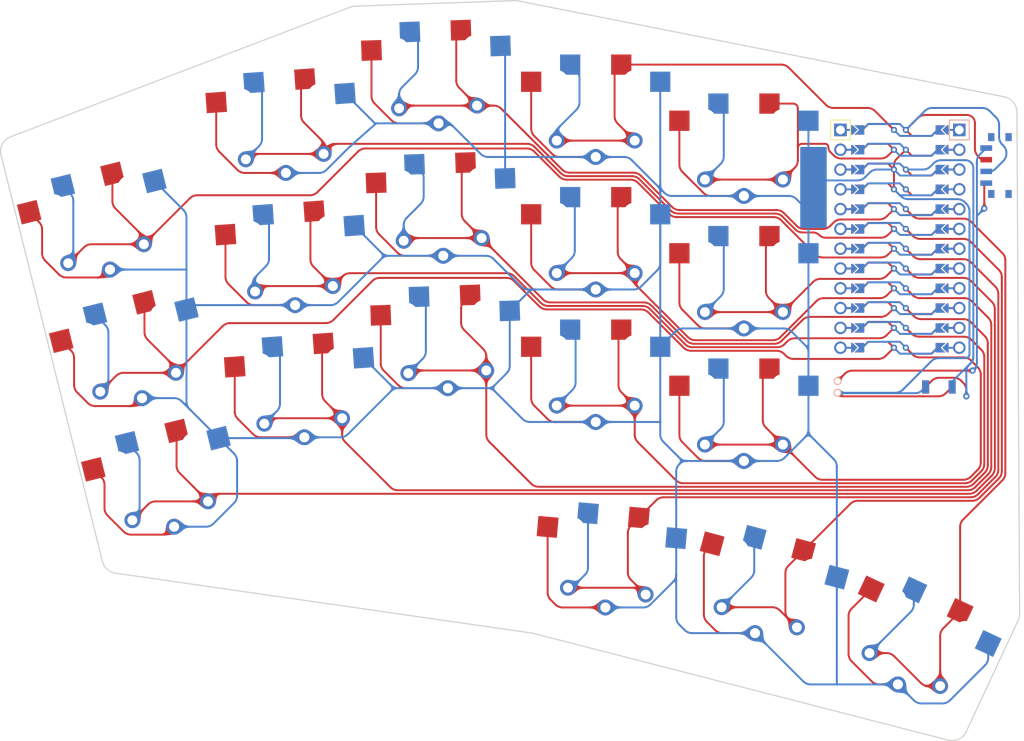
<source format=kicad_pcb>
(kicad_pcb (version 20211014) (generator pcbnew)
  (title_block (title "main") (rev "v1.0.0") (company "Unknown"))
  (layers (0 "F.Cu" signal) (31 "B.Cu" signal) (34 "B.Paste" user) (35 "F.Paste" user) (36 "B.SilkS" user "B.Silkscreen") (37 "F.SilkS" user "F.Silkscreen") (38 "B.Mask" user) (39 "F.Mask" user) (44 "Edge.Cuts" user))
  (net 0 "")
  (net 1 "P18")
  (net 2 "GND")
  (net 3 "P9")
  (net 4 "P4")
  (net 5 "P15")
  (net 6 "P8")
  (net 7 "P3")
  (net 8 "P14")
  (net 9 "P7")
  (net 10 "P2")
  (net 11 "P16")
  (net 12 "P6")
  (net 13 "P1")
  (net 14 "P10")
  (net 15 "P5")
  (net 16 "P0")
  (net 17 "P19")
  (net 18 "P20")
  (net 19 "P21")
  (net 20 "RAW")
  (net 21 "RST")
  (net 22 "VCC")
  (net 23 "pos")
  (footprint "lib:bat" (layer "F.Cu") (at 86.480319 -12.209837)
    (fp_text reference "")
    (fp_text value "")
  )
  (footprint "PG1350" (layer "F.Cu") (at 77.430722 13.682161 165)
    (fp_text reference "S34" hide)
    (fp_text value "" hide)
  )
  (footprint "PG1350" (layer "F.Cu") (at 35.130813 -51.922989 -178)
    (fp_text reference "S18" hide)
    (fp_text value "" hide)
  )
  (footprint "PG1350" (layer "F.Cu") (at 17.712461 -11.630508 4)
    (fp_text reference "S7" hide)
    (fp_text value "" hide)
  )
  (footprint "PG1350" (layer "F.Cu") (at 74.480319 -42.609837 180)
    (fp_text reference "S30" hide)
    (fp_text value "" hide)
  )
  (footprint "PG1350" (layer "F.Cu") (at -4.112672 -16.495027 -166)
    (fp_text reference "S4" hide)
    (fp_text value "" hide)
  )
  (footprint "PG1350" (layer "F.Cu") (at 55.480319 -47.609838)
    (fp_text reference "S23" hide)
    (fp_text value "" hide)
  )
  (footprint "PG1350" (layer "F.Cu") (at 55.480319 -13.609838)
    (fp_text reference "S19" hide)
    (fp_text value "" hide)
  )
  (footprint "PG1350" (layer "F.Cu") (at 74.480319 -8.609838 180)
    (fp_text reference "S26" hide)
    (fp_text value "" hide)
  )
  (footprint "Button_Switch_SMD:SW_SPDT_PCM12" (layer "F.Cu") (at 106.980319 -40.609837 90)
    (fp_text reference "")
    (fp_text value "")
  )
  (footprint "PG1350" (layer "F.Cu") (at 96.720944 20.610478 -25)
    (fp_text reference "S35" hide)
    (fp_text value "" hide)
  )
  (footprint "PG1350" (layer "F.Cu") (at 77.430722 13.682161 -15)
    (fp_text reference "S33" hide)
    (fp_text value "" hide)
  )
  (footprint "PG1350" (layer "F.Cu") (at 0 0 -166)
    (fp_text reference "S2" hide)
    (fp_text value "" hide)
  )
  (footprint "PG1350" (layer "F.Cu") (at 15.340741 -45.547686 4)
    (fp_text reference "S11" hide)
    (fp_text value "" hide)
  )
  (footprint "PG1350" (layer "F.Cu") (at 16.526601 -28.589097 4)
    (fp_text reference "S9" hide)
    (fp_text value "" hide)
  )
  (footprint "PG1350" (layer "F.Cu") (at -8.225345 -32.990055 14)
    (fp_text reference "S5" hide)
    (fp_text value "" hide)
  )
  (footprint "PG1350" (layer "F.Cu") (at 35.724104 -34.933345 -178)
    (fp_text reference "S16" hide)
    (fp_text value "" hide)
  )
  (footprint "PG1350" (layer "F.Cu") (at 15.340741 -45.547686 -176)
    (fp_text reference "S12" hide)
    (fp_text value "" hide)
  )
  (footprint "PG1350" (layer "F.Cu") (at 55.480319 -47.609838 180)
    (fp_text reference "S24" hide)
    (fp_text value "" hide)
  )
  (footprint "PG1350" (layer "F.Cu") (at 57.230473 10.208812 175)
    (fp_text reference "S32" hide)
    (fp_text value "" hide)
  )
  (footprint "PG1350" (layer "F.Cu") (at -4.112672 -16.495027 14)
    (fp_text reference "S3" hide)
    (fp_text value "" hide)
  )
  (footprint "PG1350" (layer "F.Cu") (at 74.480319 -42.609837)
    (fp_text reference "S29" hide)
    (fp_text value "" hide)
  )
  (footprint "PG1350" (layer "F.Cu") (at 74.480319 -8.609838)
    (fp_text reference "S25" hide)
    (fp_text value "" hide)
  )
  (footprint "PG1350" (layer "F.Cu") (at 36.317396 -17.943701 -178)
    (fp_text reference "S14" hide)
    (fp_text value "" hide)
  )
  (footprint "PG1350" (layer "F.Cu") (at 96.720944 20.610478 155)
    (fp_text reference "S36" hide)
    (fp_text value "" hide)
  )
  (footprint "PG1350" (layer "F.Cu") (at 35.724104 -34.933345 2)
    (fp_text reference "S15" hide)
    (fp_text value "" hide)
  )
  (footprint "PG1350" (layer "F.Cu") (at 55.480319 -30.609838)
    (fp_text reference "S21" hide)
    (fp_text value "" hide)
  )
  (footprint "PG1350" (layer "F.Cu") (at 74.480319 -25.609838)
    (fp_text reference "S27" hide)
    (fp_text value "" hide)
  )
  (footprint "PG1350" (layer "F.Cu") (at 35.130813 -51.922989 2)
    (fp_text reference "S17" hide)
    (fp_text value "" hide)
  )
  (footprint "PG1350" (layer "F.Cu") (at 0 0 14)
    (fp_text reference "S1" hide)
    (fp_text value "" hide)
  )
  (footprint "PG1350" (layer "F.Cu") (at 55.480319 -30.609838 180)
    (fp_text reference "S22" hide)
    (fp_text value "" hide)
  )
  (footprint "PG1350" (layer "F.Cu") (at 17.712461 -11.630508 -176)
    (fp_text reference "S8" hide)
    (fp_text value "" hide)
  )
  (footprint "PG1350" (layer "F.Cu") (at 16.526601 -28.589097 -176)
    (fp_text reference "S10" hide)
    (fp_text value "" hide)
  )
  (footprint "PG1350" (layer "F.Cu") (at -8.225345 -32.990055 -166)
    (fp_text reference "S6" hide)
    (fp_text value "" hide)
  )
  (footprint "PG1350" (layer "F.Cu") (at 55.480319 -13.609838 180)
    (fp_text reference "S20" hide)
    (fp_text value "" hide)
  )
  (footprint "PG1350" (layer "F.Cu") (at 36.317396 -17.943701 2)
    (fp_text reference "S13" hide)
    (fp_text value "" hide)
  )
  (footprint "PG1350" (layer "F.Cu") (at 74.480319 -25.609838 180)
    (fp_text reference "S28" hide)
    (fp_text value "" hide)
  )
  (footprint "PG1350" (layer "F.Cu") (at 57.230473 10.208812 -5)
    (fp_text reference "S31" hide)
    (fp_text value "" hide)
  )
  (footprint "Button_Switch_SMD:SW_SPST_B3U-1000P" (layer "F.Cu") (at 99.480319 -12.209837 180)
    (fp_text reference "")
    (fp_text value "")
  )
  (footprint "ProMicro" (layer "F.Cu") (at 94.480319 -31.209837 -90)
    (fp_text reference "MCU1" hide)
    (fp_text value "")
  )
  (gr_line (start 45.062146 -61.77559) (end 24.638475 -61.062379) (layer "Edge.Cuts") (width 0.15))
  (gr_line (start 109.827072 16.895456) (end 109.488908 -47.474929) (layer "Edge.Cuts") (width 0.15))
  (gr_line (start -6.110584 11.683032) (end 47.285126 19.370802) (layer "Edge.Cuts") (width 0.15))
  (gr_line (start -20.765477 -41.950122) (end -7.76616 10.187288) (layer "Edge.Cuts") (width 0.15))
  (gr_arc (start 102.987931 32.015996) (mid 102.029389 32.979229) (end 100.676559 33.107573) (layer "Edge.Cuts") (width 0.15))
  (gr_arc (start 109.827072 16.895456) (mid 109.780822 17.333711) (end 109.639715 17.751199) (layer "Edge.Cuts") (width 0.15))
  (gr_line (start 23.994575 -60.931922) (end -19.538583 -44.30229) (layer "Edge.Cuts") (width 0.15))
  (gr_line (start 102.987931 32.015997) (end 109.639715 17.751199) (layer "Edge.Cuts") (width 0.15))
  (gr_arc (start 23.994576 -60.931921) (mid 24.311132 -61.02377) (end 24.638475 -61.062379) (layer "Edge.Cuts") (width 0.15))
  (gr_arc (start 47.285126 19.370802) (mid 47.39258 19.389275) (end 47.498867 19.413577) (layer "Edge.Cuts") (width 0.15))
  (gr_line (start 107.876355 -49.42654) (end 45.519365 -61.738926) (layer "Edge.Cuts") (width 0.15))
  (gr_arc (start -20.765476 -41.950122) (mid -20.598155 -43.358905) (end -19.538583 -44.30229) (layer "Edge.Cuts") (width 0.15))
  (gr_arc (start 45.062146 -61.77559) (mid 45.29181 -61.770409) (end 45.519365 -61.738926) (layer "Edge.Cuts") (width 0.15))
  (gr_arc (start -6.110584 11.683031) (mid -7.166331 11.187478) (end -7.76616 10.187288) (layer "Edge.Cuts") (width 0.15))
  (gr_arc (start 107.876355 -49.42654) (mid 109.030722 -48.738351) (end 109.488908 -47.474929) (layer "Edge.Cuts") (width 0.15))
  (gr_line (start 47.498867 19.413577) (end 100.676559 33.107573) (layer "Edge.Cuts") (width 0.15))
  (segment (start 106.651497 -1.786367) (end 106.651497 -22.185012) (width 0.25) (layer "F.Cu") (net 1))
  (segment (start 96.043707 -26.598448) (end 95.242319 -27.399837) (width 0.25) (layer "F.Cu") (net 1))
  (segment (start 97.005646 -26.2) (end 102.636509 -26.2) (width 0.25) (layer "F.Cu") (net 1))
  (segment (start 1.738283 -2.118475) (end 1.738283 -6.565554) (width 0.25) (layer "F.Cu") (net 1))
  (segment (start 6.348849 1.899445) (end 6.16923 2.079065) (width 0.25) (layer "F.Cu") (net 1))
  (segment (start -1.911404 2.875962) (end -3.932175 4.896733) (width 0.25) (layer "F.Cu") (net 1))
  (segment (start 2.136731 -1.156536) (end 5.417228 2.12396) (width 0.25) (layer "F.Cu") (net 1))
  (segment (start 103.364131 1.500998) (end 7.310788 1.500998) (width 0.25) (layer "F.Cu") (net 1))
  (segment (start -0.949465 2.477514) (end 5.365803 2.477514) (width 0.25) (layer "F.Cu") (net 1))
  (segment (start 103.598448 -25.801551) (end 106.253048 -23.146951) (width 0.25) (layer "F.Cu") (net 1))
  (segment (start 104.32607 1.102549) (end 106.253048 -0.824428) (width 0.25) (layer "F.Cu") (net 1))
  (arc (start 96.043707 -26.598448) (mid 96.485048 -26.303553) (end 97.005646 -26.2) (width 0.25) (layer "F.Cu") (net 1))
  (arc (start 1.738283 -2.118475) (mid 1.841836 -1.597877) (end 2.136731 -1.156536) (width 0.25) (layer "F.Cu") (net 1))
  (arc (start 104.32607 1.102549) (mid 103.884728 1.397444) (end 103.364131 1.500998) (width 0.25) (layer "F.Cu") (net 1))
  (arc (start -0.949465 2.477514) (mid -1.470062 2.581067) (end -1.911404 2.875962) (width 0.25) (layer "F.Cu") (net 1))
  (arc (start 6.16923 2.079065) (mid 5.769084 2.37396) (end 5.365803 2.477514) (width 0.25) (layer "F.Cu") (net 1))
  (arc (start 5.365803 2.477514) (mid 5.496484 2.349663) (end 5.417228 2.12396) (width 0.25) (layer "F.Cu") (net 1))
  (arc (start 106.651497 -1.786367) (mid 106.547943 -1.265769) (end 106.253048 -0.824428) (width 0.25) (layer "F.Cu") (net 1))
  (arc (start 103.598448 -25.801551) (mid 103.157106 -26.096446) (end 102.636509 -26.2) (width 0.25) (layer "F.Cu") (net 1))
  (arc (start 7.310788 1.500998) (mid 6.79019 1.60455) (end 6.348849 1.899445) (width 0.25) (layer "F.Cu") (net 1))
  (arc (start 5.417228 2.12396) (mid 5.783931 2.257257) (end 6.16923 2.079065) (width 0.25) (layer "F.Cu") (net 1))
  (arc (start 106.253048 -23.146951) (mid 106.547943 -22.705609) (end 106.651497 -22.185012) (width 0.25) (layer "F.Cu") (net 1))
  (segment (start -3.398448 4.363006) (end -3.932175 4.896733) (width 0.25) (layer "B.Cu") (net 1))
  (segment (start -3.398448 -3.762259) (end -4.617154 -4.980965) (width 0.25) (layer "B.Cu") (net 1))
  (segment (start -3 3.401067) (end -3 -2.80032) (width 0.25) (layer "B.Cu") (net 1))
  (arc (start -3.398448 -3.762259) (mid -3.103553 -3.320917) (end -3 -2.80032) (width 0.25) (layer "B.Cu") (net 1))
  (arc (start -3 3.401067) (mid -3.103553 3.921664) (end -3.398448 4.363006) (width 0.25) (layer "B.Cu") (net 1))
  (segment (start 66.603767 -22.096232) (end 68.591713 -20.108286) (width 0.25) (layer "F.Cu") (net 2))
  (segment (start 49.891713 -42.108286) (end 47.603767 -44.396232) (width 0.25) (layer "F.Cu") (net 2))
  (segment (start -13.347759 -26.647759) (end -15.101551 -28.401551) (width 0.25) (layer "F.Cu") (net 2))
  (segment (start -4.264822 -9.754283) (end -8.690792 -9.754283) (width 0.25) (layer "F.Cu") (net 2))
  (segment (start 47.205319 -10.758171) (end 47.205319 -17.359838) (width 0.25) (layer "F.Cu") (net 2))
  (segment (start -7.898448 -0.598749) (end -8.936404 -1.636705) (width 0.25) (layer "F.Cu") (net 2))
  (segment (start -15.5 -32.40152) (end -15.5 -29.36349) (width 0.25) (layer "F.Cu") (net 2))
  (segment (start 69.553652 -2.709838) (end 74.480319 -2.709838) (width 0.25) (layer "F.Cu") (net 2))
  (segment (start 47.205319 -45.358171) (end 47.205319 -51.359838) (width 0.25) (layer "F.Cu") (net 2))
  (segment (start 27.323272 -32.740218) (end 27.323272 -38.392267) (width 0.25) (layer "F.Cu") (net 2))
  (segment (start -11.001551 -11.501551) (end -9.652731 -10.152731) (width 0.25) (layer "F.Cu") (net 2))
  (segment (start 10.698082 -23.101917) (end 8.40862 -25.391379) (width 0.25) (layer "F.Cu") (net 2))
  (segment (start 0.809788 6.342295) (end 1.427339 5.724745) (width 0.25) (layer "F.Cu") (net 2))
  (segment (start 30.236907 -46.026583) (end 35.33672 -46.026583) (width 0.25) (layer "F.Cu") (net 2))
  (segment (start 94.077529 -41.475047) (end 95.242319 -42.639837) (width 0.25) (layer "F.Cu") (net 2))
  (segment (start 88.298448 16.222275) (end 90.806066 13.714658) (width 0.25) (layer "F.Cu") (net 2))
  (segment (start 69.553652 -19.709838) (end 74.480319 -19.709838) (width 0.25) (layer "F.Cu") (net 2))
  (segment (start 100.36893 -11.398448) (end 101.180319 -12.209837) (width 0.25) (layer "F.Cu") (net 2))
  (segment (start 66.205319 -40.751866) (end 66.205319 -46.359837) (width 0.25) (layer "F.Cu") (net 2))
  (segment (start 93.718319 -40.607837) (end 93.718319 -40.099837) (width 0.25) (layer "F.Cu") (net 2))
  (segment (start 50.853652 -41.709838) (end 55.480319 -41.709838) (width 0.25) (layer "F.Cu") (net 2))
  (segment (start -4.095765 6.740744) (end -0.15215 6.740744) (width 0.25) (layer "F.Cu") (net 2))
  (segment (start 71.744613 19.381123) (end 75.90369 19.381123) (width 0.25) (layer "F.Cu") (net 2))
  (segment (start 11.660021 -22.703469) (end 16.938164 -22.703469) (width 0.25) (layer "F.Cu") (net 2))
  (segment (start 86.710237 -11.229918) (end 86.480319 -11.459837) (width 0.25) (layer "F.Cu") (net 2))
  (segment (start 91.821184 25.957694) (end 94.227496 25.957694) (width 0.25) (layer "F.Cu") (net 2))
  (segment (start -5.057704 6.342295) (end -7.101551 4.298448) (width 0.25) (layer "F.Cu") (net 2))
  (segment (start 31.116195 -12.047295) (end 36.523303 -12.047295) (width 0.25) (layer "F.Cu") (net 2))
  (segment (start 87.9 22.036509) (end 87.9 17.184214) (width 0.25) (layer "F.Cu") (net 2))
  (segment (start 66.205319 -23.058171) (end 66.205319 -29.359838) (width 0.25) (layer "F.Cu") (net 2))
  (segment (start 26.729981 -49.533509) (end 26.729981 -55.381911) (width 0.25) (layer "F.Cu") (net 2))
  (segment (start 88.298448 22.998448) (end 90.859245 25.559245) (width 0.25) (layer "F.Cu") (net 2))
  (segment (start -11.798448 -16.881104) (end -13.049076 -18.131732) (width 0.25) (layer "F.Cu") (net 2))
  (segment (start 66.205319 -6.058171) (end 66.205319 -12.359838) (width 0.25) (layer "F.Cu") (net 2))
  (segment (start -12.38582 -26.249311) (end -8.377495 -26.249311) (width 0.25) (layer "F.Cu") (net 2))
  (segment (start 50.253652 -7.709838) (end 55.480319 -7.709838) (width 0.25) (layer "F.Cu") (net 2))
  (segment (start 69.745259 8.581209) (end 70.408257 7.918212) (width 0.25) (layer "F.Cu") (net 2))
  (segment (start 70.782674 18.982674) (end 69.745259 17.945259) (width 0.25) (layer "F.Cu") (net 2))
  (segment (start 27.916564 -15.246926) (end 27.916564 -21.402623) (width 0.25) (layer "F.Cu") (net 2))
  (segment (start -7.5 0.363189) (end -7.5 3.336509) (width 0.25) (layer "F.Cu") (net 2))
  (segment (start 66.603767 -5.096232) (end 68.591713 -3.108286) (width 0.25) (layer "F.Cu") (net 2))
  (segment (start 93.718319 -40.099837) (end 93.718319 -37.559837) (width 0.25) (layer "F.Cu") (net 2))
  (segment (start 31.026551 -29.036939) (end 35.930011 -29.036939) (width 0.25) (layer "F.Cu") (net 2))
  (segment (start 27.128429 -48.57157) (end 29.274968 -46.425031) (width 0.25) (layer "F.Cu") (net 2))
  (segment (start 27.72172 -31.778279) (end 30.064612 -29.435387) (width 0.25) (layer "F.Cu") (net 2))
  (segment (start 70.247348 -36.709837) (end 74.480319 -36.709837) (width 0.25) (layer "F.Cu") (net 2))
  (segment (start 69.285409 -37.108285) (end 66.603767 -39.789927) (width 0.25) (layer "F.Cu") (net 2))
  (segment (start 87.265309 -11) (end 99.406991 -11) (width 0.25) (layer "F.Cu") (net 2))
  (segment (start 6.824312 -43.339178) (end 6.824312 -48.711316) (width 0.25) (layer "F.Cu") (net 2))
  (segment (start 9.196032 -9.067458) (end 9.196032 -14.794138) (width 0.25) (layer "F.Cu") (net 2))
  (segment (start 47.603767 -9.796232) (end 49.291713 -8.108286) (width 0.25) (layer "F.Cu") (net 2))
  (segment (start -15.898448 -33.363459) (end -17.161749 -34.62676) (width 0.25) (layer "F.Cu") (net 2))
  (segment (start 11.556671 -6.143328) (end 9.59448 -8.105519) (width 0.25) (layer "F.Cu") (net 2))
  (segment (start 12.51861 -5.74488) (end 18.124024 -5.74488) (width 0.25) (layer "F.Cu") (net 2))
  (segment (start -7.415556 -26.647759) (end -6.798006 -27.26531) (width 0.25) (layer "F.Cu") (net 2))
  (segment (start 47.205319 -28.158171) (end 47.205319 -34.359838) (width 0.25) (layer "F.Cu") (net 2))
  (segment (start 8.010172 -26.353318) (end 8.010172 -31.752727) (width 0.25) (layer "F.Cu") (net 2))
  (segment (start -3.302883 -10.152731) (end -2.685333 -10.770282) (width 0.25) (layer "F.Cu") (net 2))
  (segment (start 69.346811 9.543148) (end 69.346811 16.98332) (width 0.25) (layer "F.Cu") (net 2))
  (segment (start 50.287912 15.687912) (end 49.712244 15.112244) (width 0.25) (layer "F.Cu") (net 2))
  (segment (start 7.22276 -42.377239) (end 9.539493 -40.060506) (width 0.25) (layer "F.Cu") (net 2))
  (segment (start 49.691713 -25.108286) (end 47.603767 -27.196232) (width 0.25) (layer "F.Cu") (net 2))
  (segment (start 49.313796 14.150305) (end 49.313796 5.751868) (width 0.25) (layer "F.Cu") (net 2))
  (segment (start 10.501432 -39.662058) (end 15.752304 -39.662058) (width 0.25) (layer "F.Cu") (net 2))
  (segment (start 50.653652 -24.709838) (end 55.480319 -24.709838) (width 0.25) (layer "F.Cu") (net 2))
  (segment (start 28.315012 -14.284987) (end 30.154256 -12.445743) (width 0.25) (layer "F.Cu") (net 2))
  (segment (start 51.249851 16.086361) (end 56.716254 16.086361) (width 0.25) (layer "F.Cu") (net 2))
  (segment (start -11.4 -15.919165) (end -11.4 -12.46349) (width 0.25) (layer "F.Cu") (net 2))
  (arc (start -11.4 -12.46349) (mid -11.296446 -11.942892) (end -11.001551 -11.501551) (width 0.25) (layer "F.Cu") (net 2))
  (arc (start 86.710237 -11.229918) (mid 86.964906 -11.059753) (end 87.265309 -11) (width 0.25) (layer "F.Cu") (net 2))
  (arc (start 6.824312 -43.339178) (mid 6.927865 -42.81858) (end 7.22276 -42.377239) (width 0.25) (layer "F.Cu") (net 2))
  (arc (start -15.898448 -33.363459) (mid -15.603553 -32.922117) (end -15.5 -32.40152) (width 0.25) (layer "F.Cu") (net 2))
  (arc (start 27.323272 -32.740218) (mid 27.426825 -32.21962) (end 27.72172 -31.778279) (width 0.25) (layer "F.Cu") (net 2))
  (arc (start -5.057704 6.342295) (mid -4.616362 6.63719) (end -4.095765 6.740744) (width 0.25) (layer "F.Cu") (net 2))
  (arc (start 49.691713 -25.108286) (mid 50.133054 -24.813391) (end 50.653652 -24.709838) (width 0.25) (layer "F.Cu") (net 2))
  (arc (start 29.274968 -46.425031) (mid 29.716309 -46.130136) (end 30.236907 -46.026583) (width 0.25) (layer "F.Cu") (net 2))
  (arc (start 49.291713 -8.108286) (mid 49.733054 -7.813391) (end 50.253652 -7.709838) (width 0.25) (layer "F.Cu") (net 2))
  (arc (start -9.652731 -10.152731) (mid -9.211389 -9.857836) (end -8.690792 -9.754283) (width 0.25) (layer "F.Cu") (net 2))
  (arc (start 30.154256 -12.445743) (mid 30.595597 -12.150848) (end 31.116195 -12.047295) (width 0.25) (layer "F.Cu") (net 2))
  (arc (start 47.205319 -45.358171) (mid 47.308872 -44.837573) (end 47.603767 -44.396232) (width 0.25) (layer "F.Cu") (net 2))
  (arc (start 8.010172 -26.353318) (mid 8.113725 -25.83272) (end 8.40862 -25.391379) (width 0.25) (layer "F.Cu") (net 2))
  (arc (start -3.302883 -10.152731) (mid -3.744224 -9.857836) (end -4.264822 -9.754283) (width 0.25) (layer "F.Cu") (net 2))
  (arc (start 68.591713 -3.108286) (mid 69.033054 -2.813391) (end 69.553652 -2.709838) (width 0.25) (layer "F.Cu") (net 2))
  (arc (start 26.729981 -49.533509) (mid 26.833534 -49.012911) (end 27.128429 -48.57157) (width 0.25) (layer "F.Cu") (net 2))
  (arc (start 50.287912 15.687912) (mid 50.729253 15.982807) (end 51.249851 16.086361) (width 0.25) (layer "F.Cu") (net 2))
  (arc (start 69.285409 -37.108285) (mid 69.72675 -36.81339) (end 70.247348 -36.709837) (width 0.25) (layer "F.Cu") (net 2))
  (arc (start 94.077529 -41.475047) (mid 93.811674 -41.077167) (end 93.718319 -40.607837) (width 0.25) (layer "F.Cu") (net 2))
  (arc (start 9.539493 -40.060506) (mid 9.980834 -39.765611) (end 10.501432 -39.662058) (width 0.25) (layer "F.Cu") (net 2))
  (arc (start 49.891713 -42.108286) (mid 50.333054 -41.813391) (end 50.853652 -41.709838) (width 0.25) (layer "F.Cu") (net 2))
  (arc (start 88.298448 16.222275) (mid 88.003553 16.663616) (end 87.9 17.184214) (width 0.25) (layer "F.Cu") (net 2))
  (arc (start 11.556671 -6.143328) (mid 11.998012 -5.848433) (end 12.51861 -5.74488) (width 0.25) (layer "F.Cu") (net 2))
  (arc (start 100.36893 -11.398448) (mid 99.927588 -11.103553) (end 99.406991 -11) (width 0.25) (layer "F.Cu") (net 2))
  (arc (start -7.5 3.336509) (mid -7.396446 3.857106) (end -7.101551 4.298448) (width 0.25) (layer "F.Cu") (net 2))
  (arc (start 49.313796 14.150305) (mid 49.417349 14.670902) (end 49.712244 15.112244) (width 0.25) (layer "F.Cu") (net 2))
  (arc (start 10.698082 -23.101917) (mid 11.139423 -22.807022) (end 11.660021 -22.703469) (width 0.25) (layer "F.Cu") (net 2))
  (arc (start 47.205319 -10.758171) (mid 47.308872 -10.237573) (end 47.603767 -9.796232) (width 0.25) (layer "F.Cu") (net 2))
  (arc (start 66.205319 -40.751866) (mid 66.308872 -40.231268) (end 66.603767 -39.789927) (width 0.25) (layer "F.Cu") (net 2))
  (arc (start 27.916564 -15.246926) (mid 28.020117 -14.726328) (end 28.315012 -14.284987) (width 0.25) (layer "F.Cu") (net 2))
  (arc (start -7.415556 -26.647759) (mid -7.856897 -26.352864) (end -8.377495 -26.249311) (width 0.25) (layer "F.Cu") (net 2))
  (arc (start 9.196032 -9.067458) (mid 9.299585 -8.54686) (end 9.59448 -8.105519) (width 0.25) (layer "F.Cu") (net 2))
  (arc (start 68.591713 -20.108286) (mid 69.033054 -19.813391) (end 69.553652 -19.709838) (width 0.25) (layer "F.Cu") (net 2))
  (arc (start 30.064612 -29.435387) (mid 30.505953 -29.140492) (end 31.026551 -29.036939) (width 0.25) (layer "F.Cu") (net 2))
  (arc (start -7.898448 -0.598749) (mid -7.603553 -0.157407) (end -7.5 0.363189) (width 0.25) (layer "F.Cu") (net 2))
  (arc (start 69.745259 8.581209) (mid 69.450364 9.02255) (end 69.346811 9.543148) (width 0.25) (layer "F.Cu") (net 2))
  (arc (start 47.205319 -28.158171) (mid 47.308872 -27.637573) (end 47.603767 -27.196232) (width 0.25) (layer "F.Cu") (net 2))
  (arc (start -11.798448 -16.881104) (mid -11.503553 -16.439762) (end -11.4 -15.919165) (width 0.25) (layer "F.Cu") (net 2))
  (arc (start 69.346811 16.98332) (mid 69.450364 17.503917) (end 69.745259 17.945259) (width 0.25) (layer "F.Cu") (net 2))
  (arc (start 0.809788 6.342295) (mid 0.368446 6.63719) (end -0.15215 6.740744) (width 0.25) (layer "F.Cu") (net 2))
  (arc (start -13.347759 -26.647759) (mid -12.906417 -26.352864) (end -12.38582 -26.249311) (width 0.25) (layer "F.Cu") (net 2))
  (arc (start 87.9 22.036509) (mid 88.003553 22.557106) (end 88.298448 22.998448) (width 0.25) (layer "F.Cu") (net 2))
  (arc (start 66.205319 -23.058171) (mid 66.308872 -22.537573) (end 66.603767 -22.096232) (width 0.25) (layer "F.Cu") (net 2))
  (arc (start 66.205319 -6.058171) (mid 66.308872 -5.537573) (end 66.603767 -5.096232) (width 0.25) (layer "F.Cu") (net 2))
  (arc (start 70.782674 18.982674) (mid 71.224015 19.277569) (end 71.744613 19.381123) (width 0.25) (layer "F.Cu") (net 2))
  (arc (start 90.859245 25.559245) (mid 91.300586 25.85414) (end 91.821184 25.957694) (width 0.25) (layer "F.Cu") (net 2))
  (arc (start -15.5 -29.36349) (mid -15.396446 -28.842892) (end -15.101551 -28.401551) (width 0.25) (layer "F.Cu") (net 2))
  (segment (start 82.755319 -34.200864) (end 82.755319 -29.359838) (width 0.25) (layer "B.Cu") (net 2))
  (segment (start 55.480319 -24.709838) (end 47.634084 -24.709838) (width 0.25) (layer "B.Cu") (net 2))
  (segment (start 99.46349 -15.9) (end 102.9 -15.9) (width 0.25) (layer "B.Cu") (net 2))
  (segment (start 82.755319 -39.199999) (end 82.755319 -46.359837) (width 0.25) (layer "B.Cu") (net 2))
  (segment (start 101.847656 -36.3) (end 95.541646 -36.3) (width 0.25) (layer "B.Cu") (net 2))
  (segment (start 105.805459 22.53105) (end 105.805459 20.70899) (width 0.25) (layer "B.Cu") (net 2))
  (segment (start 65.70687 -19.311389) (end 63.755319 -17.359838) (width 0.25) (layer "B.Cu") (net 2))
  (segment (start 63.755319 -28.118809) (end 63.755319 -34.359838) (width 0.25) (layer "B.Cu") (net 2))
  (segment (start 3.423531 -9.338971) (end 2.722955 -10.039547) (width 0.25) (layer "B.Cu") (net 2))
  (segment (start 65.800818 7.194296) (end 65.800818 -1.337327) (width 0.25) (layer "B.Cu") (net 2))
  (segment (start 63.755319 -38.208171) (end 63.755319 -51.359838) (width 0.25) (layer "B.Cu") (net 2))
  (segment (start 44.058033 -13.958033) (end 42.500848 -12.400848) (width 0.25) (layer "B.Cu") (net 2))
  (segment (start 27.403274 -46.026583) (end 34.750934 -46.026583) (width 0.25) (layer "B.Cu") (net 2))
  (segment (start 94.579707 -36.698448) (end 93.718319 -37.559837) (width 0.25) (layer "B.Cu") (net 2))
  (segment (start 94.227496 25.957694) (end 86.47623 25.957694) (width 0.25) (layer "B.Cu") (net 2))
  (segment (start 55.480319 -41.709838) (end 41.686696 -41.709838) (width 0.25) (layer "B.Cu") (net 2))
  (segment (start 82.755319 -16.58119) (end 82.755319 -12.359838) (width 0.25) (layer "B.Cu") (net 2))
  (segment (start 9.101551 2.698448) (end 6.473703 5.326296) (width 0.25) (layer "B.Cu") (net 2))
  (segment (start 82.755319 -17.730467) (end 82.755319 -29.359838) (width 0.25) (layer "B.Cu") (net 2))
  (segment (start 97.36893 -11.798448) (end 97.780319 -12.209837) (width 0.25) (layer "B.Cu") (net 2))
  (segment (start 78.713289 -2.709838) (end 74.480319 -2.709838) (width 0.25) (layer "B.Cu") (net 2))
  (segment (start 3.009318 -22.13554) (end 3.009318 -27.272741) (width 0.25) (layer "B.Cu") (net 2))
  (segment (start 40.724757 -42.108286) (end 37.204909 -45.628134) (width 0.25) (layer "B.Cu") (net 2))
  (segment (start 16.938164 -22.703469) (end 21.493154 -22.703469) (width 0.25) (layer "B.Cu") (net 2))
  (segment (start 44.456482 -14.919972) (end 44.456482 -21.98021) (width 0.25) (layer "B.Cu") (net 2))
  (segment (start 2.390668 -10.371833) (end 2.722955 -10.039547) (width 0.25) (layer "B.Cu") (net 2))
  (segment (start 63.755319 -17.359838) (end 63.755319 -7.729193) (width 0.25) (layer "B.Cu") (net 2))
  (segment (start 63.755319 -34.359838) (end 63.755319 -37.08119) (width 0.25) (layer "B.Cu") (net 2))
  (segment (start 66.199266 18.299266) (end 66.882674 18.982674) (width 0.25) (layer "B.Cu") (net 2))
  (segment (start 85.995881 -2.947814) (end 83.108872 -5.834823) (width 0.25) (layer "B.Cu") (net 2))
  (segment (start 86.47623 25.957694) (end 86.408381 25.957694) (width 0.25) (layer "B.Cu") (net 2))
  (segment (start 60.08861 -41.311389) (end 63.468956 -37.931043) (width 0.25) (layer "B.Cu") (net 2))
  (segment (start 83.043751 25.957694) (end 86.408381 25.957694) (width 0.25) (layer "B.Cu") (net 2))
  (segment (start 42.361509 -28.63849) (end 45.973396 -25.026603) (width 0.25) (layer "B.Cu") (net 2))
  (segment (start 82.755319 -35.350141) (end 82.755319 -38.114214) (width 0.25) (layer "B.Cu") (net 2))
  (segment (start 43.86319 -38.969854) (end 43.86319 -55.366207) (width 0.25) (layer "B.Cu") (net 2))
  (segment (start 36.523303 -12.047295) (end 41.583804 -12.047295) (width 0.25) (layer "B.Cu") (net 2))
  (segment (start 19.998567 -39.662058) (end 15.752304 -39.662058) (width 0.25) (layer "B.Cu") (net 2))
  (segment (start 63.735963 -7.709838) (end 55.480319 -7.709838) (width 0.25) (layer "B.Cu") (net 2))
  (segment (start 63.755319 -7.729193) (end 63.755319 -7.713158) (width 0.25) (layer "B.Cu") (net 2))
  (segment (start 89.998448 -39.098448) (end 90.601388 -39.701388) (width 0.25) (layer "B.Cu") (net 2))
  (segment (start 82.755319 -17.730467) (end 82.755319 -16.58119) (width 0.25) (layer "B.Cu") (net 2))
  (segment (start 65.800818 7.194296) (end 65.800818 11.820243) (width 0.25) (layer "B.Cu") (net 2))
  (segment (start 65.800818 11.820243) (end 65.800818 12.811007) (width 0.25) (layer "B.Cu") (net 2))
  (segment (start 7.12199 -5.640513) (end 9.101551 -3.660951) (width 0.25) (layer "B.Cu") (net 2))
  (segment (start 7.12199 -5.640513) (end 18.019657 -5.640513) (width 0.25) (layer "B.Cu") (net 2))
  (segment (start 79.675228 -3.108286) (end 82.35687 -5.789928) (width 0.25) (layer "B.Cu") (net 2))
  (segment (start 3.009318 -33.954404) (end 3.009318 -27.308622) (width 0.25) (layer "B.Cu") (net 2))
  (segment (start 23.703063 -6.143328) (end 29.253476 -11.693741) (width 0.25) (layer "B.Cu") (net 2))
  (segment (start 7.12199 -5.640513) (end 3.423531 -9.338971) (width 0.25) (layer "B.Cu") (net 2))
  (segment (start 74.480319 -19.709838) (end 79.626671 -19.709838) (width 0.25) (layer "B.Cu") (net 2))
  (segment (start 41.39957 -29.036939) (end 35.930011 -29.036939) (width 0.25) (layer "B.Cu") (net 2))
  (segment (start 46.086303 -8.108286) (end 42.545743 -11.648846) (width 0.25) (layer "B.Cu") (net 2))
  (segment (start 65.253653 -36.709837) (end 74.480319 -36.709837) (width 0.25) (layer "B.Cu") (net 2))
  (segment (start 9.5 1.736509) (end 9.5 -2.699012) (width 0.25) (layer "B.Cu") (net 2))
  (segment (start 82.755319 -12.359838) (end 82.755319 -6.751867) (width 0.25) (layer "B.Cu") (net 2))
  (segment (start 55.480319 -41.709838) (end 59.126671 -41.709838) (width 0.25) (layer "B.Cu") (net 2))
  (segment (start 102.809594 -35.901551) (end 103.001551 -35.709595) (width 0.25) (layer "B.Cu") (net 2))
  (segment (start 94.227496 25.957694) (end 96.271353 28.001551) (width 0.25) (layer "B.Cu") (net 2))
  (segment (start 27.249891 -46.026583) (end 27.403274 -46.026583) (width 0.25) (layer "B.Cu") (net 2))
  (segment (start 62.518934 15.687912) (end 65.402369 12.804477) (width 0.25) (layer "B.Cu") (net 2))
  (segment (start 23.405595 -42.505595) (end 20.960506 -40.060506) (width 0.25) (layer "B.Cu") (net 2))
  (segment (start 82.755319 -38.114214) (end 82.755319 -39.199999) (width 0.25) (layer "B.Cu") (net 2))
  (segment (start 82.755319 -35.350141) (end 82.755319 -34.200864) (width 0.25) (layer "B.Cu") (net 2))
  (segment (start 24.258077 -43.308077) (end 27.269179 -45.975726) (width 0.25) (layer "B.Cu") (net 2))
  (segment (start 86.39433 12.201667) (end 86.39433 25.875793) (width 0.25) (layer "B.Cu") (net 2))
  (segment (start 98.501551 -15.501551) (end 94.858285 -11.858285) (width 0.25) (layer "B.Cu") (net 2))
  (segment (start 36.523303 -12.047295) (end 30.17052 -12.047295) (width 0.25) (layer "B.Cu") (net 2))
  (segment (start 63.35687 -27.15687) (end 61.308286 -25.108286) (width 0.25) (layer "B.Cu") (net 2))
  (segment (start 35.922506 -46.026583) (end 36.24297 -46.026583) (width 0.25) (layer "B.Cu") (net 2))
  (segment (start 91.563327 -40.099837) (end 93.718319 -40.099837) (width 0.25) (layer "B.Cu") (net 2))
  (segment (start 46.738136 -24.709838) (end 47.634084 -24.709838) (width 0.25) (layer "B.Cu") (net 2))
  (segment (start 96.406991 -11.4) (end 86.540156 -11.4) (width 0.25) (layer "B.Cu") (net 2))
  (segment (start 64.153767 -5.165908) (end 66.211389 -3.108286) (width 0.25) (layer "B.Cu") (net 2))
  (segment (start 81.208285 -36.311388) (end 82.468956 -35.050717) (width 0.25) (layer "B.Cu") (net 2))
  (segment (start 2.610869 -34.916343) (end -1.103355 -38.630568) (width 0.25) (layer "B.Cu") (net 2))
  (segment (start 22.741124 -5.74488) (end 18.124024 -5.74488) (width 0.25) (layer "B.Cu") (net 2))
  (segment (start 86.39433 12.201667) (end 86.39433 -1.985875) (width 0.25) (layer "B.Cu") (net 2))
  (segment (start 75.90369 19.381123) (end 67.844613 19.381123) (width 0.25) (layer "B.Cu") (net 2))
  (segment (start 82.468956 -17.431043) (end 80.58861 -19.311389) (width 0.25) (layer "B.Cu") (net 2))
  (segment (start 75.90369 19.381123) (end 82.081812 25.559245) (width 0.25) (layer "B.Cu") (net 2))
  (segment (start 2.966005 -27.26531) (end -6.798006 -27.26531) (width 0.25) (layer "B.Cu") (net 2))
  (segment (start 3.009318 -22.13554) (end 3.009318 -10.316675) (width 0.25) (layer "B.Cu") (net 2))
  (segment (start 29.208581 -12.445743) (end 25.705717 -15.948608) (width 0.25) (layer "B.Cu") (net 2))
  (segment (start 80.246346 -36.709837) (end 74.480319 -36.709837) (width 0.25) (layer "B.Cu") (net 2))
  (segment (start 61.556995 16.086361) (end 56.716254 16.086361) (width 0.25) (layer "B.Cu") (net 2))
  (segment (start 93.896346 -11.459837) (end 86.480319 -11.459837) (width 0.25) (layer "B.Cu") (net 2))
  (segment (start 63.755319 -34.359838) (end 63.755319 -17.359838) (width 0.25) (layer "B.Cu") (net 2))
  (segment (start 16.938164 -22.703469) (end 3.577247 -22.703469) (width 0.25) (layer "B.Cu") (net 2))
  (segment (start 44.456482 -21.98021) (end 46.899747 -24.423475) (width 0.25) (layer "B.Cu") (net 2))
  (segment (start 64.041681 -37.358317) (end 64.291714 -37.108285) (width 0.25) (layer "B.Cu") (net 2))
  (segment (start 74.480319 -19.709838) (end 66.668809 -19.709838) (width 0.25) (layer "B.Cu") (net 2))
  (segment (start 60.346347 -24.709838) (end 55.480319 -24.709838) (width 0.25) (layer "B.Cu") (net 2))
  (segment (start 103.4 -16.399999) (end 103.4 -34.747656) (width 0.25) (layer "B.Cu") (net 2))
  (segment (start 1.42873 -10.770282) (end -2.685333 -10.770282) (width 0.25) (layer "B.Cu") (net 2))
  (segment (start 27.991666 -29.435387) (end 24.519857 -32.907197) (width 0.25) (layer "B.Cu") (net 2))
  (segment (start 27.11897 -46.080812) (end 23.333997 -49.865786) (width 0.25) (layer "B.Cu") (net 2))
  (segment (start 89.036509 -38.7) (end 83.255318 -38.7) (width 0.25) (layer "B.Cu") (net 2))
  (segment (start 3.009318 -27.308622) (end 3.009318 -27.272741) (width 0.25) (layer "B.Cu") (net 2))
  (segment (start 97.233292 28.4) (end 99.936509 28.4) (width 0.25) (layer "B.Cu") (net 2))
  (segment (start 105.40701 23.492989) (end 100.898448 28.001551) (width 0.25) (layer "B.Cu") (net 2))
  (segment (start 74.480319 -2.709838) (end 67.173328 -2.709838) (width 0.25) (layer "B.Cu") (net 2))
  (segment (start 63.755319 -6.127847) (end 63.755319 -7.713158) (width 0.25) (layer "B.Cu") (net 2))
  (segment (start 35.930011 -29.036939) (end 28.953605 -29.036939) (width 0.25) (layer "B.Cu") (net 2))
  (segment (start 35.922506 -46.026583) (end 34.750934 -46.026583) (width 0.25) (layer "B.Cu") (net 2))
  (segment (start 22.455093 -23.101917) (end 28.036561 -28.683385) (width 0.25) (layer "B.Cu") (net 2))
  (segment (start 65.800818 17.337327) (end 65.800818 12.811007) (width 0.25) (layer "B.Cu") (net 2))
  (segment (start 47.048242 -7.709838) (end 55.480319 -7.709838) (width 0.25) (layer "B.Cu") (net 2))
  (segment (start 66.199266 -2.299266) (end 66.256284 -2.356284) (width 0.25) (layer "B.Cu") (net 2))
  (segment (start 5.511764 5.724745) (end 1.427339 5.724745) (width 0.25) (layer "B.Cu") (net 2))
  (arc (start 103.4 -16.399999) (mid 103.253553 -16.046446) (end 102.9 -15.9) (width 0.25) (layer "B.Cu") (net 2))
  (arc (start 28.036561 -28.683385) (mid 28.169858 -29.050088) (end 27.991666 -29.435387) (width 0.25) (layer "B.Cu") (net 2))
  (arc (start 82.755319 -39.199999) (mid 82.901765 -38.846446) (end 83.255318 -38.7) (width 0.25) (layer "B.Cu") (net 2))
  (arc (start 94.858285 -11.858285) (mid 94.416943 -11.56339) (end 93.896346 -11.459837) (width 0.25) (layer "B.Cu") (net 2))
  (arc (start 63.755319 -7.713158) (mid 63.753269 -7.716226) (end 63.74965 -7.715507) (width 0.25) (layer "B.Cu") (net 2))
  (arc (start 82.755319 -16.58119) (mid 82.680895 -17.072657) (end 82.468956 -17.431043) (width 0.25) (layer "B.Cu") (net 2))
  (arc (start 66.211389 -3.108286) (mid 66.65273 -2.813391) (end 67.173328 -2.709838) (width 0.25) (layer "B.Cu") (net 2))
  (arc (start 82.468956 -17.431043) (mid 82.651765 -17.460063) (end 82.755319 -17.730467) (width 0.25) (layer "B.Cu") (net 2))
  (arc (start 27.11897 -46.080812) (mid 27.179037 -46.040676) (end 27.249891 -46.026583) (width 0.25) (layer "B.Cu") (net 2))
  (arc (start 66.882674 18.982674) (mid 67.324015 19.277569) (end 67.844613 19.381123) (width 0.25) (layer "B.Cu") (net 2))
  (arc (start 103.001551 -35.709595) (mid 103.296446 -35.268253) (end 103.4 -34.747656) (width 0.25) (layer "B.Cu") (net 2))
  (arc (start 100.898448 28.001551) (mid 100.457106 28.296446) (end 99.936509 28.4) (width 0.25) (layer "B.Cu") (net 2))
  (arc (start 63.755319 -38.208171) (mid 63.829742 -37.716703) (end 64.041681 -37.358317) (width 0.25) (layer "B.Cu") (net 2))
  (arc (start 29.208581 -12.445743) (mid 29.649922 -12.150848) (end 30.17052 -12.047295) (width 0.25) (layer "B.Cu") (net 2))
  (arc (start 47.634084 -24.709838) (mid 47.228111 -24.635414) (end 46.899747 -24.423475) (width 0.25) (layer "B.Cu") (net 2))
  (arc (start 65.402369 12.804477) (mid 65.697264 12.357341) (end 65.800818 11.820243) (width 0.25) (layer "B.Cu") (net 2))
  (arc (start 82.35687 -5.789928) (mid 82.651765 -6.231269) (end 82.755319 -6.751867) (width 0.25) (layer "B.Cu") (net 2))
  (arc (start 41.583804 -12.047295) (mid 42.092733 -12.13918) (end 42.500848 -12.400848) (width 0.25) (layer "B.Cu") (net 2))
  (arc (start 6.473703 5.326296) (mid 6.032361 5.621191) (end 5.511764 5.724745) (width 0.25) (layer "B.Cu") (net 2))
  (arc (start 40.724757 -42.108286) (mid 41.166098 -41.813391) (end 41.686696 -41.709838) (width 0.25) (layer "B.Cu") (net 2))
  (arc (start 42.500848 -12.400848) (mid 42.36755 -12.034145) (end 42.545743 -11.648846) (width 0.25) (layer "B.Cu") (net 2))
  (arc (start 44.456482 -14.919972) (mid 44.352928 -14.399374) (end 44.058033 -13.958033) (width 0.25) (layer "B.Cu") (net 2))
  (arc (start 29.253476 -11.693741) (mid 29.386773 -12.060444) (end 29.208581 -12.445743) (width 0.25) (layer "B.Cu") (net 2))
  (arc (start 23.703063 -6.143328) (mid 23.261721 -5.848433) (end 22.741124 -5.74488) (width 0.25) (layer "B.Cu") (net 2))
  (arc (start 64.041681 -37.358317) (mid 63.858872 -37.33736) (end 63.755319 -37.08119) (width 0.25) (layer "B.Cu") (net 2))
  (arc (start 37.204909 -45.628134) (mid 36.763567 -45.923029) (end 36.24297 -46.026583) (width 0.25) (layer "B.Cu") (net 2))
  (arc (start 79.675228 -3.108286) (mid 79.233886 -2.813391) (end 78.713289 -2.709838) (width 0.25) (layer "B.Cu") (net 2))
  (arc (start 80.58861 -19.311389) (mid 80.147268 -19.606284) (end 79.626671 -19.709838) (width 0.25) (layer "B.Cu") (net 2))
  (arc (start 65.800818 12.811007) (mid 65.656732 12.69656) (end 65.402369 12.804477) (width 0.25) (layer "B.Cu") (net 2))
  (arc (start 9.101551 -3.660951) (mid 9.396446 -3.219609) (end 9.5 -2.699012) (width 0.25) (layer "B.Cu") (net 2))
  (arc (start 27.403274 -46.026583) (mid 27.331566 -46.013441) (end 27.269179 -45.975726) (width 0.25) (layer "B.Cu") (net 2))
  (arc (start 105.805459 22.53105) (mid 105.701905 23.051647) (end 105.40701 23.492989) (width 0.25) (layer "B.Cu") (net 2))
  (arc (start 86.418318 25.933706) (mid 86.444888 25.951459) (end 86.47623 25.957694) (width 0.25) (layer "B.Cu") (net 2))
  (arc (start 66.256284 -2.356284) (mid 66.389581 -2.722987) (end 66.211389 -3.108286) (width 0.25) (layer "B.Cu") (net 2))
  (arc (start 85.995881 -2.947814) (mid 86.290776 -2.506472) (end 86.39433 -1.985875) (width 0.25) (layer "B.Cu") (net 2))
  (arc (start 67.173328 -2.709838) (mid 66.664398 -2.617952) (end 66.256284 -2.356284) (width 0.25) (layer "B.Cu") (net 2))
  (arc (start 28.953605 -29.036939) (mid 28.444675 -28.945053) (end 28.036561 -28.683385) (width 0.25) (layer "B.Cu") (net 2))
  (arc (start 62.518934 15.687912) (mid 62.077592 15.982807) (end 61.556995 16.086361) (width 0.25) (layer "B.Cu") (net 2))
  (arc (start 60.08861 -41.311389) (mid 59.647268 -41.606284) (end 59.126671 -41.709838) (width 0.25) (layer "B.Cu") (net 2))
  (arc (start 63.74965 -7.715507) (mid 63.74337 -7.711311) (end 63.735963 -7.709838) (width 0.25) (layer "B.Cu") (net 2))
  (arc (start 86.408381 25.957694) (mid 86.421363 25.949019) (end 86.418318 25.933706) (width 0.25) (layer "B.Cu") (net 2))
  (arc (start 82.468956 -35.050717) (mid 82.651765 -35.079737) (end 82.755319 -35.350141) (width 0.25) (layer "B.Cu") (net 2))
  (arc (start 81.208285 -36.311388) (mid 80.766943 -36.606283) (end 80.246346 -36.709837) (width 0.25) (layer "B.Cu") (net 2))
  (arc (start 2.390668 -10.371833) (mid 1.949327 -10.666728) (end 1.42873 -10.770282) (width 0.25) (layer "B.Cu") (net 2))
  (arc (start 86.39433 25.875793) (mid 86.400564 25.907135) (end 86.418318 25.933706) (width 0.25) (layer "B.Cu") (net 2))
  (arc (start 63.755319 -37.08119) (mid 63.680895 -37.572657) (end 63.468956 -37.931043) (width 0.25) (layer "B.Cu") (net 2))
  (arc (start 24.258077 -43.308077) (mid 23.825776 -42.913273) (end 23.405595 -42.505595) (width 0.25) (layer "B.Cu") (net 2))
  (arc (start 27.991666 -29.435387) (mid 28.433007 -29.140492) (end 28.953605 -29.036939) (width 0.25) (layer "B.Cu") (net 2))
  (arc (start 2.610869 -34.916343) (mid 2.905764 -34.475001) (end 3.009318 -33.954404) (width 0.25) (layer "B.Cu") (net 2))
  (arc (start 27.269179 -45.975726) (mid 27.277086 -46.007811) (end 27.249891 -46.026583) (width 0.25) (layer "B.Cu") (net 2))
  (arc (start 97.36893 -11.798448) (mid 96.927588 -11.503553) (end 96.406991 -11.4) (width 0.25) (layer "B.Cu") (net 2))
  (arc (start 46.899747 -24.423475) (mid 46.920562 -24.606284) (end 46.738136 -24.709838) (width 0.25) (layer "B.Cu") (net 2))
  (arc (start 3.009318 -27.272741) (mid 3.00473 -27.279606) (end 2.996632 -27.277996) (width 0.25) (layer "B.Cu") (net 2))
  (arc (start 83.108872 -5.834823) (mid 82.742169 -5.96812) (end 82.35687 -5.789928) (width 0.25) (layer "B.Cu") (net 2))
  (arc (start 66.199266 -2.299266) (mid 65.904371 -1.857924) (end 65.800818 -1.337327) (width 0.25) (layer "B.Cu") (net 2))
  (arc (start 42.361509 -28.63849) (mid 41.920167 -28.933385) (end 41.39957 -29.036939) (width 0.25) (layer "B.Cu") (net 2))
  (arc (start 82.755319 -6.751867) (mid 82.847204 -6.242937) (end 83.108872 -5.834823) (width 0.25) (layer "B.Cu") (net 2))
  (arc (start 96.271353 28.001551) (mid 96.712694 28.296446) (end 97.233292 28.4) (width 0.25) (layer "B.Cu") (net 2))
  (arc (start 3.009318 -10.316675) (mid 3.116968 -9.79198) (end 3.423531 -9.338971) (width 0.25) (layer "B.Cu") (net 2))
  (arc (start 63.755319 -6.127847) (mid 63.858872 -5.607249) (end 64.153767 -5.165908) (width 0.25) (layer "B.Cu") (net 2))
  (arc (start 2.996632 -27.277996) (mid 2.98258 -27.268606) (end 2.966005 -27.26531) (width 0.25) (layer "B.Cu") (net 2))
  (arc (start 20.960506 -40.060506) (mid 20.519164 -39.765611) (end 19.998567 -39.662058) (width 0.25) (layer "B.Cu") (net 2))
  (arc (start 30.17052 -12.047295) (mid 29.66159 -11.955409) (end 29.253476 -11.693741) (width 0.25) (layer "B.Cu") (net 2))
  (arc (start 99.46349 -15.9) (mid 98.942892 -15.796446) (end 98.501551 -15.501551) (width 0.25) (layer "B.Cu") (net 2))
  (arc (start 102.809594 -35.901551) (mid 102.368253 -36.196446) (end 101.847656 -36.3) (width 0.25) (layer "B.Cu") (net 2))
  (arc (start 61.308286 -25.108286) (mid 60.866944 -24.813391) (end 60.346347 -24.709838) (width 0.25) (layer "B.Cu") (net 2))
  (arc (start 63.755319 -28.118809) (mid 63.651765 -27.598211) (end 63.35687 -27.15687) (width 0.25) (layer "B.Cu") (net 2))
  (arc (start 91.563327 -40.099837) (mid 91.042729 -39.996283) (end 90.601388 -39.701388) (width 0.25) (layer "B.Cu") (net 2))
  (arc (start 94.579707 -36.698448) (mid 95.021048 -36.403553) (end 95.541646 -36.3) (width 0.25) (layer "B.Cu") (net 2))
  (arc (start 42.545743 -11.648846) (mid 42.104401 -11.943741) (end 41.583804 -12.047295) (width 0.25) (layer "B.Cu") (net 2))
  (arc (start 63.74965 -7.715507) (mid 63.753845 -7.721786) (end 63.755319 -7.729193) (width 0.25) (layer "B.Cu") (net 2))
  (arc (start 66.668809 -19.709838) (mid 66.148211 -19.606284) (end 65.70687 -19.311389) (width 0.25) (layer "B.Cu") (net 2))
  (arc (start 2.996632 -27.277996) (mid 3.006021 -27.292047) (end 3.009318 -27.308622) (width 0.25) (layer "B.Cu") (net 2))
  (arc (start 64.291714 -37.108285) (mid 64.733055 -36.81339) (end 65.253653 -36.709837) (width 0.25) (layer "B.Cu") (net 2))
  (arc (start 22.455093 -23.101917) (mid 22.013751 -22.807022) (end 21.493154 -22.703469) (width 0.25) (layer "B.Cu") (net 2))
  (arc (start 2.722955 -10.039547) (mid 2.905764 -10.060504) (end 3.009318 -10.316675) (width 0.25) (layer "B.Cu") (net 2))
  (arc (start 65.800818 17.337327) (mid 65.904371 17.857924) (end 66.199266 18.299266) (width 0.25) (layer "B.Cu") (net 2))
  (arc (start 82.755319 -34.200864) (mid 82.680895 -34.692331) (end 82.468956 -35.050717) (width 0.25) (layer "B.Cu") (net 2))
  (arc (start 89.998448 -39.098448) (mid 89.557106 -38.803553) (end 89.036509 -38.7) (width 0.25) (layer "B.Cu") (net 2))
  (arc (start 9.5 1.736509) (mid 9.396446 2.257106) (end 9.101551 2.698448) (width 0.25) (layer "B.Cu") (net 2))
  (arc (start 83.255318 -38.7) (mid 82.901765 -38.528427) (end 82.755319 -38.114214) (width 0.25) (layer "B.Cu") (net 2))
  (arc (start 82.081812 25.559245) (mid 82.523153 25.85414) (end 83.043751 25.957694) (width 0.25) (layer "B.Cu") (net 2))
  (arc (start 46.086303 -8.108286) (mid 46.527644 -7.813391) (end 47.048242 -7.709838) (width 0.25) (layer "B.Cu") (net 2))
  (arc (start 63.468956 -37.931043) (mid 63.651765 -37.952) (end 63.755319 -38.208171) (width 0.25) (layer "B.Cu") (net 2))
  (arc (start 45.973396 -25.026603) (mid 46.324261 -24.792162) (end 46.738136 -24.709838) (width 0.25) (layer "B.Cu") (net 2))
  (segment (start -2.374389 -19.237879) (end -2.374389 -23.060581) (width 0.25) (layer "F.Cu") (net 3))
  (segment (start 79.879085 -16.198447) (end 79.625483 -16.45205) (width 0.25) (layer "F.Cu") (net 3))
  (segment (start -6.024076 -13.619064) (end -8.044847 -11.598294) (width 0.25) (layer "F.Cu") (net 3))
  (segment (start 44.036509 -26.2) (end 27.79918 -26.2) (width 0.25) (layer "F.Cu") (net 3))
  (segment (start 26.837241 -25.801551) (end 21.834138 -20.798448) (width 0.25) (layer "F.Cu") (net 3))
  (segment (start -1.97594 -18.27594) (end 1.65811 -14.64189) (width 0.25) (layer "F.Cu") (net 3))
  (segment (start 20.872199 -20.4) (end 8.604087 -20.4) (width 0.25) (layer "F.Cu") (net 3))
  (segment (start 91.714991 -15.8) (end 80.841024 -15.8) (width 0.25) (layer "F.Cu") (net 3))
  (segment (start 92.67693 -16.198448) (end 93.718319 -17.239837) (width 0.25) (layer "F.Cu") (net 3))
  (segment (start 1.65811 -14.017513) (end 7.642148 -20.001551) (width 0.25) (layer "F.Cu") (net 3))
  (segment (start 62.240879 -21.75205) (end 66.743982 -17.248947) (width 0.25) (layer "F.Cu") (net 3))
  (segment (start 44.998448 -25.801551) (end 48.251052 -22.548947) (width 0.25) (layer "F.Cu") (net 3))
  (segment (start 1.65811 -14.017513) (end -5.062137 -14.017513) (width 0.25) (layer "F.Cu") (net 3))
  (segment (start 78.663544 -16.850499) (end 67.705921 -16.850499) (width 0.25) (layer "F.Cu") (net 3))
  (segment (start 61.27894 -22.150499) (end 49.212991 -22.150499) (width 0.25) (layer "F.Cu") (net 3))
  (arc (start 27.79918 -26.2) (mid 27.278582 -26.096446) (end 26.837241 -25.801551) (width 0.25) (layer "F.Cu") (net 3))
  (arc (start 21.834138 -20.798448) (mid 21.392796 -20.503553) (end 20.872199 -20.4) (width 0.25) (layer "F.Cu") (net 3))
  (arc (start 92.67693 -16.198448) (mid 92.235588 -15.903553) (end 91.714991 -15.8) (width 0.25) (layer "F.Cu") (net 3))
  (arc (start -5.062137 -14.017513) (mid -5.582734 -13.913959) (end -6.024076 -13.619064) (width 0.25) (layer "F.Cu") (net 3))
  (arc (start 48.251052 -22.548947) (mid 48.692393 -22.254052) (end 49.212991 -22.150499) (width 0.25) (layer "F.Cu") (net 3))
  (arc (start 62.240879 -21.75205) (mid 61.799537 -22.046945) (end 61.27894 -22.150499) (width 0.25) (layer "F.Cu") (net 3))
  (arc (start 79.625483 -16.45205) (mid 79.184141 -16.746945) (end 78.663544 -16.850499) (width 0.25) (layer "F.Cu") (net 3))
  (arc (start 44.998448 -25.801551) (mid 44.557106 -26.096446) (end 44.036509 -26.2) (width 0.25) (layer "F.Cu") (net 3))
  (arc (start -2.374389 -19.237879) (mid -2.270835 -18.717281) (end -1.97594 -18.27594) (width 0.25) (layer "F.Cu") (net 3))
  (arc (start 79.879085 -16.198447) (mid 80.320426 -15.903552) (end 80.841024 -15.8) (width 0.25) (layer "F.Cu") (net 3))
  (arc (start 66.743982 -17.248947) (mid 67.185323 -16.954052) (end 67.705921 -16.850499) (width 0.25) (layer "F.Cu") (net 3))
  (arc (start 8.604087 -20.4) (mid 8.083489 -20.296446) (end 7.642148 -20.001551) (width 0.25) (layer "F.Cu") (net 3))
  (segment (start -7 -19.182675) (end -7 -13.206631) (width 0.25) (layer "B.Cu") (net 3))
  (segment (start -7.398448 -20.144614) (end -8.729826 -21.475992) (width 0.25) (layer "B.Cu") (net 3))
  (segment (start -7.398448 -12.244692) (end -8.044847 -11.598294) (width 0.25) (layer "B.Cu") (net 3))
  (arc (start -7.398448 -20.144614) (mid -7.103553 -19.703272) (end -7 -19.182675) (width 0.25) (layer "B.Cu") (net 3))
  (arc (start -7 -13.206631) (mid -7.103553 -12.686033) (end -7.398448 -12.244692) (width 0.25) (layer "B.Cu") (net 3))
  (segment (start -2.925574 -30.512541) (end -9.17481 -30.512541) (width 0.25) (layer "F.Cu") (net 4))
  (segment (start 60.898448 -38.401551) (end 64.901551 -34.398448) (width 0.25) (layer "F.Cu") (net 4))
  (segment (start 84.599789 -28.814837) (end 92.029828 -28.814837) (width 0.25) (layer "F.Cu") (net 4))
  (segment (start 46.636509 -42.8) (end 25.96349 -42.8) (width 0.25) (layer "F.Cu") (net 4))
  (segment (start -2.454563 -30.917519) (end -2.454563 -30.983552) (width 0.25) (layer "F.Cu") (net 4))
  (segment (start 79.99975 -32.852091) (end 79.25029 -33.601551) (width 0.25) (layer "F.Cu") (net 4))
  (segment (start -10.136749 -30.114092) (end -12.15752 -28.093322) (width 0.25) (layer "F.Cu") (net 4))
  (segment (start 3.434447 -36.401551) (end -2.121507 -30.845596) (width 0.25) (layer "F.Cu") (net 4))
  (segment (start 92.991767 -29.213285) (end 93.718319 -29.939837) (width 0.25) (layer "F.Cu") (net 4))
  (segment (start 4.396386 -36.8) (end 18.836509 -36.8) (width 0.25) (layer "F.Cu") (net 4))
  (segment (start 19.798448 -37.198448) (end 25.001551 -42.401551) (width 0.25) (layer "F.Cu") (net 4))
  (segment (start 78.288351 -34) (end 65.86349 -34) (width 0.25) (layer "F.Cu") (net 4))
  (segment (start 47.598448 -42.401551) (end 50.801551 -39.198448) (width 0.25) (layer "F.Cu") (net 4))
  (segment (start -6.487062 -36.050552) (end -6.487062 -39.555609) (width 0.25) (layer "F.Cu") (net 4))
  (segment (start 80.000249 -32.850886) (end 83.63785 -29.213285) (width 0.25) (layer "F.Cu") (net 4))
  (segment (start 59.936509 -38.8) (end 51.76349 -38.8) (width 0.25) (layer "F.Cu") (net 4))
  (segment (start -6.088613 -35.088613) (end -2.787618 -31.787618) (width 0.25) (layer "F.Cu") (net 4))
  (arc (start 19.798448 -37.198448) (mid 19.357106 -36.903553) (end 18.836509 -36.8) (width 0.25) (layer "F.Cu") (net 4))
  (arc (start -2.454563 -30.917519) (mid -2.334124 -30.779425) (end -2.121507 -30.845596) (width 0.25) (layer "F.Cu") (net 4))
  (arc (start 4.396386 -36.8) (mid 3.875788 -36.696446) (end 3.434447 -36.401551) (width 0.25) (layer "F.Cu") (net 4))
  (arc (start 79.25029 -33.601551) (mid 78.808948 -33.896446) (end 78.288351 -34) (width 0.25) (layer "F.Cu") (net 4))
  (arc (start 64.901551 -34.398448) (mid 65.342892 -34.103553) (end 65.86349 -34) (width 0.25) (layer "F.Cu") (net 4))
  (arc (start 50.801551 -39.198448) (mid 51.242892 -38.903553) (end 51.76349 -38.8) (width 0.25) (layer "F.Cu") (net 4))
  (arc (start 60.898448 -38.401551) (mid 60.457106 -38.696446) (end 59.936509 -38.8) (width 0.25) (layer "F.Cu") (net 4))
  (arc (start 83.63785 -29.213285) (mid 84.079191 -28.91839) (end 84.599789 -28.814837) (width 0.25) (layer "F.Cu") (net 4))
  (arc (start -2.787618 -31.787618) (mid -2.541121 -31.418709) (end -2.454563 -30.983552) (width 0.25) (layer "F.Cu") (net 4))
  (arc (start -2.925574 -30.512541) (mid -2.592518 -30.631156) (end -2.454563 -30.917519) (width 0.25) (layer "F.Cu") (net 4))
  (arc (start 47.598448 -42.401551) (mid 47.157106 -42.696446) (end 46.636509 -42.8) (width 0.25) (layer "F.Cu") (net 4))
  (arc (start 25.96349 -42.8) (mid 25.442892 -42.696446) (end 25.001551 -42.401551) (width 0.25) (layer "F.Cu") (net 4))
  (arc (start -6.487062 -36.050552) (mid -6.383508 -35.529954) (end -6.088613 -35.088613) (width 0.25) (layer "F.Cu") (net 4))
  (arc (start -2.121507 -30.845596) (mid -2.490416 -30.599099) (end -2.925574 -30.512541) (width 0.25) (layer "F.Cu") (net 4))
  (arc (start 79.99975 -32.852091) (mid 79.999935 -32.851814) (end 80 -32.851489) (width 0.25) (layer "F.Cu") (net 4))
  (arc (start 92.991767 -29.213285) (mid 92.550425 -28.91839) (end 92.029828 -28.814837) (width 0.25) (layer "F.Cu") (net 4))
  (arc (start -9.17481 -30.512541) (mid -9.695407 -30.408987) (end -10.136749 -30.114092) (width 0.25) (layer "F.Cu") (net 4))
  (arc (start 80 -32.851489) (mid 80.000064 -32.851162) (end 80.000249 -32.850886) (width 0.25) (layer "F.Cu") (net 4))
  (segment (start -11.898448 -37.026969) (end -12.842499 -37.97102) (width 0.25) (layer "B.Cu") (net 4))
  (segment (start -11.5 -29.215778) (end -11.5 -36.06503) (width 0.25) (layer "B.Cu") (net 4))
  (segment (start -11.82876 -28.422082) (end -12.15752 -28.093322) (width 0.25) (layer "B.Cu") (net 4))
  (arc (start -11.898448 -37.026969) (mid -11.603553 -36.585627) (end -11.5 -36.06503) (width 0.25) (layer "B.Cu") (net 4))
  (arc (start -11.5 -29.215778) (mid -11.585441 -28.786232) (end -11.82876 -28.422082) (width 0.25) (layer "B.Cu") (net 4))
  (segment (start 20.4 -11.317393) (end 20.4 -17.630035) (width 0.25) (layer "F.Cu") (net 5))
  (segment (start 22.965356 -8.188547) (end 14.180532 -8.188547) (width 0.25) (layer "F.Cu") (net 5))
  (segment (start 103.177942 1.051497) (end 30.114987 1.051497) (width 0.25) (layer "F.Cu") (net 5))
  (segment (start 106.201996 -1.972556) (end 106.201996 -20.134513) (width 0.25) (layer "F.Cu") (net 5))
  (segment (start 23.363804 -5.136195) (end 29.153048 0.653048) (width 0.25) (layer "F.Cu") (net 5))
  (segment (start 97.065646 -23.6) (end 102.736509 -23.6) (width 0.25) (layer "F.Cu") (net 5))
  (segment (start 13.338497 -7.839764) (end 12.989715 -7.490982) (width 0.25) (layer "F.Cu") (net 5))
  (segment (start 105.803547 -1.010617) (end 104.139881 0.653048) (width 0.25) (layer "F.Cu") (net 5))
  (segment (start 22.965356 -8.188547) (end 20.798448 -10.355454) (width 0.25) (layer "F.Cu") (net 5))
  (segment (start 96.103707 -23.998448) (end 95.242319 -24.859837) (width 0.25) (layer "F.Cu") (net 5))
  (segment (start 105.803547 -21.096452) (end 103.698448 -23.201551) (width 0.25) (layer "F.Cu") (net 5))
  (segment (start 22.965356 -6.098134) (end 22.965356 -8.188547) (width 0.25) (layer "F.Cu") (net 5))
  (arc (start 22.965356 -6.098134) (mid 23.068909 -5.577536) (end 23.363804 -5.136195) (width 0.25) (layer "F.Cu") (net 5))
  (arc (start 96.103707 -23.998448) (mid 96.545048 -23.703553) (end 97.065646 -23.6) (width 0.25) (layer "F.Cu") (net 5))
  (arc (start 29.153048 0.653048) (mid 29.594389 0.947943) (end 30.114987 1.051497) (width 0.25) (layer "F.Cu") (net 5))
  (arc (start 104.139881 0.653048) (mid 103.698539 0.947943) (end 103.177942 1.051497) (width 0.25) (layer "F.Cu") (net 5))
  (arc (start 106.201996 -1.972556) (mid 106.098442 -1.451958) (end 105.803547 -1.010617) (width 0.25) (layer "F.Cu") (net 5))
  (arc (start 14.180532 -8.188547) (mid 13.724826 -8.097901) (end 13.338497 -7.839764) (width 0.25) (layer "F.Cu") (net 5))
  (arc (start 103.698448 -23.201551) (mid 103.257106 -23.496446) (end 102.736509 -23.6) (width 0.25) (layer "F.Cu") (net 5))
  (arc (start 20.4 -11.317393) (mid 20.503553 -10.796795) (end 20.798448 -10.355454) (width 0.25) (layer "F.Cu") (net 5))
  (arc (start 105.803547 -21.096452) (mid 106.098442 -20.65511) (end 106.201996 -20.134513) (width 0.25) (layer "F.Cu") (net 5))
  (segment (start 14.601551 -9.102818) (end 12.989715 -7.490982) (width 0.25) (layer "B.Cu") (net 5))
  (segment (start 15 -10.064757) (end 15 -16.36795) (width 0.25) (layer "B.Cu") (net 5))
  (arc (start 15 -10.064757) (mid 14.896446 -9.544159) (end 14.601551 -9.102818) (width 0.25) (layer "B.Cu") (net 5))
  (segment (start 92.788767 -18.850285) (end 93.718319 -19.779837) (width 0.25) (layer "F.Cu") (net 6))
  (segment (start 12.152637 -24.798353) (end 11.803855 -24.449571) (width 0.25) (layer "F.Cu") (net 6))
  (segment (start 61.465129 -22.6) (end 49.39918 -22.6) (width 0.25) (layer "F.Cu") (net 6))
  (segment (start 66.930171 -17.698448) (end 62.427068 -22.201551) (width 0.25) (layer "F.Cu") (net 6))
  (segment (start 18.9 -28.590122) (end 18.9 -34.274484) (width 0.25) (layer "F.Cu") (net 6))
  (segment (start 21.779496 -25.147136) (end 19.298448 -27.628183) (width 0.25) (layer "F.Cu") (net 6))
  (segment (start 67.89211 -17.3) (end 78.736509 -17.3) (width 0.25) (layer "F.Cu") (net 6))
  (segment (start 12.994672 -25.147136) (end 21.779496 -25.147136) (width 0.25) (layer "F.Cu") (net 6))
  (segment (start 79.698448 -17.698448) (end 80.053388 -18.053388) (width 0.25) (layer "F.Cu") (net 6))
  (segment (start 48.437241 -22.998448) (end 45.034138 -26.401551) (width 0.25) (layer "F.Cu") (net 6))
  (segment (start 91.826828 -18.451837) (end 81.015327 -18.451837) (width 0.25) (layer "F.Cu") (net 6))
  (segment (start 23.033911 -26.401551) (end 21.779496 -25.147136) (width 0.25) (layer "F.Cu") (net 6))
  (segment (start 23.99585 -26.8) (end 44.072199 -26.8) (width 0.25) (layer "F.Cu") (net 6))
  (arc (start 66.930171 -17.698448) (mid 67.371512 -17.403553) (end 67.89211 -17.3) (width 0.25) (layer "F.Cu") (net 6))
  (arc (start 18.9 -28.590122) (mid 19.003553 -28.069524) (end 19.298448 -27.628183) (width 0.25) (layer "F.Cu") (net 6))
  (arc (start 62.427068 -22.201551) (mid 61.985726 -22.496446) (end 61.465129 -22.6) (width 0.25) (layer "F.Cu") (net 6))
  (arc (start 12.994672 -25.147136) (mid 12.538966 -25.05649) (end 12.152637 -24.798353) (width 0.25) (layer "F.Cu") (net 6))
  (arc (start 92.788767 -18.850285) (mid 92.347425 -18.55539) (end 91.826828 -18.451837) (width 0.25) (layer "F.Cu") (net 6))
  (arc (start 23.99585 -26.8) (mid 23.475252 -26.696446) (end 23.033911 -26.401551) (width 0.25) (layer "F.Cu") (net 6))
  (arc (start 81.015327 -18.451837) (mid 80.494729 -18.348283) (end 80.053388 -18.053388) (width 0.25) (layer "F.Cu") (net 6))
  (arc (start 48.437241 -22.998448) (mid 48.878582 -22.703553) (end 49.39918 -22.6) (width 0.25) (layer "F.Cu") (net 6))
  (arc (start 45.034138 -26.401551) (mid 44.592796 -26.696446) (end 44.072199 -26.8) (width 0.25) (layer "F.Cu") (net 6))
  (arc (start 79.698448 -17.698448) (mid 79.257106 -17.403553) (end 78.736509 -17.3) (width 0.25) (layer "F.Cu") (net 6))
  (segment (start 13.593802 -28.657292) (end 13.593802 -33.546877) (width 0.25) (layer "B.Cu") (net 6))
  (segment (start 12.202303 -26.702303) (end 13.195353 -27.695353) (width 0.25) (layer "B.Cu") (net 6))
  (segment (start 11.803855 -25.740364) (end 11.803855 -24.449571) (width 0.25) (layer "B.Cu") (net 6))
  (arc (start 13.593802 -28.657292) (mid 13.490248 -28.136694) (end 13.195353 -27.695353) (width 0.25) (layer "B.Cu") (net 6))
  (arc (start 12.202303 -26.702303) (mid 11.907408 -26.260961) (end 11.803855 -25.740364) (width 0.25) (layer "B.Cu") (net 6))
  (segment (start 82.026022 -32.025) (end 83.336813 -32.025) (width 0.25) (layer "F.Cu") (net 7))
  (segment (start 20.593636 -42.510703) (end 20.593636 -43.042873) (width 0.25) (layer "F.Cu") (net 7))
  (segment (start 92.029828 -31.354837) (end 84.954729 -31.354837) (width 0.25) (layer "F.Cu") (net 7))
  (segment (start 10.966777 -41.756942) (end 10.617995 -41.40816) (width 0.25) (layer "F.Cu") (net 7))
  (segment (start 79.436479 -34.051052) (end 81.064083 -32.423448) (width 0.25) (layer "F.Cu") (net 7))
  (segment (start 61.084637 -38.851052) (end 65.08774 -34.847949) (width 0.25) (layer "F.Cu") (net 7))
  (segment (start 78.47454 -34.449501) (end 66.049679 -34.449501) (width 0.25) (layer "F.Cu") (net 7))
  (segment (start 20.093636 -42.105725) (end 11.808812 -42.105725) (width 0.25) (layer "F.Cu") (net 7))
  (segment (start 18.098448 -46.101551) (end 20.195187 -44.004812) (width 0.25) (layer "F.Cu") (net 7))
  (segment (start 51.949679 -39.249501) (end 60.122698 -39.249501) (width 0.25) (layer "F.Cu") (net 7))
  (segment (start 92.991767 -31.753285) (end 93.718319 -32.479837) (width 0.25) (layer "F.Cu") (net 7))
  (segment (start 50.98774 -39.647949) (end 47.634138 -43.001551) (width 0.25) (layer "F.Cu") (net 7))
  (segment (start 20.992084 -42.504173) (end 21.489462 -43.001551) (width 0.25) (layer "F.Cu") (net 7))
  (segment (start 22.451401 -43.4) (end 46.672199 -43.4) (width 0.25) (layer "F.Cu") (net 7))
  (segment (start 17.7 -47.06349) (end 17.7 -51.218933) (width 0.25) (layer "F.Cu") (net 7))
  (arc (start 61.084637 -38.851052) (mid 60.643295 -39.145947) (end 60.122698 -39.249501) (width 0.25) (layer "F.Cu") (net 7))
  (arc (start 81.064083 -32.423448) (mid 81.505424 -32.128553) (end 82.026022 -32.025) (width 0.25) (layer "F.Cu") (net 7))
  (arc (start 20.593636 -42.510703) (mid 20.737721 -42.396256) (end 20.992084 -42.504173) (width 0.25) (layer "F.Cu") (net 7))
  (arc (start 47.634138 -43.001551) (mid 47.192796 -43.296446) (end 46.672199 -43.4) (width 0.25) (layer "F.Cu") (net 7))
  (arc (start 20.195187 -44.004812) (mid 20.490082 -43.56347) (end 20.593636 -43.042873) (width 0.25) (layer "F.Cu") (net 7))
  (arc (start 22.451401 -43.4) (mid 21.930803 -43.296446) (end 21.489462 -43.001551) (width 0.25) (layer "F.Cu") (net 7))
  (arc (start 92.991767 -31.753285) (mid 92.550425 -31.45839) (end 92.029828 -31.354837) (width 0.25) (layer "F.Cu") (net 7))
  (arc (start 84.145771 -31.689918) (mid 83.774618 -31.937915) (end 83.336813 -32.025) (width 0.25) (layer "F.Cu") (net 7))
  (arc (start 11.808812 -42.105725) (mid 11.353106 -42.015079) (end 10.966777 -41.756942) (width 0.25) (layer "F.Cu") (net 7))
  (arc (start 20.093636 -42.105725) (mid 20.447189 -42.22434) (end 20.593636 -42.510703) (width 0.25) (layer "F.Cu") (net 7))
  (arc (start 84.145771 -31.689918) (mid 84.516924 -31.441921) (end 84.954729 -31.354837) (width 0.25) (layer "F.Cu") (net 7))
  (arc (start 20.992084 -42.504173) (mid 20.567243 -42.209278) (end 20.093636 -42.105725) (width 0.25) (layer "F.Cu") (net 7))
  (arc (start 50.98774 -39.647949) (mid 51.429081 -39.353054) (end 51.949679 -39.249501) (width 0.25) (layer "F.Cu") (net 7))
  (arc (start 65.08774 -34.847949) (mid 65.529081 -34.553054) (end 66.049679 -34.449501) (width 0.25) (layer "F.Cu") (net 7))
  (arc (start 17.7 -47.06349) (mid 17.803553 -46.542892) (end 18.098448 -46.101551) (width 0.25) (layer "F.Cu") (net 7))
  (arc (start 79.436479 -34.051052) (mid 78.995137 -34.345947) (end 78.47454 -34.449501) (width 0.25) (layer "F.Cu") (net 7))
  (segment (start 12.7 -44.053655) (end 12.7 -50.213408) (width 0.25) (layer "B.Cu") (net 7))
  (segment (start 12.301551 -43.091716) (end 10.617995 -41.40816) (width 0.25) (layer "B.Cu") (net 7))
  (arc (start 12.7 -44.053655) (mid 12.596446 -43.533057) (end 12.301551 -43.091716) (width 0.25) (layer "B.Cu") (net 7))
  (segment (start 38.6202 -19.506278) (end 41.048519 -17.077959) (width 0.25) (layer "F.Cu") (net 8))
  (segment (start 48.165486 0.601995) (end 102.991753 0.601995) (width 0.25) (layer "F.Cu") (net 8))
  (segment (start 102.631672 -20.904837) (end 97.220809 -20.904837) (width 0.25) (layer "F.Cu") (net 8))
  (segment (start 96.25887 -21.303285) (end 95.242319 -22.319837) (width 0.25) (layer "F.Cu") (net 8))
  (segment (start 38.221752 -22.279884) (end 38.221752 -20.468217) (width 0.25) (layer "F.Cu") (net 8))
  (segment (start 105.354046 -1.196806) (end 103.953692 0.203547) (width 0.25) (layer "F.Cu") (net 8))
  (segment (start 41.446968 -14.320513) (end 41.446968 -6.116522) (width 0.25) (layer "F.Cu") (net 8))
  (segment (start 105.752495 -17.784014) (end 105.752495 -2.158745) (width 0.25) (layer "F.Cu") (net 8))
  (segment (start 41.446968 -14.320513) (end 31.802055 -14.320513) (width 0.25) (layer "F.Cu") (net 8))
  (segment (start 47.203547 0.203547) (end 41.845416 -5.154583) (width 0.25) (layer "F.Cu") (net 8))
  (segment (start 105.354046 -18.745953) (end 103.593611 -20.506388) (width 0.25) (layer "F.Cu") (net 8))
  (segment (start 41.446968 -14.320513) (end 41.446968 -16.11602) (width 0.25) (layer "F.Cu") (net 8))
  (segment (start 38.6202 -23.241823) (end 39.382749 -24.004372) (width 0.25) (layer "F.Cu") (net 8))
  (arc (start 38.221752 -20.468217) (mid 38.325305 -19.947619) (end 38.6202 -19.506278) (width 0.25) (layer "F.Cu") (net 8))
  (arc (start 105.752495 -2.158745) (mid 105.648941 -1.638147) (end 105.354046 -1.196806) (width 0.25) (layer "F.Cu") (net 8))
  (arc (start 41.446968 -6.116522) (mid 41.550521 -5.595924) (end 41.845416 -5.154583) (width 0.25) (layer "F.Cu") (net 8))
  (arc (start 96.25887 -21.303285) (mid 96.700211 -21.00839) (end 97.220809 -20.904837) (width 0.25) (layer "F.Cu") (net 8))
  (arc (start 47.203547 0.203547) (mid 47.644888 0.498442) (end 48.165486 0.601995) (width 0.25) (layer "F.Cu") (net 8))
  (arc (start 103.953692 0.203547) (mid 103.51235 0.498442) (end 102.991753 0.601995) (width 0.25) (layer "F.Cu") (net 8))
  (arc (start 103.593611 -20.506388) (mid 103.152269 -20.801283) (end 102.631672 -20.904837) (width 0.25) (layer "F.Cu") (net 8))
  (arc (start 38.6202 -23.241823) (mid 38.325305 -22.800481) (end 38.221752 -22.279884) (width 0.25) (layer "F.Cu") (net 8))
  (arc (start 41.048519 -17.077959) (mid 41.343414 -16.636617) (end 41.446968 -16.11602) (width 0.25) (layer "F.Cu") (net 8))
  (arc (start 105.354046 -18.745953) (mid 105.648941 -18.304611) (end 105.752495 -17.784014) (width 0.25) (layer "F.Cu") (net 8))
  (segment (start 33.301551 -15.820009) (end 31.45306 -13.971518) (width 0.25) (layer "B.Cu") (net 8))
  (segment (start 33.7 -16.781948) (end 33.7 -22.91252) (width 0.25) (layer "B.Cu") (net 8))
  (arc (start 33.7 -16.781948) (mid 33.596446 -16.26135) (end 33.301551 -15.820009) (width 0.25) (layer "B.Cu") (net 8))
  (segment (start 48.715883 -23.447949) (end 40.853676 -31.310157) (width 0.25) (layer "F.Cu") (net 9))
  (segment (start 78.38601 -17.749501) (end 68.078299 -17.749501) (width 0.25) (layer "F.Cu") (net 9))
  (segment (start 40.853676 -31.310157) (end 38.698448 -33.465384) (width 0.25) (layer "F.Cu") (net 9))
  (segment (start 40.853676 -31.310157) (end 31.208763 -31.310157) (width 0.25) (layer "F.Cu") (net 9))
  (segment (start 84.808813 -21.194837) (end 92.029828 -21.194837) (width 0.25) (layer "F.Cu") (net 9))
  (segment (start 67.11636 -18.147949) (end 62.613257 -22.651052) (width 0.25) (layer "F.Cu") (net 9))
  (segment (start 49.677822 -23.049501) (end 61.651318 -23.049501) (width 0.25) (layer "F.Cu") (net 9))
  (segment (start 79.347949 -18.147949) (end 82.001551 -20.801551) (width 0.25) (layer "F.Cu") (net 9))
  (segment (start 84.796349 -21.2) (end 82.96349 -21.2) (width 0.25) (layer "F.Cu") (net 9))
  (segment (start 38.3 -34.427323) (end 38.3 -40.504559) (width 0.25) (layer "F.Cu") (net 9))
  (segment (start 92.991767 -21.593285) (end 93.718319 -22.319837) (width 0.25) (layer "F.Cu") (net 9))
  (arc (start 38.3 -34.427323) (mid 38.403553 -33.906725) (end 38.698448 -33.465384) (width 0.25) (layer "F.Cu") (net 9))
  (arc (start 84.802581 -21.197418) (mid 84.80544 -21.195507) (end 84.808813 -21.194837) (width 0.25) (layer "F.Cu") (net 9))
  (arc (start 84.802581 -21.197418) (mid 84.799721 -21.199328) (end 84.796349 -21.2) (width 0.25) (layer "F.Cu") (net 9))
  (arc (start 62.613257 -22.651052) (mid 62.171915 -22.945947) (end 61.651318 -23.049501) (width 0.25) (layer "F.Cu") (net 9))
  (arc (start 79.347949 -18.147949) (mid 78.906607 -17.853054) (end 78.38601 -17.749501) (width 0.25) (layer "F.Cu") (net 9))
  (arc (start 67.11636 -18.147949) (mid 67.557701 -17.853054) (end 68.078299 -17.749501) (width 0.25) (layer "F.Cu") (net 9))
  (arc (start 48.715883 -23.447949) (mid 49.157224 -23.153054) (end 49.677822 -23.049501) (width 0.25) (layer "F.Cu") (net 9))
  (arc (start 92.991767 -21.593285) (mid 92.550425 -21.29839) (end 92.029828 -21.194837) (width 0.25) (layer "F.Cu") (net 9))
  (arc (start 82.96349 -21.2) (mid 82.442892 -21.096446) (end 82.001551 -20.801551) (width 0.25) (layer "F.Cu") (net 9))
  (segment (start 31.258216 -33.913945) (end 33.023247 -35.678976) (width 0.25) (layer "B.Cu") (net 9))
  (segment (start 33.023247 -39.985624) (end 32.243447 -40.765425) (width 0.25) (layer "B.Cu") (net 9))
  (segment (start 33.421696 -39.023685) (end 33.421696 -36.640915) (width 0.25) (layer "B.Cu") (net 9))
  (segment (start 30.859768 -32.952006) (end 30.859768 -30.961162) (width 0.25) (layer "B.Cu") (net 9))
  (arc (start 33.421696 -36.640915) (mid 33.318142 -36.120317) (end 33.023247 -35.678976) (width 0.25) (layer "B.Cu") (net 9))
  (arc (start 31.258216 -33.913945) (mid 30.963321 -33.472603) (end 30.859768 -32.952006) (width 0.25) (layer "B.Cu") (net 9))
  (arc (start 33.023247 -39.985624) (mid 33.318142 -39.544282) (end 33.421696 -39.023685) (width 0.25) (layer "B.Cu") (net 9))
  (segment (start 81.249773 -32.873448) (end 79.622668 -34.500553) (width 0.25) (layer "F.Cu") (net 10))
  (segment (start 86.932105 -33.691837) (end 91.826828 -33.691837) (width 0.25) (layer "F.Cu") (net 10))
  (segment (start 92.788767 -34.090285) (end 93.718319 -35.019837) (width 0.25) (layer "F.Cu") (net 10))
  (segment (start 51.173929 -40.09745) (end 43.370027 -47.901352) (width 0.25) (layer "F.Cu") (net 10))
  (segment (start 40.260385 -48.299801) (end 30.615472 -48.299801) (width 0.25) (layer "F.Cu") (net 10))
  (segment (start 66.235868 -34.899002) (end 78.660729 -34.899002) (width 0.25) (layer "F.Cu") (net 10))
  (segment (start 52.135868 -39.699002) (end 60.308887 -39.699002) (width 0.25) (layer "F.Cu") (net 10))
  (segment (start 85.970166 -33.293388) (end 85.550226 -32.873448) (width 0.25) (layer "F.Cu") (net 10))
  (segment (start 82.211712 -32.475) (end 84.588287 -32.475) (width 0.25) (layer "F.Cu") (net 10))
  (segment (start 37.6 -51.523676) (end 37.6 -57.387494) (width 0.25) (layer "F.Cu") (net 10))
  (segment (start 40.260385 -48.299801) (end 42.408088 -48.299801) (width 0.25) (layer "F.Cu") (net 10))
  (segment (start 61.270826 -39.300553) (end 65.273929 -35.29745) (width 0.25) (layer "F.Cu") (net 10))
  (segment (start 37.998448 -50.561737) (end 40.260385 -48.299801) (width 0.25) (layer "F.Cu") (net 10))
  (arc (start 51.173929 -40.09745) (mid 51.61527 -39.802555) (end 52.135868 -39.699002) (width 0.25) (layer "F.Cu") (net 10))
  (arc (start 61.270826 -39.300553) (mid 60.829484 -39.595448) (end 60.308887 -39.699002) (width 0.25) (layer "F.Cu") (net 10))
  (arc (start 37.6 -51.523676) (mid 37.703553 -51.003078) (end 37.998448 -50.561737) (width 0.25) (layer "F.Cu") (net 10))
  (arc (start 43.370027 -47.901352) (mid 42.928685 -48.196247) (end 42.408088 -48.299801) (width 0.25) (layer "F.Cu") (net 10))
  (arc (start 85.550226 -32.873448) (mid 85.108884 -32.578553) (end 84.588287 -32.475) (width 0.25) (layer "F.Cu") (net 10))
  (arc (start 86.932105 -33.691837) (mid 86.411507 -33.588283) (end 85.970166 -33.293388) (width 0.25) (layer "F.Cu") (net 10))
  (arc (start 79.622668 -34.500553) (mid 79.181326 -34.795448) (end 78.660729 -34.899002) (width 0.25) (layer "F.Cu") (net 10))
  (arc (start 81.249773 -32.873448) (mid 81.691114 -32.578553) (end 82.211712 -32.475) (width 0.25) (layer "F.Cu") (net 10))
  (arc (start 65.273929 -35.29745) (mid 65.71527 -35.002555) (end 66.235868 -34.899002) (width 0.25) (layer "F.Cu") (net 10))
  (arc (start 92.788767 -34.090285) (mid 92.347425 -33.79539) (end 91.826828 -33.691837) (width 0.25) (layer "F.Cu") (net 10))
  (segment (start 30.664925 -50.677415) (end 32.301551 -52.314041) (width 0.25) (layer "B.Cu") (net 10))
  (segment (start 30.266477 -49.715476) (end 30.266477 -47.950806) (width 0.25) (layer "B.Cu") (net 10))
  (segment (start 32.7 -53.27598) (end 32.7 -56.705225) (width 0.25) (layer "B.Cu") (net 10))
  (arc (start 30.664925 -50.677415) (mid 30.37003 -50.236073) (end 30.266477 -49.715476) (width 0.25) (layer "B.Cu") (net 10))
  (arc (start 32.7 -53.27598) (mid 32.596446 -52.755382) (end 32.301551 -52.314041) (width 0.25) (layer "B.Cu") (net 10))
  (segment (start 103.643611 -18.256388) (end 104.904545 -16.995454) (width 0.25) (layer "F.Cu") (net 11))
  (segment (start 95.96887 -19.053285) (end 95.242319 -19.779837) (width 0.25) (layer "F.Cu") (net 11))
  (segment (start 58.4 -12.453647) (end 58.4 -19.204519) (width 0.25) (layer "F.Cu") (net 11))
  (segment (start 105.302994 -2.344934) (end 105.302994 -16.033515) (width 0.25) (layer "F.Cu") (net 11))
  (segment (start 66.715985 0.152494) (end 102.805564 0.152494) (width 0.25) (layer "F.Cu") (net 11))
  (segment (start 102.681672 -18.654837) (end 96.930809 -18.654837) (width 0.25) (layer "F.Cu") (net 11))
  (segment (start 104.904545 -1.382995) (end 103.767503 -0.245953) (width 0.25) (layer "F.Cu") (net 11))
  (segment (start 60.480319 -6.083171) (end 60.480319 -9.809838) (width 0.25) (layer "F.Cu") (net 11))
  (segment (start 58.798448 -11.491708) (end 60.480319 -9.809838) (width 0.25) (layer "F.Cu") (net 11))
  (segment (start 60.878767 -5.121232) (end 65.754046 -0.245953) (width 0.25) (layer "F.Cu") (net 11))
  (segment (start 60.480319 -9.809838) (end 50.480319 -9.809838) (width 0.25) (layer "F.Cu") (net 11))
  (arc (start 104.904545 -16.995454) (mid 105.19944 -16.554112) (end 105.302994 -16.033515) (width 0.25) (layer "F.Cu") (net 11))
  (arc (start 105.302994 -2.344934) (mid 105.19944 -1.824336) (end 104.904545 -1.382995) (width 0.25) (layer "F.Cu") (net 11))
  (arc (start 103.767503 -0.245953) (mid 103.326161 0.048941) (end 102.805564 0.152494) (width 0.25) (layer "F.Cu") (net 11))
  (arc (start 95.96887 -19.053285) (mid 96.410211 -18.75839) (end 96.930809 -18.654837) (width 0.25) (layer "F.Cu") (net 11))
  (arc (start 60.480319 -6.083171) (mid 60.583872 -5.562573) (end 60.878767 -5.121232) (width 0.25) (layer "F.Cu") (net 11))
  (arc (start 65.754046 -0.245953) (mid 66.195387 0.048941) (end 66.715985 0.152494) (width 0.25) (layer "F.Cu") (net 11))
  (arc (start 58.4 -12.453647) (mid 58.503553 -11.933049) (end 58.798448 -11.491708) (width 0.25) (layer "F.Cu") (net 11))
  (arc (start 103.643611 -18.256388) (mid 103.202269 -18.551283) (end 102.681672 -18.654837) (width 0.25) (layer "F.Cu") (net 11))
  (segment (start 52.9 -12.793009) (end 52.9 -18.865157) (width 0.25) (layer "B.Cu") (net 11))
  (segment (start 52.501551 -11.83107) (end 50.480319 -9.809838) (width 0.25) (layer "B.Cu") (net 11))
  (arc (start 52.9 -12.793009) (mid 52.796446 -12.272411) (end 52.501551 -11.83107) (width 0.25) (layer "B.Cu") (net 11))
  (segment (start 92.85693 -23.998448) (end 93.718319 -24.859837) (width 0.25) (layer "F.Cu") (net 12))
  (segment (start 60.07534 -26.809838) (end 50.480319 -26.809838) (width 0.25) (layer "F.Cu") (net 12))
  (segment (start 60.08187 -27.208286) (end 58.698448 -28.591708) (width 0.25) (layer "F.Cu") (net 12))
  (segment (start 83.765861 -23.201551) (end 79.16176 -18.59745) (width 0.25) (layer "F.Cu") (net 12))
  (segment (start 78.199821 -18.199002) (end 68.264488 -18.199002) (width 0.25) (layer "F.Cu") (net 12))
  (segment (start 84.7278 -23.6) (end 91.894991 -23.6) (width 0.25) (layer "F.Cu") (net 12))
  (segment (start 58.3 -29.553647) (end 58.3 -36.104519) (width 0.25) (layer "F.Cu") (net 12))
  (segment (start 60.480319 -26.309838) (end 60.480319 -25.983171) (width 0.25) (layer "F.Cu") (net 12))
  (segment (start 67.302549 -18.59745) (end 60.878767 -25.021232) (width 0.25) (layer "F.Cu") (net 12))
  (arc (start 84.7278 -23.6) (mid 84.207202 -23.496446) (end 83.765861 -23.201551) (width 0.25) (layer "F.Cu") (net 12))
  (arc (start 60.480319 -26.309838) (mid 60.361703 -26.663391) (end 60.07534 -26.809838) (width 0.25) (layer "F.Cu") (net 12))
  (arc (start 79.16176 -18.59745) (mid 78.720418 -18.302555) (end 78.199821 -18.199002) (width 0.25) (layer "F.Cu") (net 12))
  (arc (start 60.07534 -26.809838) (mid 60.189786 -26.953923) (end 60.08187 -27.208286) (width 0.25) (layer "F.Cu") (net 12))
  (arc (start 67.302549 -18.59745) (mid 67.74389 -18.302555) (end 68.264488 -18.199002) (width 0.25) (layer "F.Cu") (net 12))
  (arc (start 92.85693 -23.998448) (mid 92.415588 -23.703553) (end 91.894991 -23.6) (width 0.25) (layer "F.Cu") (net 12))
  (arc (start 60.08187 -27.208286) (mid 60.376765 -26.783445) (end 60.480319 -26.309838) (width 0.25) (layer "F.Cu") (net 12))
  (arc (start 58.3 -29.553647) (mid 58.403553 -29.033049) (end 58.698448 -28.591708) (width 0.25) (layer "F.Cu") (net 12))
  (arc (start 60.480319 -25.983171) (mid 60.583872 -25.462573) (end 60.878767 -25.021232) (width 0.25) (layer "F.Cu") (net 12))
  (segment (start 52.8 -29.693009) (end 52.8 -35.965157) (width 0.25) (layer "B.Cu") (net 12))
  (segment (start 52.401551 -28.73107) (end 50.480319 -26.809838) (width 0.25) (layer "B.Cu") (net 12))
  (arc (start 52.8 -29.693009) (mid 52.696446 -29.172411) (end 52.401551 -28.73107) (width 0.25) (layer "B.Cu") (net 12))
  (segment (start 85.96349 -48) (end 90.334665 -48) (width 0.25) (layer "F.Cu") (net 13))
  (segment (start 57.9 -46.953647) (end 57.9 -52.704519) (width 0.25) (layer "F.Cu") (net 13))
  (segment (start 91.296604 -47.601551) (end 93.718319 -45.179837) (width 0.25) (layer "F.Cu") (net 13))
  (segment (start 80.23861 -53.161389) (end 85.001551 -48.398448) (width 0.25) (layer "F.Cu") (net 13))
  (segment (start 79.276671 -53.559838) (end 58.755319 -53.559838) (width 0.25) (layer "F.Cu") (net 13))
  (segment (start 60.480319 -43.809838) (end 50.480319 -43.809838) (width 0.25) (layer "F.Cu") (net 13))
  (segment (start 58.298448 -45.991708) (end 60.480319 -43.809838) (width 0.25) (layer "F.Cu") (net 13))
  (arc (start 85.001551 -48.398448) (mid 85.442892 -48.103553) (end 85.96349 -48) (width 0.25) (layer "F.Cu") (net 13))
  (arc (start 80.23861 -53.161389) (mid 79.797268 -53.456284) (end 79.276671 -53.559838) (width 0.25) (layer "F.Cu") (net 13))
  (arc (start 91.296604 -47.601551) (mid 90.855262 -47.896446) (end 90.334665 -48) (width 0.25) (layer "F.Cu") (net 13))
  (arc (start 57.9 -46.953647) (mid 58.003553 -46.433049) (end 58.298448 -45.991708) (width 0.25) (layer "F.Cu") (net 13))
  (segment (start 50.878767 -45.645126) (end 53.001551 -47.76791) (width 0.25) (layer "B.Cu") (net 13))
  (segment (start 53.001551 -52.763605) (end 52.205319 -53.559838) (width 0.25) (layer "B.Cu") (net 13))
  (segment (start 50.480319 -44.683187) (end 50.480319 -43.809838) (width 0.25) (layer "B.Cu") (net 13))
  (segment (start 53.4 -48.729849) (end 53.4 -51.801666) (width 0.25) (layer "B.Cu") (net 13))
  (arc (start 50.878767 -45.645126) (mid 50.583872 -45.203784) (end 50.480319 -44.683187) (width 0.25) (layer "B.Cu") (net 13))
  (arc (start 53.001551 -52.763605) (mid 53.296446 -52.322263) (end 53.4 -51.801666) (width 0.25) (layer "B.Cu") (net 13))
  (arc (start 53.4 -48.729849) (mid 53.296446 -48.209251) (end 53.001551 -47.76791) (width 0.25) (layer "B.Cu") (net 13))
  (segment (start 104.853493 -13.783016) (end 104.853493 -2.531123) (width 0.25) (layer "F.Cu") (net 14))
  (segment (start 96.091265 -16.39089) (end 95.242319 -17.239837) (width 0.25) (layer "F.Cu") (net 14))
  (segment (start 79.480319 -4.809838) (end 77.298448 -6.991708) (width 0.25) (layer "F.Cu") (net 14))
  (segment (start 104.455044 -14.744955) (end 103.606006 -15.593993) (width 0.25) (layer "F.Cu") (net 14))
  (segment (start 104.455044 -1.569184) (end 103.581314 -0.695454) (width 0.25) (layer "F.Cu") (net 14))
  (segment (start 79.480319 -4.809838) (end 69.480319 -4.809838) (width 0.25) (layer "F.Cu") (net 14))
  (segment (start 76.9 -7.953647) (end 76.9 -13.704519) (width 0.25) (layer "F.Cu") (net 14))
  (segment (start 79.480319 -4.809838) (end 83.594702 -0.695454) (width 0.25) (layer "F.Cu") (net 14))
  (segment (start 97.053204 -15.992442) (end 102.644067 -15.992442) (width 0.25) (layer "F.Cu") (net 14))
  (segment (start 84.556641 -0.297006) (end 102.619375 -0.297006) (width 0.25) (layer "F.Cu") (net 14))
  (arc (start 76.9 -7.953647) (mid 77.003553 -7.433049) (end 77.298448 -6.991708) (width 0.25) (layer "F.Cu") (net 14))
  (arc (start 103.606006 -15.593993) (mid 103.164664 -15.888888) (end 102.644067 -15.992442) (width 0.25) (layer "F.Cu") (net 14))
  (arc (start 104.455044 -14.744955) (mid 104.749939 -14.303613) (end 104.853493 -13.783016) (width 0.25) (layer "F.Cu") (net 14))
  (arc (start 104.853493 -2.531123) (mid 104.749939 -2.010525) (end 104.455044 -1.569184) (width 0.25) (layer "F.Cu") (net 14))
  (arc (start 103.581314 -0.695454) (mid 103.139972 -0.400559) (end 102.619375 -0.297006) (width 0.25) (layer "F.Cu") (net 14))
  (arc (start 96.091265 -16.39089) (mid 96.532606 -16.095995) (end 97.053204 -15.992442) (width 0.25) (layer "F.Cu") (net 14))
  (arc (start 83.594702 -0.695454) (mid 84.036043 -0.400559) (end 84.556641 -0.297006) (width 0.25) (layer "F.Cu") (net 14))
  (segment (start 71.501551 -6.83107) (end 69.480319 -4.809838) (width 0.25) (layer "B.Cu") (net 14))
  (segment (start 71.9 -7.793009) (end 71.9 -13.865157) (width 0.25) (layer "B.Cu") (net 14))
  (arc (start 71.9 -7.793009) (mid 71.796446 -7.272411) (end 71.501551 -6.83107) (width 0.25) (layer "B.Cu") (net 14))
  (segment (start 79.480319 -21.809838) (end 83.343869 -25.673388) (width 0.25) (layer "F.Cu") (net 15))
  (segment (start 91.826828 -26.071837) (end 84.305808 -26.071837) (width 0.25) (layer "F.Cu") (net 15))
  (segment (start 79.480319 -21.809838) (end 77.698448 -23.591708) (width 0.25) (layer "F.Cu") (net 15))
  (segment (start 79.480319 -21.809838) (end 69.480319 -21.809838) (width 0.25) (layer "F.Cu") (net 15))
  (segment (start 92.788767 -26.470285) (end 93.718319 -27.399837) (width 0.25) (layer "F.Cu") (net 15))
  (segment (start 77.3 -24.553647) (end 77.3 -31.104519) (width 0.25) (layer "F.Cu") (net 15))
  (arc (start 92.788767 -26.470285) (mid 92.347425 -26.17539) (end 91.826828 -26.071837) (width 0.25) (layer "F.Cu") (net 15))
  (arc (start 77.3 -24.553647) (mid 77.403553 -24.033049) (end 77.698448 -23.591708) (width 0.25) (layer "F.Cu") (net 15))
  (arc (start 84.305808 -26.071837) (mid 83.78521 -25.968283) (end 83.343869 -25.673388) (width 0.25) (layer "F.Cu") (net 15))
  (segment (start 71.9 -24.793009) (end 71.9 -30.865157) (width 0.25) (layer "B.Cu") (net 15))
  (segment (start 71.501551 -23.83107) (end 69.480319 -21.809838) (width 0.25) (layer "B.Cu") (net 15))
  (arc (start 71.9 -24.793009) (mid 71.796446 -24.272411) (end 71.501551 -23.83107) (width 0.25) (layer "B.Cu") (net 15))
  (segment (start 80.785719 -48.559837) (end 77.755319 -48.559837) (width 0.25) (layer "F.Cu") (net 16))
  (segment (start 86.957818 -41.514837) (end 92.029828 -41.514837) (width 0.25) (layer "F.Cu") (net 16))
  (segment (start 84.904582 -43.4) (end 81.912132 -43.4) (width 0.25) (layer "F.Cu") (net 16))
  (segment (start 79.480319 -38.809837) (end 69.480319 -38.809837) (width 0.25) (layer "F.Cu") (net 16))
  (segment (start 79.480319 -38.809837) (end 81.001551 -40.331069) (width 0.25) (layer "F.Cu") (net 16))
  (segment (start 81.4 -42.887867) (end 81.4 -43.312132) (width 0.25) (layer "F.Cu") (net 16))
  (segment (start 81.4 -42.887867) (end 81.4 -41.293008) (width 0.25) (layer "F.Cu") (net 16))
  (segment (start 92.991767 -41.913285) (end 93.718319 -42.639837) (width 0.25) (layer "F.Cu") (net 16))
  (segment (start 81.4 -43.312132) (end 81.4 -47.945556) (width 0.25) (layer "F.Cu") (net 16))
  (segment (start 85.995879 -41.913284) (end 85.579602 -42.329562) (width 0.25) (layer "F.Cu") (net 16))
  (arc (start 81.220081 -48.379918) (mid 81.020794 -48.513077) (end 80.785719 -48.559837) (width 0.25) (layer "F.Cu") (net 16))
  (arc (start 81.4 -41.293008) (mid 81.296446 -40.77241) (end 81.001551 -40.331069) (width 0.25) (layer "F.Cu") (net 16))
  (arc (start 85.3 -43.004582) (mid 85.372666 -42.639264) (end 85.579602 -42.329562) (width 0.25) (layer "F.Cu") (net 16))
  (arc (start 81.55 -43.25) (mid 81.438983 -43.083852) (end 81.4 -42.887867) (width 0.25) (layer "F.Cu") (net 16))
  (arc (start 92.991767 -41.913285) (mid 92.550425 -41.61839) (end 92.029828 -41.514837) (width 0.25) (layer "F.Cu") (net 16))
  (arc (start 81.4 -43.312132) (mid 81.454242 -43.230952) (end 81.55 -43.25) (width 0.25) (layer "F.Cu") (net 16))
  (arc (start 85.3 -43.004582) (mid 85.184184 -43.284184) (end 84.904582 -43.4) (width 0.25) (layer "F.Cu") (net 16))
  (arc (start 81.220081 -48.379918) (mid 81.35324 -48.180631) (end 81.4 -47.945556) (width 0.25) (layer "F.Cu") (net 16))
  (arc (start 85.995879 -41.913284) (mid 86.43722 -41.618389) (end 86.957818 -41.514837) (width 0.25) (layer "F.Cu") (net 16))
  (arc (start 81.912132 -43.4) (mid 81.716147 -43.361016) (end 81.55 -43.25) (width 0.25) (layer "F.Cu") (net 16))
  (segment (start 71.9 -41.793008) (end 71.9 -47.865156) (width 0.25) (layer "B.Cu") (net 16))
  (segment (start 71.501551 -40.831069) (end 69.480319 -38.809837) (width 0.25) (layer "B.Cu") (net 16))
  (arc (start 71.9 -41.793008) (mid 71.796446 -41.27241) (end 71.501551 -40.831069) (width 0.25) (layer "B.Cu") (net 16))
  (segment (start 61.673148 14.223024) (end 61.407145 13.957021) (width 0.25) (layer "F.Cu") (net 17))
  (segment (start 97.145646 -28.6) (end 102.636509 -28.6) (width 0.25) (layer "F.Cu") (net 17))
  (segment (start 96.183707 -28.998448) (end 95.242319 -29.939837) (width 0.25) (layer "F.Cu") (net 17))
  (segment (start 59.6 6.541966) (end 59.6 11.586385) (width 0.25) (layer "F.Cu") (net 17))
  (segment (start 104.512259 1.55205) (end 106.702549 -0.638239) (width 0.25) (layer "F.Cu") (net 17))
  (segment (start 103.598448 -28.201551) (end 106.702549 -25.09745) (width 0.25) (layer "F.Cu") (net 17))
  (segment (start 59.998448 5.580027) (end 61.011587 4.566889) (width 0.25) (layer "F.Cu") (net 17))
  (segment (start 60.445206 13.558573) (end 51.918308 13.558573) (width 0.25) (layer "F.Cu") (net 17))
  (segment (start 63.229528 2.348947) (end 61.011587 4.566889) (width 0.25) (layer "F.Cu") (net 17))
  (segment (start 61.673148 14.223024) (end 59.998448 12.548324) (width 0.25) (layer "F.Cu") (net 17))
  (segment (start 64.191467 1.950499) (end 103.55032 1.950499) (width 0.25) (layer "F.Cu") (net 17))
  (segment (start 107.100998 -24.135511) (end 107.100998 -1.600178) (width 0.25) (layer "F.Cu") (net 17))
  (arc (start 64.191467 1.950499) (mid 63.670869 2.054052) (end 63.229528 2.348947) (width 0.25) (layer "F.Cu") (net 17))
  (arc (start 107.100998 -1.600178) (mid 106.997444 -1.07958) (end 106.702549 -0.638239) (width 0.25) (layer "F.Cu") (net 17))
  (arc (start 59.6 11.586385) (mid 59.703553 12.106982) (end 59.998448 12.548324) (width 0.25) (layer "F.Cu") (net 17))
  (arc (start 61.673148 14.223024) (mid 61.673148 14.223024) (end 61.673148 14.223024) (width 0.25) (layer "F.Cu") (net 17))
  (arc (start 59.998448 5.580027) (mid 59.703553 6.021368) (end 59.6 6.541966) (width 0.25) (layer "F.Cu") (net 17))
  (arc (start 61.407145 13.957021) (mid 60.965803 13.662126) (end 60.445206 13.558573) (width 0.25) (layer "F.Cu") (net 17))
  (arc (start 104.512259 1.55205) (mid 104.070917 1.846945) (end 103.55032 1.950499) (width 0.25) (layer "F.Cu") (net 17))
  (arc (start 106.702549 -25.09745) (mid 106.997444 -24.656108) (end 107.100998 -24.135511) (width 0.25) (layer "F.Cu") (net 17))
  (arc (start 96.183707 -28.998448) (mid 96.625048 -28.703553) (end 97.145646 -28.6) (width 0.25) (layer "F.Cu") (net 17))
  (arc (start 103.598448 -28.201551) (mid 103.157106 -28.496446) (end 102.636509 -28.6) (width 0.25) (layer "F.Cu") (net 17))
  (segment (start 54.486512 10.949997) (end 54.486512 3.996018) (width 0.25) (layer "B.Cu") (net 17))
  (segment (start 54.088063 11.911936) (end 52.441427 13.558573) (width 0.25) (layer "B.Cu") (net 17))
  (arc (start 54.486512 10.949997) (mid 54.382958 11.470594) (end 54.088063 11.911936) (width 0.25) (layer "B.Cu") (net 17))
  (segment (start 103.598448 -30.801551) (end 107.15205 -27.247949) (width 0.25) (layer "F.Cu") (net 18))
  (segment (start 96.123707 -31.598448) (end 95.242319 -32.479837) (width 0.25) (layer "F.Cu") (net 18))
  (segment (start 82.134102 8.782535) (end 88.118188 2.798448) (width 0.25) (layer "F.Cu") (net 18))
  (segment (start 107.15205 -0.45205) (end 104.698448 2.001551) (width 0.25) (layer "F.Cu") (net 18))
  (segment (start 102.636509 -31.2) (end 97.085646 -31.2) (width 0.25) (layer "F.Cu") (net 18))
  (segment (start 79.8 16.606444) (end 79.8 11.680127) (width 0.25) (layer "F.Cu") (net 18))
  (segment (start 89.080127 2.4) (end 103.736509 2.4) (width 0.25) (layer "F.Cu") (net 18))
  (segment (start 81.276839 18.646774) (end 79.087097 16.457032) (width 0.25) (layer "F.Cu") (net 18))
  (segment (start 107.550499 -26.28601) (end 107.550499 -1.413989) (width 0.25) (layer "F.Cu") (net 18))
  (segment (start 82.134102 8.782535) (end 80.198448 10.718188) (width 0.25) (layer "F.Cu") (net 18))
  (segment (start 78.125158 16.058584) (end 71.61758 16.058584) (width 0.25) (layer "F.Cu") (net 18))
  (segment (start 81.276839 18.646774) (end 80.198448 17.568383) (width 0.25) (layer "F.Cu") (net 18))
  (arc (start 79.8 16.606444) (mid 79.903553 17.127041) (end 80.198448 17.568383) (width 0.25) (layer "F.Cu") (net 18))
  (arc (start 80.198448 10.718188) (mid 79.903553 11.159529) (end 79.8 11.680127) (width 0.25) (layer "F.Cu") (net 18))
  (arc (start 96.123707 -31.598448) (mid 96.565048 -31.303553) (end 97.085646 -31.2) (width 0.25) (layer "F.Cu") (net 18))
  (arc (start 107.15205 -27.247949) (mid 107.446945 -26.806607) (end 107.550499 -26.28601) (width 0.25) (layer "F.Cu") (net 18))
  (arc (start 107.550499 -1.413989) (mid 107.446945 -0.893391) (end 107.15205 -0.45205) (width 0.25) (layer "F.Cu") (net 18))
  (arc (start 103.598448 -30.801551) (mid 103.157106 -31.096446) (end 102.636509 -31.2) (width 0.25) (layer "F.Cu") (net 18))
  (arc (start 89.080127 2.4) (mid 88.559529 2.503553) (end 88.118188 2.798448) (width 0.25) (layer "F.Cu") (net 18))
  (arc (start 104.698448 2.001551) (mid 104.257106 2.296446) (end 103.736509 2.4) (width 0.25) (layer "F.Cu") (net 18))
  (arc (start 79.087097 16.457032) (mid 78.645755 16.162137) (end 78.125158 16.058584) (width 0.25) (layer "F.Cu") (net 18))
  (segment (start 75.807288 11.305385) (end 75.807288 7.08727) (width 0.25) (layer "B.Cu") (net 18))
  (segment (start 75.408839 12.267324) (end 71.61758 16.058584) (width 0.25) (layer "B.Cu") (net 18))
  (arc (start 75.807288 11.305385) (mid 75.703734 11.825982) (end 75.408839 12.267324) (width 0.25) (layer "B.Cu") (net 18))
  (segment (start 97.025646 -33.8) (end 102.636509 -33.8) (width 0.25) (layer "F.Cu") (net 19))
  (segment (start 102.203681 16.602021) (end 100.044982 18.760719) (width 0.25) (layer "F.Cu") (net 19))
  (segment (start 107.601551 -0.201551) (end 102.602129 4.79787) (width 0.25) (layer "F.Cu") (net 19))
  (segment (start 92.777865 21.941356) (end 90.583456 21.941356) (width 0.25) (layer "F.Cu") (net 19))
  (segment (start 99.646534 26.167539) (end 98.131029 26.167539) (width 0.25) (layer "F.Cu") (net 19))
  (segment (start 99.646534 26.167539) (end 99.646534 19.722658) (width 0.25) (layer "F.Cu") (net 19))
  (segment (start 107.601551 -29.398448) (end 103.598448 -33.401551) (width 0.25) (layer "F.Cu") (net 19))
  (segment (start 108 -28.436509) (end 108 -1.16349) (width 0.25) (layer "F.Cu") (net 19))
  (segment (start 93.739804 22.339804) (end 97.16909 25.76909) (width 0.25) (layer "F.Cu") (net 19))
  (segment (start 102.203681 16.602021) (end 102.203681 5.759809) (width 0.25) (layer "F.Cu") (net 19))
  (segment (start 96.063707 -34.198448) (end 95.242319 -35.019837) (width 0.25) (layer "F.Cu") (net 19))
  (arc (start 97.16909 25.76909) (mid 97.610431 26.063985) (end 98.131029 26.167539) (width 0.25) (layer "F.Cu") (net 19))
  (arc (start 107.601551 -29.398448) (mid 107.896446 -28.957106) (end 108 -28.436509) (width 0.25) (layer "F.Cu") (net 19))
  (arc (start 102.602129 4.79787) (mid 102.307234 5.239211) (end 102.203681 5.759809) (width 0.25) (layer "F.Cu") (net 19))
  (arc (start 108 -1.16349) (mid 107.896446 -0.642892) (end 107.601551 -0.201551) (width 0.25) (layer "F.Cu") (net 19))
  (arc (start 93.739804 22.339804) (mid 93.298462 22.044909) (end 92.777865 21.941356) (width 0.25) (layer "F.Cu") (net 19))
  (arc (start 103.598448 -33.401551) (mid 103.157106 -33.696446) (end 102.636509 -33.8) (width 0.25) (layer "F.Cu") (net 19))
  (arc (start 100.044982 18.760719) (mid 99.750087 19.20206) (end 99.646534 19.722658) (width 0.25) (layer "F.Cu") (net 19))
  (arc (start 96.063707 -34.198448) (mid 96.505048 -33.903553) (end 97.025646 -33.8) (width 0.25) (layer "F.Cu") (net 19))
  (segment (start 95.868916 16.655895) (end 90.583456 21.941356) (width 0.25) (layer "B.Cu") (net 19))
  (segment (start 96.267365 15.693956) (end 96.267365 13.833872) (width 0.25) (layer "B.Cu") (net 19))
  (arc (start 96.267365 15.693956) (mid 96.163811 16.214553) (end 95.868916 16.655895) (width 0.25) (layer "B.Cu") (net 19))
  (segment (start 96.764033 -46.701551) (end 95.242319 -45.179837) (width 0.25) (layer "F.Cu") (net 20))
  (segment (start 104.498448 -41.811707) (end 104.950319 -41.359837) (width 0.25) (layer "F.Cu") (net 20))
  (segment (start 104.1 -42.773646) (end 104.1 -46.075735) (width 0.25) (layer "F.Cu") (net 20))
  (segment (start 97.725972 -47.1) (end 103.075735 -47.1) (width 0.25) (layer "F.Cu") (net 20))
  (arc (start 103.8 -46.8) (mid 104.022032 -46.467704) (end 104.1 -46.075735) (width 0.25) (layer "F.Cu") (net 20))
  (arc (start 103.8 -46.8) (mid 103.467704 -47.022032) (end 103.075735 -47.1) (width 0.25) (layer "F.Cu") (net 20))
  (arc (start 104.1 -42.773646) (mid 104.203553 -42.253048) (end 104.498448 -41.811707) (width 0.25) (layer "F.Cu") (net 20))
  (arc (start 97.725972 -47.1) (mid 97.205374 -46.996446) (end 96.764033 -46.701551) (width 0.25) (layer "F.Cu") (net 20))
  (segment (start 105.97385 -39.859837) (end 105.550319 -39.859837) (width 0.25) (layer "B.Cu") (net 20))
  (segment (start 107.2 -44.273008) (end 107.2 -45.836509) (width 0.25) (layer "B.Cu") (net 20))
  (segment (start 105.998448 -47.601551) (end 106.801551 -46.798448) (width 0.25) (layer "B.Cu") (net 20))
  (segment (start 107.598447 -43.311069) (end 107.736871 -43.172646) (width 0.25) (layer "B.Cu") (net 20))
  (segment (start 97.664033 -47.601551) (end 95.242319 -45.179837) (width 0.25) (layer "B.Cu") (net 20))
  (segment (start 107.736871 -41.199327) (end 106.696862 -40.159318) (width 0.25) (layer "B.Cu") (net 20))
  (segment (start 108.13532 -42.161266) (end 108.13532 -42.210707) (width 0.25) (layer "B.Cu") (net 20))
  (segment (start 105.036509 -48) (end 98.625972 -48) (width 0.25) (layer "B.Cu") (net 20))
  (arc (start 105.998448 -47.601551) (mid 105.557106 -47.896446) (end 105.036509 -48) (width 0.25) (layer "B.Cu") (net 20))
  (arc (start 108.13532 -42.161266) (mid 108.031766 -41.640668) (end 107.736871 -41.199327) (width 0.25) (layer "B.Cu") (net 20))
  (arc (start 107.2 -44.273008) (mid 107.303552 -43.75241) (end 107.598447 -43.311069) (width 0.25) (layer "B.Cu") (net 20))
  (arc (start 106.696862 -40.159318) (mid 106.365141 -39.937669) (end 105.97385 -39.859837) (width 0.25) (layer "B.Cu") (net 20))
  (arc (start 107.736871 -43.172646) (mid 108.031766 -42.731304) (end 108.13532 -42.210707) (width 0.25) (layer "B.Cu") (net 20))
  (arc (start 98.625972 -48) (mid 98.105374 -47.896446) (end 97.664033 -47.601551) (width 0.25) (layer "B.Cu") (net 20))
  (arc (start 106.801551 -46.798448) (mid 107.096446 -46.357106) (end 107.2 -45.836509) (width 0.25) (layer "B.Cu") (net 20))
  (segment (start 102.353766 -12.986388) (end 102.601551 -12.738604) (width 0.25) (layer "F.Cu") (net 21))
  (segment (start 103 -11) (end 103 -11.776665) (width 0.25) (layer "F.Cu") (net 21))
  (segment (start 101.391828 -13.384837) (end 99.518809 -13.384837) (width 0.25) (layer "F.Cu") (net 21))
  (segment (start 98.55687 -12.986388) (end 97.780319 -12.209837) (width 0.25) (layer "F.Cu") (net 21))
  (via (at 103 -11) (size 0.8) (drill 0.4) (layers "F.Cu" "B.Cu") (net 21))
  (arc (start 102.601551 -12.738604) (mid 102.896446 -12.297262) (end 103 -11.776665) (width 0.25) (layer "F.Cu") (net 21))
  (arc (start 102.353766 -12.986388) (mid 101.912425 -13.281283) (end 101.391828 -13.384837) (width 0.25) (layer "F.Cu") (net 21))
  (arc (start 99.518809 -13.384837) (mid 98.998211 -13.281283) (end 98.55687 -12.986388) (width 0.25) (layer "F.Cu") (net 21))
  (segment (start 98.404767 -40.498285) (end 98.808033 -40.901551) (width 0.25) (layer "B.Cu") (net 21))
  (segment (start 103.501551 -15.201551) (end 101.180319 -12.880319) (width 0.25) (layer "B.Cu") (net 21))
  (segment (start 103.9 -40.275735) (end 103.9 -16.16349) (width 0.25) (layer "B.Cu") (net 21))
  (segment (start 97.442828 -40.099837) (end 95.242319 -40.099837) (width 0.25) (layer "B.Cu") (net 21))
  (segment (start 99.769972 -41.3) (end 102.875735 -41.3) (width 0.25) (layer "B.Cu") (net 21))
  (segment (start 103 -14.136509) (end 103 -11) (width 0.25) (layer "B.Cu") (net 21))
  (segment (start 103.398448 -15.098448) (end 103.692893 -15.392893) (width 0.25) (layer "B.Cu") (net 21))
  (arc (start 103.9 -16.16349) (mid 103.846174 -15.69262) (end 103.692893 -15.392893) (width 0.25) (layer "B.Cu") (net 21))
  (arc (start 103.6 -41) (mid 103.267704 -41.222032) (end 102.875735 -41.3) (width 0.25) (layer "B.Cu") (net 21))
  (arc (start 99.769972 -41.3) (mid 99.249374 -41.196446) (end 98.808033 -40.901551) (width 0.25) (layer "B.Cu") (net 21))
  (arc (start 103.6 -41) (mid 103.822032 -40.667704) (end 103.9 -40.275735) (width 0.25) (layer "B.Cu") (net 21))
  (arc (start 98.404767 -40.498285) (mid 97.963425 -40.20339) (end 97.442828 -40.099837) (width 0.25) (layer "B.Cu") (net 21))
  (arc (start 103.692893 -15.392893) (mid 103.597222 -15.297222) (end 103.501551 -15.201551) (width 0.25) (layer "B.Cu") (net 21))
  (arc (start 103.501551 -15.201551) (mid 103.796446 -15.642892) (end 103.9 -16.16349) (width 0.25) (layer "B.Cu") (net 21))
  (arc (start 103.398448 -15.098448) (mid 103.103553 -14.657106) (end 103 -14.136509) (width 0.25) (layer "B.Cu") (net 21))
  (segment (start 105.425159 -38.234677) (end 105.550319 -38.359837) (width 0.25) (layer "F.Cu") (net 23))
  (segment (start 103.8 -14.3) (end 88.383972 -14.3) (width 0.25) (layer "F.Cu") (net 23))
  (segment (start 105.3 -37.932515) (end 105.3 -35.1) (width 0.25) (layer "F.Cu") (net 23))
  (segment (start 87.422033 -13.901551) (end 86.480319 -12.959837) (width 0.25) (layer "F.Cu") (net 23))
  (via (at 103.8 -14.3) (size 0.8) (drill 0.4) (layers "F.Cu" "B.Cu") (net 23))
  (via (at 105.3 -35.1) (size 0.8) (drill 0.4) (layers "F.Cu" "B.Cu") (net 23))
  (arc (start 88.383972 -14.3) (mid 87.863374 -14.196446) (end 87.422033 -13.901551) (width 0.25) (layer "F.Cu") (net 23))
  (arc (start 105.425159 -38.234677) (mid 105.332527 -38.096044) (end 105.3 -37.932515) (width 0.25) (layer "F.Cu") (net 23))
  (segment (start 104.747949 -42.057467) (end 105.550319 -42.859837) (width 0.25) (layer "B.Cu") (net 23))
  (segment (start 103.8 -14.3) (end 104.07475 -14.57475) (width 0.25) (layer "B.Cu") (net 23))
  (segment (start 104.349501 -34) (end 104.349501 -33.700998) (width 0.25) (layer "B.Cu") (net 23))
  (segment (start 105.3 -35.1) (end 104.455214 -34.255214) (width 0.25) (layer "B.Cu") (net 23))
  (segment (start 104.349501 -33.700998) (end 104.349501 -34) (width 0.25) (layer "B.Cu") (net 23))
  (segment (start 104.349501 -41.095528) (end 104.349501 -34) (width 0.25) (layer "B.Cu") (net 23))
  (segment (start 104.349501 -15.238056) (end 104.349501 -33.700998) (width 0.25) (layer "B.Cu") (net 23))
  (arc (start 104.349501 -15.238056) (mid 104.278095 -14.879077) (end 104.07475 -14.57475) (width 0.25) (layer "B.Cu") (net 23))
  (arc (start 104.349501 -34) (mid 104.349501 -34) (end 104.349501 -34) (width 0.25) (layer "B.Cu") (net 23))
  (arc (start 104.455214 -34.255214) (mid 104.376974 -34.13812) (end 104.349501 -34) (width 0.25) (layer "B.Cu") (net 23))
  (arc (start 104.747949 -42.057467) (mid 104.453054 -41.616125) (end 104.349501 -41.095528) (width 0.25) (layer "B.Cu") (net 23))
  (zone (net 2) (net_name "GND") (layer "F.Cu") (priority 16962) (connect_pads yes (clearance 0)) (min_thickness 0.0254) (fill yes (thermal_gap 0.508) (thermal_bridge_width 0.508))
    (polygon (pts (xy 54.690254 16.211361) (xy 54.930476 16.224241) (xy 55.126846 16.260666) (xy 55.288983 16.317311) (xy 55.426505 16.390852) (xy 55.549031 16.477965) (xy 55.666181 16.575326) (xy 55.787573 16.67961) (xy 55.922826 16.787493) (xy 56.081558 16.895652) (xy 56.27339 17.000761) (xy 57.224254 16.086361) (xy 56.27339 15.171961) (xy 56.081558 15.277069) (xy 55.922826 15.385228) (xy 55.787573 15.493111) (xy 55.666181 15.597395) (xy 55.549031 15.694756) (xy 55.426505 15.781869) (xy 55.288983 15.85541) (xy 55.126846 15.912055) (xy 54.930476 15.94848) (xy 54.690254 15.961361)))
  )
  (zone (net 2) (net_name "GND") (layer "F.Cu") (priority 16962) (connect_pads yes (clearance 0)) (min_thickness 0.0254) (fill yes (thermal_gap 0.508) (thermal_bridge_width 0.508))
    (polygon (pts (xy -0.18782 6.865744) (xy 0.034857 6.862244) (xy 0.222301 6.852744) (xy 0.382629 6.838744) (xy 0.523955 6.821744) (xy 0.654395 6.803244) (xy 0.782064 6.784744) (xy 0.915078 6.767744) (xy 1.061551 6.753744) (xy 1.229599 6.744244) (xy 1.427339 6.740745) (xy 1.786549 5.365535) (xy 0.467609 5.391319) (xy 0.418943 5.566822) (xy 0.388577 5.741821) (xy 0.36824 5.912082) (xy 0.349665 6.073373) (xy 0.324584 6.221463) (xy 0.284727 6.352117) (xy 0.221826 6.461105) (xy 0.127614 6.544194) (xy -0.006178 6.597151) (xy -0.18782 6.615744)))
  )
  (zone (net 12) (net_name "P6") (layer "F.Cu") (priority 16962) (connect_pads yes (clearance 0)) (min_thickness 0.0254) (fill yes (thermal_gap 0.508) (thermal_bridge_width 0.508))
    (polygon (pts (xy 61.025387 -25.05139) (xy 60.911208 -25.190913) (xy 60.852953 -25.321426) (xy 60.842243 -25.445643) (xy 60.870699 -25.566281) (xy 60.929942 -25.686054) (xy 61.011594 -25.807678) (xy 61.107277 -25.933866) (xy 61.208611 -26.067335) (xy 61.307218 -26.210799) (xy 61.394719 -26.366974) (xy 60.480319 -27.317838) (xy 59.761899 -26.091418) (xy 59.900932 -25.948741) (xy 60.015777 -25.824009) (xy 60.112975 -25.71224) (xy 60.199066 -25.608457) (xy 60.280589 -25.50768) (xy 60.364086 -25.404929) (xy 60.456096 -25.295226) (xy 60.56316 -25.173592) (xy 60.691818 -25.035047) (xy 60.84861 -24.874613)))
  )
  (zone (net 5) (net_name "P15") (layer "F.Cu") (priority 16962) (connect_pads yes (clearance 0)) (min_thickness 0.0254) (fill yes (thermal_gap 0.508) (thermal_bridge_width 0.508))
    (polygon (pts (xy 21.444371 -9.532756) (xy 21.605125 -9.353785) (xy 21.718224 -9.189174) (xy 21.792817 -9.034472) (xy 21.838058 -8.885228) (xy 21.863099 -8.73699) (xy 21.877092 -8.585309) (xy 21.889189 -8.425732) (xy 21.908542 -8.253809) (xy 21.944304 -8.065089) (xy 22.005626 -7.855121) (xy 23.324566 -7.829337) (xy 23.298782 -9.148277) (xy 23.088813 -9.209598) (xy 22.900093 -9.24536) (xy 22.72817 -9.264713) (xy 22.568593 -9.27681) (xy 22.416912 -9.290803) (xy 22.268674 -9.315844) (xy 22.11943 -9.361085) (xy 21.964728 -9.435678) (xy 21.800117 -9.548777) (xy 21.621147 -9.709532)))
  )
  (zone (net 2) (net_name "GND") (layer "F.Cu") (priority 16962) (connect_pads yes (clearance 0)) (min_thickness 0.0254) (fill yes (thermal_gap 0.508) (thermal_bridge_width 0.508))
    (polygon (pts (xy -8.413165 -26.124311) (xy -8.190487 -26.12781) (xy -8.003043 -26.13731) (xy -7.842715 -26.15131) (xy -7.701389 -26.16831) (xy -7.570949 -26.18681) (xy -7.44328 -26.20531) (xy -7.310266 -26.22231) (xy -7.163793 -26.23631) (xy -6.995745 -26.24581) (xy -6.798006 -26.24931) (xy -6.438796 -27.62452) (xy -7.757736 -27.598736) (xy -7.806401 -27.423232) (xy -7.836767 -27.248233) (xy -7.857104 -27.077972) (xy -7.875679 -26.916681) (xy -7.90076 -26.768591) (xy -7.940617 -26.637937) (xy -8.003518 -26.528949) (xy -8.09773 -26.44586) (xy -8.231523 -26.392903) (xy -8.413165 -26.374311)))
  )
  (zone (net 17) (net_name "P19") (layer "F.Cu") (priority 16962) (connect_pads yes (clearance 0)) (min_thickness 0.0254) (fill yes (thermal_gap 0.508) (thermal_bridge_width 0.508))
    (polygon (pts (xy 60.205267 13.683573) (xy 60.377596 13.699177) (xy 60.510284 13.743854) (xy 60.609798 13.814402) (xy 60.6826 13.907618) (xy 60.735157 14.020298) (xy 60.773933 14.149239) (xy 60.805393 14.291238) (xy 60.836002 14.443093) (xy 60.872224 14.6016) (xy 60.920525 14.763557) (xy 62.239465 14.789341) (xy 61.880255 13.414131) (xy 61.675652 13.414675) (xy 61.501515 13.416152) (xy 61.349512 13.41833) (xy 61.21131 13.420974) (xy 61.078575 13.423852) (xy 60.942975 13.426729) (xy 60.796177 13.429373) (xy 60.629848 13.431551) (xy 60.435656 13.433028) (xy 60.205267 13.433573)))
  )
  (zone (net 19) (net_name "P21") (layer "F.Cu") (priority 16962) (connect_pads yes (clearance 0)) (min_thickness 0.0254) (fill yes (thermal_gap 0.508) (thermal_bridge_width 0.508))
    (polygon (pts (xy 97.620534 26.292539) (xy 97.860756 26.305419) (xy 98.057126 26.341844) (xy 98.219263 26.398489) (xy 98.356785 26.47203) (xy 98.479311 26.559143) (xy 98.596461 26.656504) (xy 98.717853 26.760788) (xy 98.853106 26.868671) (xy 99.011838 26.97683) (xy 99.20367 27.081939) (xy 100.154534 26.167539) (xy 99.20367 25.253139) (xy 99.011838 25.358247) (xy 98.853106 25.466406) (xy 98.717853 25.574289) (xy 98.596461 25.678573) (xy 98.479311 25.775934) (xy 98.356785 25.863047) (xy 98.219263 25.936588) (xy 98.057126 25.993233) (xy 97.860756 26.029658) (xy 97.620534 26.042539)))
  )
  (zone (net 16) (net_name "P0") (layer "F.Cu") (priority 16962) (connect_pads yes (clearance 0)) (min_thickness 0.0254) (fill yes (thermal_gap 0.508) (thermal_bridge_width 0.508))
    (polygon (pts (xy 71.506319 -38.934837) (xy 71.266096 -38.947717) (xy 71.069726 -38.984142) (xy 70.907589 -39.040787) (xy 70.770067 -39.114328) (xy 70.647541 -39.201441) (xy 70.530391 -39.298802) (xy 70.408999 -39.403086) (xy 70.273746 -39.510969) (xy 70.115014 -39.619128) (xy 69.923183 -39.724237) (xy 68.972319 -38.809837) (xy 69.923183 -37.895437) (xy 70.115014 -38.000545) (xy 70.273746 -38.108704) (xy 70.408999 -38.216587) (xy 70.530391 -38.320871) (xy 70.647541 -38.418232) (xy 70.770067 -38.505345) (xy 70.907589 -38.578886) (xy 71.069726 -38.635531) (xy 71.266096 -38.671956) (xy 71.506319 -38.684837)))
  )
  (zone (net 2) (net_name "GND") (layer "F.Cu") (priority 16962) (connect_pads yes (clearance 0)) (min_thickness 0.0254) (fill yes (thermal_gap 0.508) (thermal_bridge_width 0.508))
    (polygon (pts (xy 13.726304 -39.537058) (xy 13.966526 -39.524177) (xy 14.162896 -39.487752) (xy 14.325033 -39.431107) (xy 14.462555 -39.357566) (xy 14.585081 -39.270453) (xy 14.702231 -39.173092) (xy 14.823623 -39.068808) (xy 14.958876 -38.960925) (xy 15.117608 -38.852766) (xy 15.30944 -38.747658) (xy 16.260304 -39.662058) (xy 15.30944 -40.576458) (xy 15.117608 -40.471349) (xy 14.958876 -40.36319) (xy 14.823623 -40.255307) (xy 14.702231 -40.151023) (xy 14.585081 -40.053662) (xy 14.462555 -39.966549) (xy 14.325033 -39.893008) (xy 14.162896 -39.836363) (xy 13.966526 -39.799938) (xy 13.726304 -39.787058)))
  )
  (zone (net 8) (net_name "P14") (layer "F.Cu") (priority 16962) (connect_pads yes (clearance 0)) (min_thickness 0.0254) (fill yes (thermal_gap 0.508) (thermal_bridge_width 0.508))
    (polygon (pts (xy 39.420968 -14.195513) (xy 39.66119 -14.182632) (xy 39.85756 -14.146207) (xy 40.019697 -14.089562) (xy 40.157219 -14.016021) (xy 40.279745 -13.928908) (xy 40.396895 -13.831547) (xy 40.518287 -13.727263) (xy 40.65354 -13.61938) (xy 40.812272 -13.511221) (xy 41.004104 -13.406113) (xy 41.954968 -14.320513) (xy 41.004104 -15.234913) (xy 40.812272 -15.129804) (xy 40.65354 -15.021645) (xy 40.518287 -14.913762) (xy 40.396895 -14.809478) (xy 40.279745 -14.712117) (xy 40.157219 -14.625004) (xy 40.019697 -14.551463) (xy 39.85756 -14.494818) (xy 39.66119 -14.458393) (xy 39.420968 -14.445513)))
  )
  (zone (net 2) (net_name "GND") (layer "F.Cu") (priority 16962) (connect_pads yes (clearance 0)) (min_thickness 0.0254) (fill yes (thermal_gap 0.508) (thermal_bridge_width 0.508))
    (polygon (pts (xy 73.87769 19.506123) (xy 74.117912 19.519003) (xy 74.314282 19.555428) (xy 74.476419 19.612073) (xy 74.613941 19.685614) (xy 74.736467 19.772727) (xy 74.853617 19.870088) (xy 74.975009 19.974372) (xy 75.110262 20.082255) (xy 75.268994 20.190414) (xy 75.460826 20.295523) (xy 76.41169 19.381123) (xy 75.460826 18.466723) (xy 75.268994 18.571831) (xy 75.110262 18.67999) (xy 74.975009 18.787873) (xy 74.853617 18.892157) (xy 74.736467 18.989518) (xy 74.613941 19.076631) (xy 74.476419 19.150172) (xy 74.314282 19.206817) (xy 74.117912 19.243242) (xy 73.87769 19.256123)))
  )
  (zone (net 11) (net_name "P16") (layer "F.Cu") (priority 16962) (connect_pads yes (clearance 0)) (min_thickness 0.0254) (fill yes (thermal_gap 0.508) (thermal_bridge_width 0.508))
    (polygon (pts (xy 52.506319 -9.934838) (xy 52.266096 -9.947718) (xy 52.069726 -9.984143) (xy 51.907589 -10.040788) (xy 51.770067 -10.114329) (xy 51.647541 -10.201442) (xy 51.530391 -10.298803) (xy 51.408999 -10.403087) (xy 51.273746 -10.51097) (xy 51.115014 -10.619129) (xy 50.923183 -10.724238) (xy 49.972319 -9.809838) (xy 50.923183 -8.895438) (xy 51.115014 -9.000546) (xy 51.273746 -9.108705) (xy 51.408999 -9.216588) (xy 51.530391 -9.320872) (xy 51.647541 -9.418233) (xy 51.770067 -9.505346) (xy 51.907589 -9.578887) (xy 52.069726 -9.635532) (xy 52.266096 -9.671957) (xy 52.506319 -9.684838)))
  )
  (zone (net 13) (net_name "P1") (layer "F.Cu") (priority 16962) (connect_pads yes (clearance 0)) (min_thickness 0.0254) (fill yes (thermal_gap 0.508) (thermal_bridge_width 0.508))
    (polygon (pts (xy 58.959334 -45.154047) (xy 59.120088 -44.975076) (xy 59.233187 -44.810465) (xy 59.30778 -44.655763) (xy 59.353021 -44.506519) (xy 59.378062 -44.358281) (xy 59.392055 -44.2066) (xy 59.404152 -44.047023) (xy 59.423505 -43.8751) (xy 59.459267 -43.68638) (xy 59.520589 -43.476412) (xy 60.839529 -43.450628) (xy 60.813745 -44.769568) (xy 60.603776 -44.830889) (xy 60.415056 -44.866651) (xy 60.243133 -44.886004) (xy 60.083556 -44.898101) (xy 59.931875 -44.912094) (xy 59.783637 -44.937135) (xy 59.634393 -44.982376) (xy 59.479691 -45.056969) (xy 59.31508 -45.170068) (xy 59.13611 -45.330823)))
  )
  (zone (net 4) (net_name "P4") (layer "F.Cu") (priority 16962) (connect_pads yes (clearance 0)) (min_thickness 0.0254) (fill yes (thermal_gap 0.508) (thermal_bridge_width 0.508))
    (polygon (pts (xy -3.339152 -32.162376) (xy -3.225348 -32.030931) (xy -3.151882 -31.906432) (xy -3.113618 -31.786581) (xy -3.10542 -31.669076) (xy -3.122151 -31.55162) (xy -3.158676 -31.431913) (xy -3.209859 -31.307654) (xy -3.270563 -31.176546) (xy -3.335653 -31.036288) (xy -3.399994 -30.884582) (xy -2.41593 -30.006013) (xy -1.736143 -31.230961) (xy -1.896315 -31.382228) (xy -2.040419 -31.50216) (xy -2.173018 -31.599139) (xy -2.298675 -31.681542) (xy -2.421953 -31.75775) (xy -2.547415 -31.836142) (xy -2.679626 -31.925099) (xy -2.823147 -32.033) (xy -2.982543 -32.168224) (xy -3.162376 -32.339152)))
  )
  (zone (net 10) (net_name "P2") (layer "F.Cu") (priority 16962) (connect_pads yes (clearance 0)) (min_thickness 0.0254) (fill yes (thermal_gap 0.508) (thermal_bridge_width 0.508))
    (polygon (pts (xy 32.241472 -48.424801) (xy 31.975677 -48.437457) (xy 31.75538 -48.472188) (xy 31.570073 -48.524133) (xy 31.409248 -48.588433) (xy 31.262395 -48.660227) (xy 31.119007 -48.734656) (xy 30.968576 -48.80686) (xy 30.800593 -48.871979) (xy 30.604549 -48.925153) (xy 30.369937 -48.961524) (xy 29.789106 -47.777083) (xy 30.995343 -47.242986) (xy 31.125918 -47.389236) (xy 31.234651 -47.529776) (xy 31.329235 -47.662324) (xy 31.417365 -47.784601) (xy 31.506735 -47.894324) (xy 31.605038 -47.989213) (xy 31.71997 -48.066986) (xy 31.859223 -48.125362) (xy 32.030492 -48.162061) (xy 32.241472 -48.174801)))
  )
  (zone (net 18) (net_name "P20") (layer "F.Cu") (priority 16962) (connect_pads yes (clearance 0)) (min_thickness 0.0254) (fill yes (thermal_gap 0.508) (thermal_bridge_width 0.508))
    (polygon (pts (xy 79.755854 17.302565) (xy 79.916608 17.481535) (xy 80.029707 17.646146) (xy 80.1043 17.800848) (xy 80.149541 17.950092) (xy 80.174582 18.09833) (xy 80.188575 18.250011) (xy 80.200672 18.409588) (xy 80.220025 18.581511) (xy 80.255787 18.770231) (xy 80.317109 18.9802) (xy 81.636049 19.005984) (xy 81.610265 17.687044) (xy 81.400296 17.625722) (xy 81.211576 17.58996) (xy 81.039653 17.570607) (xy 80.880076 17.55851) (xy 80.728395 17.544517) (xy 80.580157 17.519476) (xy 80.430913 17.474235) (xy 80.276211 17.399642) (xy 80.1116 17.286543) (xy 79.93263 17.125789)))
  )
  (zone (net 17) (net_name "P19") (layer "F.Cu") (priority 16962) (connect_pads yes (clearance 0)) (min_thickness 0.0254) (fill yes (thermal_gap 0.508) (thermal_bridge_width 0.508))
    (polygon (pts (xy 60.35927 13.085922) (xy 60.520024 13.264892) (xy 60.633123 13.429503) (xy 60.707716 13.584205) (xy 60.752957 13.733449) (xy 60.777998 13.881687) (xy 60.791991 14.033368) (xy 60.804088 14.192945) (xy 60.823441 14.364868) (xy 60.859203 14.553588) (xy 60.920525 14.763557) (xy 62.239465 14.789341) (xy 62.213681 13.470401) (xy 62.003712 13.409079) (xy 61.814992 13.373317) (xy 61.643069 13.353964) (xy 61.483492 13.341867) (xy 61.331811 13.327874) (xy 61.183573 13.302833) (xy 61.034329 13.257592) (xy 60.879627 13.182999) (xy 60.715016 13.0699) (xy 60.536046 12.909146)))
  )
  (zone (net 2) (net_name "GND") (layer "F.Cu") (priority 16962) (connect_pads yes (clearance 0)) (min_thickness 0.0254) (fill yes (thermal_gap 0.508) (thermal_bridge_width 0.508))
    (polygon (pts (xy 72.454319 -2.584838) (xy 72.694541 -2.571957) (xy 72.890911 -2.535532) (xy 73.053048 -2.478887) (xy 73.19057 -2.405346) (xy 73.313096 -2.318233) (xy 73.430246 -2.220872) (xy 73.551638 -2.116588) (xy 73.686891 -2.008705) (xy 73.845623 -1.900546) (xy 74.037455 -1.795438) (xy 74.988319 -2.709838) (xy 74.037455 -3.624238) (xy 73.845623 -3.519129) (xy 73.686891 -3.41097) (xy 73.551638 -3.303087) (xy 73.430246 -3.198803) (xy 73.313096 -3.101442) (xy 73.19057 -3.014329) (xy 73.053048 -2.940788) (xy 72.890911 -2.884143) (xy 72.694541 -2.847718) (xy 72.454319 -2.834838)))
  )
  (zone (net 7) (net_name "P3") (layer "F.Cu") (priority 16962) (connect_pads yes (clearance 0)) (min_thickness 0.0254) (fill yes (thermal_gap 0.508) (thermal_bridge_width 0.508))
    (polygon (pts (xy 18.567636 -41.980725) (xy 18.807858 -41.967844) (xy 19.004228 -41.931419) (xy 19.166365 -41.874774) (xy 19.303887 -41.801233) (xy 19.426413 -41.71412) (xy 19.543563 -41.616759) (xy 19.664955 -41.512475) (xy 19.800208 -41.404592) (xy 19.95894 -41.296433) (xy 20.150772 -41.191325) (xy 21.101636 -42.105725) (xy 20.150772 -43.020125) (xy 19.95894 -42.915016) (xy 19.800208 -42.806857) (xy 19.664955 -42.698974) (xy 19.543563 -42.59469) (xy 19.426413 -42.497329) (xy 19.303887 -42.410216) (xy 19.166365 -42.336675) (xy 19.004228 -42.28003) (xy 18.807858 -42.243605) (xy 18.567636 -42.230725)))
  )
  (zone (net 2) (net_name "GND") (layer "F.Cu") (priority 16962) (connect_pads yes (clearance 0)) (min_thickness 0.0254) (fill yes (thermal_gap 0.508) (thermal_bridge_width 0.508))
    (polygon (pts (xy -8.413165 -26.124311) (xy -8.190487 -26.12781) (xy -8.003043 -26.13731) (xy -7.842715 -26.15131) (xy -7.701389 -26.16831) (xy -7.570949 -26.18681) (xy -7.44328 -26.20531) (xy -7.310266 -26.22231) (xy -7.163793 -26.23631) (xy -6.995745 -26.24581) (xy -6.798006 -26.24931) (xy -6.438796 -27.62452) (xy -7.757736 -27.598736) (xy -7.806401 -27.423232) (xy -7.836767 -27.248233) (xy -7.857104 -27.077972) (xy -7.875679 -26.916681) (xy -7.90076 -26.768591) (xy -7.940617 -26.637937) (xy -8.003518 -26.528949) (xy -8.09773 -26.44586) (xy -8.231523 -26.392903) (xy -8.413165 -26.374311)))
  )
  (zone (net 8) (net_name "P14") (layer "F.Cu") (priority 16962) (connect_pads yes (clearance 0)) (min_thickness 0.0254) (fill yes (thermal_gap 0.508) (thermal_bridge_width 0.508))
    (polygon (pts (xy 33.428055 -14.445513) (xy 33.16226 -14.458169) (xy 32.941963 -14.4929) (xy 32.756656 -14.544845) (xy 32.595831 -14.609145) (xy 32.448978 -14.680939) (xy 32.30559 -14.755368) (xy 32.155159 -14.827572) (xy 31.987176 -14.892691) (xy 31.791132 -14.945865) (xy 31.55652 -14.982236) (xy 30.975689 -13.797795) (xy 32.181926 -13.263698) (xy 32.312501 -13.409948) (xy 32.421234 -13.550488) (xy 32.515818 -13.683036) (xy 32.603948 -13.805313) (xy 32.693318 -13.915036) (xy 32.791621 -14.009925) (xy 32.906553 -14.087698) (xy 33.045806 -14.146074) (xy 33.217075 -14.182773) (xy 33.428055 -14.195513)))
  )
  (zone (net 11) (net_name "P16") (layer "F.Cu") (priority 16962) (connect_pads yes (clearance 0)) (min_thickness 0.0254) (fill yes (thermal_gap 0.508) (thermal_bridge_width 0.508))
    (polygon (pts (xy 58.454319 -9.684838) (xy 58.694541 -9.671957) (xy 58.890911 -9.635532) (xy 59.053048 -9.578887) (xy 59.19057 -9.505346) (xy 59.313096 -9.418233) (xy 59.430246 -9.320872) (xy 59.551638 -9.216588) (xy 59.686891 -9.108705) (xy 59.845623 -9.000546) (xy 60.037455 -8.895438) (xy 60.988319 -9.809838) (xy 60.037455 -10.724238) (xy 59.845623 -10.619129) (xy 59.686891 -10.51097) (xy 59.551638 -10.403087) (xy 59.430246 -10.298803) (xy 59.313096 -10.201442) (xy 59.19057 -10.114329) (xy 59.053048 -10.040788) (xy 58.890911 -9.984143) (xy 58.694541 -9.947718) (xy 58.454319 -9.934838)))
  )
  (zone (net 2) (net_name "GND") (layer "F.Cu") (priority 16962) (connect_pads yes (clearance 0)) (min_thickness 0.0254) (fill yes (thermal_gap 0.508) (thermal_bridge_width 0.508))
    (polygon (pts (xy -4.300492 -9.629283) (xy -4.077814 -9.632782) (xy -3.89037 -9.642282) (xy -3.730042 -9.656282) (xy -3.588716 -9.673282) (xy -3.458276 -9.691782) (xy -3.330607 -9.710282) (xy -3.197593 -9.727282) (xy -3.05112 -9.741282) (xy -2.883072 -9.750782) (xy -2.685333 -9.754282) (xy -2.326123 -11.129492) (xy -3.645063 -11.103708) (xy -3.693728 -10.928204) (xy -3.724094 -10.753205) (xy -3.744431 -10.582944) (xy -3.763006 -10.421653) (xy -3.788087 -10.273563) (xy -3.827944 -10.142909) (xy -3.890845 -10.033921) (xy -3.985057 -9.950832) (xy -4.11885 -9.897875) (xy -4.300492 -9.879283)))
  )
  (zone (net 19) (net_name "P21") (layer "F.Cu") (priority 16962) (connect_pads yes (clearance 0)) (min_thickness 0.0254) (fill yes (thermal_gap 0.508) (thermal_bridge_width 0.508))
    (polygon (pts (xy 92.609456 21.816356) (xy 92.369233 21.803475) (xy 92.172863 21.76705) (xy 92.010726 21.710405) (xy 91.873204 21.636864) (xy 91.750678 21.549751) (xy 91.633528 21.45239) (xy 91.512136 21.348106) (xy 91.376883 21.240223) (xy 91.218151 21.132064) (xy 91.02632 21.026956) (xy 90.075456 21.941356) (xy 91.02632 22.855756) (xy 91.218151 22.750647) (xy 91.376883 22.642488) (xy 91.512136 22.534605) (xy 91.633528 22.430321) (xy 91.750678 22.33296) (xy 91.873204 22.245847) (xy 92.010726 22.172306) (xy 92.172863 22.115661) (xy 92.369233 22.079236) (xy 92.609456 22.066356)))
  )
  (zone (net 2) (net_name "GND") (layer "F.Cu") (priority 16962) (connect_pads yes (clearance 0)) (min_thickness 0.0254) (fill yes (thermal_gap 0.508) (thermal_bridge_width 0.508))
    (polygon (pts (xy 92.201496 26.082694) (xy 92.441718 26.095574) (xy 92.638088 26.131999) (xy 92.800225 26.188644) (xy 92.937747 26.262185) (xy 93.060273 26.349298) (xy 93.177423 26.446659) (xy 93.298815 26.550943) (xy 93.434068 26.658826) (xy 93.5928 26.766985) (xy 93.784632 26.872094) (xy 94.735496 25.957694) (xy 93.784632 25.043294) (xy 93.5928 25.148402) (xy 93.434068 25.256561) (xy 93.298815 25.364444) (xy 93.177423 25.468728) (xy 93.060273 25.566089) (xy 92.937747 25.653202) (xy 92.800225 25.726743) (xy 92.638088 25.783388) (xy 92.441718 25.819813) (xy 92.201496 25.832694)))
  )
  (zone (net 11) (net_name "P16") (layer "F.Cu") (priority 16962) (connect_pads yes (clearance 0)) (min_thickness 0.0254) (fill yes (thermal_gap 0.508) (thermal_bridge_width 0.508))
    (polygon (pts (xy 58.959334 -11.154047) (xy 59.120088 -10.975076) (xy 59.233187 -10.810465) (xy 59.30778 -10.655763) (xy 59.353021 -10.506519) (xy 59.378062 -10.358281) (xy 59.392055 -10.2066) (xy 59.404152 -10.047023) (xy 59.423505 -9.8751) (xy 59.459267 -9.68638) (xy 59.520589 -9.476412) (xy 60.839529 -9.450628) (xy 60.813745 -10.769568) (xy 60.603776 -10.830889) (xy 60.415056 -10.866651) (xy 60.243133 -10.886004) (xy 60.083556 -10.898101) (xy 59.931875 -10.912094) (xy 59.783637 -10.937135) (xy 59.634393 -10.982376) (xy 59.479691 -11.056969) (xy 59.31508 -11.170068) (xy 59.13611 -11.330823)))
  )
  (zone (net 12) (net_name "P6") (layer "F.Cu") (priority 16962) (connect_pads yes (clearance 0)) (min_thickness 0.0254) (fill yes (thermal_gap 0.508) (thermal_bridge_width 0.508))
    (polygon (pts (xy 52.506319 -26.934838) (xy 52.266096 -26.947718) (xy 52.069726 -26.984143) (xy 51.907589 -27.040788) (xy 51.770067 -27.114329) (xy 51.647541 -27.201442) (xy 51.530391 -27.298803) (xy 51.408999 -27.403087) (xy 51.273746 -27.51097) (xy 51.115014 -27.619129) (xy 50.923183 -27.724238) (xy 49.972319 -26.809838) (xy 50.923183 -25.895438) (xy 51.115014 -26.000546) (xy 51.273746 -26.108705) (xy 51.408999 -26.216588) (xy 51.530391 -26.320872) (xy 51.647541 -26.418233) (xy 51.770067 -26.505346) (xy 51.907589 -26.578887) (xy 52.069726 -26.635532) (xy 52.266096 -26.671957) (xy 52.506319 -26.684838)))
  )
  (zone (net 12) (net_name "P6") (layer "F.Cu") (priority 16962) (connect_pads yes (clearance 0)) (min_thickness 0.0254) (fill yes (thermal_gap 0.508) (thermal_bridge_width 0.508))
    (polygon (pts (xy 58.959334 -28.154047) (xy 59.120088 -27.975076) (xy 59.233187 -27.810465) (xy 59.30778 -27.655763) (xy 59.353021 -27.506519) (xy 59.378062 -27.358281) (xy 59.392055 -27.2066) (xy 59.404152 -27.047023) (xy 59.423505 -26.8751) (xy 59.459267 -26.68638) (xy 59.520589 -26.476412) (xy 60.839529 -26.450628) (xy 60.813745 -27.769568) (xy 60.603776 -27.830889) (xy 60.415056 -27.866651) (xy 60.243133 -27.886004) (xy 60.083556 -27.898101) (xy 59.931875 -27.912094) (xy 59.783637 -27.937135) (xy 59.634393 -27.982376) (xy 59.479691 -28.056969) (xy 59.31508 -28.170068) (xy 59.13611 -28.330823)))
  )
  (zone (net 16) (net_name "P0") (layer "F.Cu") (priority 16962) (connect_pads yes (clearance 0)) (min_thickness 0.0254) (fill yes (thermal_gap 0.508) (thermal_bridge_width 0.508))
    (polygon (pts (xy 77.454319 -38.684837) (xy 77.694541 -38.671956) (xy 77.890911 -38.635531) (xy 78.053048 -38.578886) (xy 78.19057 -38.505345) (xy 78.313096 -38.418232) (xy 78.430246 -38.320871) (xy 78.551638 -38.216587) (xy 78.686891 -38.108704) (xy 78.845623 -38.000545) (xy 79.037455 -37.895437) (xy 79.988319 -38.809837) (xy 79.037455 -39.724237) (xy 78.845623 -39.619128) (xy 78.686891 -39.510969) (xy 78.551638 -39.403086) (xy 78.430246 -39.298802) (xy 78.313096 -39.201441) (xy 78.19057 -39.114328) (xy 78.053048 -39.040787) (xy 77.890911 -38.984142) (xy 77.694541 -38.947717) (xy 77.454319 -38.934837)))
  )
  (zone (net 2) (net_name "GND") (layer "F.Cu") (priority 16962) (connect_pads yes (clearance 0)) (min_thickness 0.0254) (fill yes (thermal_gap 0.508) (thermal_bridge_width 0.508))
    (polygon (pts (xy 92.201496 26.082694) (xy 92.441718 26.095574) (xy 92.638088 26.131999) (xy 92.800225 26.188644) (xy 92.937747 26.262185) (xy 93.060273 26.349298) (xy 93.177423 26.446659) (xy 93.298815 26.550943) (xy 93.434068 26.658826) (xy 93.5928 26.766985) (xy 93.784632 26.872094) (xy 94.735496 25.957694) (xy 93.784632 25.043294) (xy 93.5928 25.148402) (xy 93.434068 25.256561) (xy 93.298815 25.364444) (xy 93.177423 25.468728) (xy 93.060273 25.566089) (xy 92.937747 25.653202) (xy 92.800225 25.726743) (xy 92.638088 25.783388) (xy 92.441718 25.819813) (xy 92.201496 25.832694)))
  )
  (zone (net 2) (net_name "GND") (layer "F.Cu") (priority 16962) (connect_pads yes (clearance 0)) (min_thickness 0.0254) (fill yes (thermal_gap 0.508) (thermal_bridge_width 0.508))
    (polygon (pts (xy 53.454319 -41.584838) (xy 53.694541 -41.571957) (xy 53.890911 -41.535532) (xy 54.053048 -41.478887) (xy 54.19057 -41.405346) (xy 54.313096 -41.318233) (xy 54.430246 -41.220872) (xy 54.551638 -41.116588) (xy 54.686891 -41.008705) (xy 54.845623 -40.900546) (xy 55.037455 -40.795438) (xy 55.988319 -41.709838) (xy 55.037455 -42.624238) (xy 54.845623 -42.519129) (xy 54.686891 -42.41097) (xy 54.551638 -42.303087) (xy 54.430246 -42.198803) (xy 54.313096 -42.101442) (xy 54.19057 -42.014329) (xy 54.053048 -41.940788) (xy 53.890911 -41.884143) (xy 53.694541 -41.847718) (xy 53.454319 -41.834838)))
  )
  (zone (net 2) (net_name "GND") (layer "F.Cu") (priority 16962) (connect_pads yes (clearance 0)) (min_thickness 0.0254) (fill yes (thermal_gap 0.508) (thermal_bridge_width 0.508))
    (polygon (pts (xy 33.904011 -28.911939) (xy 34.144233 -28.899058) (xy 34.340603 -28.862633) (xy 34.50274 -28.805988) (xy 34.640262 -28.732447) (xy 34.762788 -28.645334) (xy 34.879938 -28.547973) (xy 35.00133 -28.443689) (xy 35.136583 -28.335806) (xy 35.295315 -28.227647) (xy 35.487147 -28.122539) (xy 36.438011 -29.036939) (xy 35.487147 -29.951339) (xy 35.295315 -29.84623) (xy 35.136583 -29.738071) (xy 35.00133 -29.630188) (xy 34.879938 -29.525904) (xy 34.762788 -29.428543) (xy 34.640262 -29.34143) (xy 34.50274 -29.267889) (xy 34.340603 -29.211244) (xy 34.144233 -29.174819) (xy 33.904011 -29.161939)))
  )
  (zone (net 15) (net_name "P5") (layer "F.Cu") (priority 16962) (connect_pads yes (clearance 0)) (min_thickness 0.0254) (fill yes (thermal_gap 0.508) (thermal_bridge_width 0.508))
    (polygon (pts (xy 71.506319 -21.934838) (xy 71.266096 -21.947718) (xy 71.069726 -21.984143) (xy 70.907589 -22.040788) (xy 70.770067 -22.114329) (xy 70.647541 -22.201442) (xy 70.530391 -22.298803) (xy 70.408999 -22.403087) (xy 70.273746 -22.51097) (xy 70.115014 -22.619129) (xy 69.923183 -22.724238) (xy 68.972319 -21.809838) (xy 69.923183 -20.895438) (xy 70.115014 -21.000546) (xy 70.273746 -21.108705) (xy 70.408999 -21.216588) (xy 70.530391 -21.320872) (xy 70.647541 -21.418233) (xy 70.770067 -21.505346) (xy 70.907589 -21.578887) (xy 71.069726 -21.635532) (xy 71.266096 -21.671957) (xy 71.506319 -21.684838)))
  )
  (zone (net 2) (net_name "GND") (layer "F.Cu") (priority 16962) (connect_pads yes (clearance 0)) (min_thickness 0.0254) (fill yes (thermal_gap 0.508) (thermal_bridge_width 0.508))
    (polygon (pts (xy 33.31072 -45.901583) (xy 33.550942 -45.888702) (xy 33.747312 -45.852277) (xy 33.909449 -45.795632) (xy 34.046971 -45.722091) (xy 34.169497 -45.634978) (xy 34.286647 -45.537617) (xy 34.408039 -45.433333) (xy 34.543292 -45.32545) (xy 34.702024 -45.217291) (xy 34.893856 -45.112183) (xy 35.84472 -46.026583) (xy 34.893856 -46.940983) (xy 34.702024 -46.835874) (xy 34.543292 -46.727715) (xy 34.408039 -46.619832) (xy 34.286647 -46.515548) (xy 34.169497 -46.418187) (xy 34.046971 -46.331074) (xy 33.909449 -46.257533) (xy 33.747312 -46.200888) (xy 33.550942 -46.164463) (xy 33.31072 -46.151583)))
  )
  (zone (net 23) (net_name "pos") (layer "F.Cu") (priority 16962) (connect_pads yes (clearance 0)) (min_thickness 0.0254) (fill yes (thermal_gap 0.508) (thermal_bridge_width 0.508))
    (polygon (pts (xy 87.091966 -13.74826) (xy 87.007536 -13.670657) (xy 86.93048 -13.613094) (xy 86.858605 -13.571886) (xy 86.789717 -13.543353) (xy 86.721621 -13.523813) (xy 86.652122 -13.509584) (xy 86.579029 -13.496985) (xy 86.500145 -13.482333) (xy 86.413277 -13.461947) (xy 86.316232 -13.432145) (xy 86.303543 -12.783061) (xy 86.952627 -12.79575) (xy 86.982429 -12.892795) (xy 87.002815 -12.979663) (xy 87.017467 -13.058547) (xy 87.030066 -13.13164) (xy 87.044295 -13.201139) (xy 87.063835 -13.269235) (xy 87.092368 -13.338123) (xy 87.133576 -13.409998) (xy 87.191139 -13.487054) (xy 87.268742 -13.571484)))
  )
  (zone (net 23) (net_name "pos") (layer "F.Cu") (priority 16962) (connect_pads yes (clearance 0)) (min_thickness 0.0254) (fill yes (thermal_gap 0.508) (thermal_bridge_width 0.508))
    (polygon (pts (xy 105.175 -35.89) (xy 105.171733 -35.799538) (xy 105.162341 -35.723777) (xy 105.147435 -35.65961) (xy 105.127625 -35.603935) (xy 105.103523 -35.553647) (xy 105.075738 -35.50564) (xy 105.044883 -35.456812) (xy 105.011567 -35.404058) (xy 104.976403 -35.344274) (xy 104.94 -35.274355) (xy 105.3 -34.9) (xy 105.66 -35.274355) (xy 105.623596 -35.344274) (xy 105.588432 -35.404058) (xy 105.555116 -35.456812) (xy 105.524261 -35.50564) (xy 105.496476 -35.553647) (xy 105.472374 -35.603935) (xy 105.452564 -35.65961) (xy 105.437658 -35.723777) (xy 105.428266 -35.799538) (xy 105.425 -35.89)))
  )
  (zone (net 3) (net_name "P9") (layer "F.Cu") (priority 16962) (connect_pads yes (clearance 0)) (min_thickness 0.0254) (fill yes (thermal_gap 0.508) (thermal_bridge_width 0.508))
    (polygon (pts (xy -0.36789 -13.892513) (xy -0.127667 -13.879632) (xy 0.068702 -13.843207) (xy 0.230839 -13.786562) (xy 0.368361 -13.713021) (xy 0.490887 -13.625908) (xy 0.608037 -13.528547) (xy 0.729429 -13.424263) (xy 0.864682 -13.31638) (xy 1.023414 -13.208221) (xy 1.215246 -13.103113) (xy 2.16611 -14.017513) (xy 1.215246 -14.931913) (xy 1.023414 -14.826804) (xy 0.864682 -14.718645) (xy 0.729429 -14.610762) (xy 0.608037 -14.506478) (xy 0.490887 -14.409117) (xy 0.368361 -14.322004) (xy 0.230839 -14.248463) (xy 0.068702 -14.191818) (xy -0.127667 -14.155393) (xy -0.36789 -14.142513)))
  )
  (zone (net 1) (net_name "P18") (layer "F.Cu") (priority 16962) (connect_pads yes (clearance 0)) (min_thickness 0.0254) (fill yes (thermal_gap 0.508) (thermal_bridge_width 0.508))
    (polygon (pts (xy 3.744782 2.602514) (xy 3.985004 2.615394) (xy 4.181374 2.651819) (xy 4.343511 2.708464) (xy 4.481033 2.782005) (xy 4.603559 2.869118) (xy 4.720709 2.966479) (xy 4.842101 3.070763) (xy 4.977354 3.178646) (xy 5.136086 3.286805) (xy 5.327918 3.391914) (xy 6.278782 2.477514) (xy 5.327918 1.563114) (xy 5.136086 1.668222) (xy 4.977354 1.776381) (xy 4.842101 1.884264) (xy 4.720709 1.988548) (xy 4.603559 2.085909) (xy 4.481033 2.173022) (xy 4.343511 2.246563) (xy 4.181374 2.303208) (xy 3.985004 2.339633) (xy 3.744782 2.352514)))
  )
  (zone (net 3) (net_name "P9") (layer "F.Cu") (priority 16962) (connect_pads yes (clearance 0)) (min_thickness 0.0254) (fill yes (thermal_gap 0.508) (thermal_bridge_width 0.508))
    (polygon (pts (xy -6.700638 -13.119279) (xy -6.879608 -12.958524) (xy -7.044219 -12.845425) (xy -7.198921 -12.770832) (xy -7.348165 -12.725591) (xy -7.496403 -12.70055) (xy -7.648084 -12.686557) (xy -7.807661 -12.67446) (xy -7.979584 -12.655107) (xy -8.168304 -12.619345) (xy -8.378273 -12.558024) (xy -8.404057 -11.239084) (xy -7.085117 -11.264868) (xy -7.023795 -11.474836) (xy -6.988033 -11.663556) (xy -6.96868 -11.835479) (xy -6.956583 -11.995056) (xy -6.94259 -12.146737) (xy -6.917549 -12.294975) (xy -6.872308 -12.444219) (xy -6.797715 -12.598921) (xy -6.684616 -12.763532) (xy -6.523862 -12.942503)))
  )
  (zone (net 2) (net_name "GND") (layer "F.Cu") (priority 16962) (connect_pads yes (clearance 0)) (min_thickness 0.0254) (fill yes (thermal_gap 0.508) (thermal_bridge_width 0.508))
    (polygon (pts (xy 53.454319 -7.584838) (xy 53.694541 -7.571957) (xy 53.890911 -7.535532) (xy 54.053048 -7.478887) (xy 54.19057 -7.405346) (xy 54.313096 -7.318233) (xy 54.430246 -7.220872) (xy 54.551638 -7.116588) (xy 54.686891 -7.008705) (xy 54.845623 -6.900546) (xy 55.037455 -6.795438) (xy 55.988319 -7.709838) (xy 55.037455 -8.624238) (xy 54.845623 -8.519129) (xy 54.686891 -8.41097) (xy 54.551638 -8.303087) (xy 54.430246 -8.198803) (xy 54.313096 -8.101442) (xy 54.19057 -8.014329) (xy 54.053048 -7.940788) (xy 53.890911 -7.884143) (xy 53.694541 -7.847718) (xy 53.454319 -7.834838)))
  )
  (zone (net 2) (net_name "GND") (layer "F.Cu") (priority 16962) (connect_pads yes (clearance 0)) (min_thickness 0.0254) (fill yes (thermal_gap 0.508) (thermal_bridge_width 0.508))
    (polygon (pts (xy 16.098024 -5.61988) (xy 16.338246 -5.606999) (xy 16.534616 -5.570574) (xy 16.696753 -5.513929) (xy 16.834275 -5.440388) (xy 16.956801 -5.353275) (xy 17.073951 -5.255914) (xy 17.195343 -5.15163) (xy 17.330596 -5.043747) (xy 17.489328 -4.935588) (xy 17.68116 -4.83048) (xy 18.632024 -5.74488) (xy 17.68116 -6.65928) (xy 17.489328 -6.554171) (xy 17.330596 -6.446012) (xy 17.195343 -6.338129) (xy 17.073951 -6.233845) (xy 16.956801 -6.136484) (xy 16.834275 -6.049371) (xy 16.696753 -5.97583) (xy 16.534616 -5.919185) (xy 16.338246 -5.88276) (xy 16.098024 -5.86988)))
  )
  (zone (net 15) (net_name "P5") (layer "F.Cu") (priority 16962) (connect_pads yes (clearance 0)) (min_thickness 0.0254) (fill yes (thermal_gap 0.508) (thermal_bridge_width 0.508))
    (polygon (pts (xy 77.959334 -23.154047) (xy 78.120088 -22.975076) (xy 78.233187 -22.810465) (xy 78.30778 -22.655763) (xy 78.353021 -22.506519) (xy 78.378062 -22.358281) (xy 78.392055 -22.2066) (xy 78.404152 -22.047023) (xy 78.423505 -21.8751) (xy 78.459267 -21.68638) (xy 78.520589 -21.476412) (xy 79.839529 -21.450628) (xy 79.813745 -22.769568) (xy 79.603776 -22.830889) (xy 79.415056 -22.866651) (xy 79.243133 -22.886004) (xy 79.083556 -22.898101) (xy 78.931875 -22.912094) (xy 78.783637 -22.937135) (xy 78.634393 -22.982376) (xy 78.479691 -23.056969) (xy 78.31508 -23.170068) (xy 78.13611 -23.330823)))
  )
  (zone (net 11) (net_name "P16") (layer "F.Cu") (priority 16962) (connect_pads yes (clearance 0)) (min_thickness 0.0254) (fill yes (thermal_gap 0.508) (thermal_bridge_width 0.508))
    (polygon (pts (xy 60.605319 -7.783838) (xy 60.618199 -8.02406) (xy 60.654624 -8.22043) (xy 60.711269 -8.382567) (xy 60.78481 -8.520089) (xy 60.871923 -8.642615) (xy 60.969284 -8.759765) (xy 61.073568 -8.881157) (xy 61.181451 -9.01641) (xy 61.28961 -9.175142) (xy 61.394719 -9.366974) (xy 60.480319 -10.317838) (xy 59.565919 -9.366974) (xy 59.671027 -9.175142) (xy 59.779186 -9.01641) (xy 59.887069 -8.881157) (xy 59.991353 -8.759765) (xy 60.088714 -8.642615) (xy 60.175827 -8.520089) (xy 60.249368 -8.382567) (xy 60.306013 -8.22043) (xy 60.342438 -8.02406) (xy 60.355319 -7.783838)))
  )
  (zone (net 19) (net_name "P21") (layer "F.Cu") (priority 16962) (connect_pads yes (clearance 0)) (min_thickness 0.0254) (fill yes (thermal_gap 0.508) (thermal_bridge_width 0.508))
    (polygon (pts (xy 99.521534 24.141539) (xy 99.508653 24.381761) (xy 99.472228 24.578131) (xy 99.415583 24.740268) (xy 99.342042 24.87779) (xy 99.254929 25.000316) (xy 99.157568 25.117466) (xy 99.053284 25.238858) (xy 98.945401 25.374111) (xy 98.837242 25.532843) (xy 98.732134 25.724675) (xy 99.646534 26.675539) (xy 100.560934 25.724675) (xy 100.455825 25.532843) (xy 100.347666 25.374111) (xy 100.239783 25.238858) (xy 100.135499 25.117466) (xy 100.038138 25.000316) (xy 99.951025 24.87779) (xy 99.877484 24.740268) (xy 99.820839 24.578131) (xy 99.784414 24.381761) (xy 99.771534 24.141539)))
  )
  (zone (net 14) (net_name "P10") (layer "F.Cu") (priority 16962) (connect_pads yes (clearance 0)) (min_thickness 0.0254) (fill yes (thermal_gap 0.508) (thermal_bridge_width 0.508))
    (polygon (pts (xy 77.959334 -6.154047) (xy 78.120088 -5.975076) (xy 78.233187 -5.810465) (xy 78.30778 -5.655763) (xy 78.353021 -5.506519) (xy 78.378062 -5.358281) (xy 78.392055 -5.2066) (xy 78.404152 -5.047023) (xy 78.423505 -4.8751) (xy 78.459267 -4.68638) (xy 78.520589 -4.476412) (xy 79.839529 -4.450628) (xy 79.813745 -5.769568) (xy 79.603776 -5.830889) (xy 79.415056 -5.866651) (xy 79.243133 -5.886004) (xy 79.083556 -5.898101) (xy 78.931875 -5.912094) (xy 78.783637 -5.937135) (xy 78.634393 -5.982376) (xy 78.479691 -6.056969) (xy 78.31508 -6.170068) (xy 78.13611 -6.330823)))
  )
  (zone (net 13) (net_name "P1") (layer "F.Cu") (priority 16962) (connect_pads yes (clearance 0)) (min_thickness 0.0254) (fill yes (thermal_gap 0.508) (thermal_bridge_width 0.508))
    (polygon (pts (xy 52.506319 -43.934838) (xy 52.266096 -43.947718) (xy 52.069726 -43.984143) (xy 51.907589 -44.040788) (xy 51.770067 -44.114329) (xy 51.647541 -44.201442) (xy 51.530391 -44.298803) (xy 51.408999 -44.403087) (xy 51.273746 -44.51097) (xy 51.115014 -44.619129) (xy 50.923183 -44.724238) (xy 49.972319 -43.809838) (xy 50.923183 -42.895438) (xy 51.115014 -43.000546) (xy 51.273746 -43.108705) (xy 51.408999 -43.216588) (xy 51.530391 -43.320872) (xy 51.647541 -43.418233) (xy 51.770067 -43.505346) (xy 51.907589 -43.578887) (xy 52.069726 -43.635532) (xy 52.266096 -43.671957) (xy 52.506319 -43.684838)))
  )
  (zone (net 3) (net_name "P9") (layer "F.Cu") (priority 16962) (connect_pads yes (clearance 0)) (min_thickness 0.0254) (fill yes (thermal_gap 0.508) (thermal_bridge_width 0.508))
    (polygon (pts (xy 3.002319 -15.538498) (xy 2.823348 -15.377743) (xy 2.658737 -15.264644) (xy 2.504035 -15.190051) (xy 2.354791 -15.14481) (xy 2.206553 -15.119769) (xy 2.054872 -15.105776) (xy 1.895295 -15.093679) (xy 1.723372 -15.074326) (xy 1.534652 -15.038564) (xy 1.324684 -14.977243) (xy 1.2989 -13.658303) (xy 2.61784 -13.684087) (xy 2.679161 -13.894055) (xy 2.714923 -14.082775) (xy 2.734276 -14.254698) (xy 2.746373 -14.414275) (xy 2.760366 -14.565956) (xy 2.785407 -14.714194) (xy 2.830648 -14.863438) (xy 2.905241 -15.01814) (xy 3.01834 -15.182751) (xy 3.179095 -15.361722)))
  )
  (zone (net 9) (net_name "P7") (layer "F.Cu") (priority 16962) (connect_pads yes (clearance 0)) (min_thickness 0.0254) (fill yes (thermal_gap 0.508) (thermal_bridge_width 0.508))
    (polygon (pts (xy 42.374661 -29.965948) (xy 42.213906 -30.144918) (xy 42.100807 -30.309529) (xy 42.026214 -30.464231) (xy 41.980973 -30.613475) (xy 41.955932 -30.761713) (xy 41.941939 -30.913394) (xy 41.929842 -31.072971) (xy 41.910489 -31.244894) (xy 41.874727 -31.433614) (xy 41.813406 -31.643583) (xy 40.494466 -31.669367) (xy 40.52025 -30.350427) (xy 40.730218 -30.289105) (xy 40.918938 -30.253343) (xy 41.090861 -30.23399) (xy 41.250438 -30.221893) (xy 41.402119 -30.2079) (xy 41.550357 -30.182859) (xy 41.699601 -30.137618) (xy 41.854303 -30.063025) (xy 42.018914 -29.949926) (xy 42.197885 -29.789172)))
  )
  (zone (net 6) (net_name "P8") (layer "F.Cu") (priority 16962) (connect_pads yes (clearance 0)) (min_thickness 0.0254) (fill yes (thermal_gap 0.508) (thermal_bridge_width 0.508))
    (polygon (pts (xy 20.258511 -26.491345) (xy 20.419265 -26.312374) (xy 20.532364 -26.147763) (xy 20.606957 -25.993061) (xy 20.652198 -25.843817) (xy 20.677239 -25.695579) (xy 20.691232 -25.543898) (xy 20.703329 -25.384321) (xy 20.722682 -25.212398) (xy 20.758444 -25.023678) (xy 20.819766 -24.81371) (xy 22.138706 -24.787926) (xy 22.112922 -26.106866) (xy 21.902953 -26.168187) (xy 21.714233 -26.203949) (xy 21.54231 -26.223302) (xy 21.382733 -26.235399) (xy 21.231052 -26.249392) (xy 21.082814 -26.274433) (xy 20.93357 -26.319674) (xy 20.778868 -26.394267) (xy 20.614257 -26.507366) (xy 20.435287 -26.668121)))
  )
  (zone (net 9) (net_name "P7") (layer "F.Cu") (priority 16962) (connect_pads yes (clearance 0)) (min_thickness 0.0254) (fill yes (thermal_gap 0.508) (thermal_bridge_width 0.508))
    (polygon (pts (xy 39.332691 -32.654366) (xy 39.493445 -32.475395) (xy 39.606544 -32.310784) (xy 39.681137 -32.156082) (xy 39.726378 -32.006838) (xy 39.751419 -31.8586) (xy 39.765412 -31.706919) (xy 39.777509 -31.547342) (xy 39.796862 -31.375419) (xy 39.832624 -31.186699) (xy 39.893946 -30.976731) (xy 41.212886 -30.950947) (xy 41.187102 -32.269887) (xy 40.977133 -32.331208) (xy 40.788413 -32.36697) (xy 40.61649 -32.386323) (xy 40.456913 -32.39842) (xy 40.305232 -32.412413) (xy 40.156994 -32.437454) (xy 40.00775 -32.482695) (xy 39.853048 -32.557288) (xy 39.688437 -32.670387) (xy 39.509467 -32.831142)))
  )
  (zone (net 15) (net_name "P5") (layer "F.Cu") (priority 16962) (connect_pads yes (clearance 0)) (min_thickness 0.0254) (fill yes (thermal_gap 0.508) (thermal_bridge_width 0.508))
    (polygon (pts (xy 77.454319 -21.684838) (xy 77.694541 -21.671957) (xy 77.890911 -21.635532) (xy 78.053048 -21.578887) (xy 78.19057 -21.505346) (xy 78.313096 -21.418233) (xy 78.430246 -21.320872) (xy 78.551638 -21.216588) (xy 78.686891 -21.108705) (xy 78.845623 -21.000546) (xy 79.037455 -20.895438) (xy 79.988319 -21.809838) (xy 79.037455 -22.724238) (xy 78.845623 -22.619129) (xy 78.686891 -22.51097) (xy 78.551638 -22.403087) (xy 78.430246 -22.298803) (xy 78.313096 -22.201442) (xy 78.19057 -22.114329) (xy 78.053048 -22.040788) (xy 77.890911 -21.984143) (xy 77.694541 -21.947718) (xy 77.454319 -21.934838)))
  )
  (zone (net 2) (net_name "GND") (layer "F.Cu") (priority 16962) (connect_pads yes (clearance 0)) (min_thickness 0.0254) (fill yes (thermal_gap 0.508) (thermal_bridge_width 0.508))
    (polygon (pts (xy 72.454319 -19.584838) (xy 72.694541 -19.571957) (xy 72.890911 -19.535532) (xy 73.053048 -19.478887) (xy 73.19057 -19.405346) (xy 73.313096 -19.318233) (xy 73.430246 -19.220872) (xy 73.551638 -19.116588) (xy 73.686891 -19.008705) (xy 73.845623 -18.900546) (xy 74.037455 -18.795438) (xy 74.988319 -19.709838) (xy 74.037455 -20.624238) (xy 73.845623 -20.519129) (xy 73.686891 -20.41097) (xy 73.551638 -20.303087) (xy 73.430246 -20.198803) (xy 73.313096 -20.101442) (xy 73.19057 -20.014329) (xy 73.053048 -19.940788) (xy 72.890911 -19.884143) (xy 72.694541 -19.847718) (xy 72.454319 -19.834838)))
  )
  (zone (net 2) (net_name "GND") (layer "F.Cu") (priority 16962) (connect_pads yes (clearance 0)) (min_thickness 0.0254) (fill yes (thermal_gap 0.508) (thermal_bridge_width 0.508))
    (polygon (pts (xy -4.300492 -9.629283) (xy -4.077814 -9.632782) (xy -3.89037 -9.642282) (xy -3.730042 -9.656282) (xy -3.588716 -9.673282) (xy -3.458276 -9.691782) (xy -3.330607 -9.710282) (xy -3.197593 -9.727282) (xy -3.05112 -9.741282) (xy -2.883072 -9.750782) (xy -2.685333 -9.754282) (xy -2.326123 -11.129492) (xy -3.645063 -11.103708) (xy -3.693728 -10.928204) (xy -3.724094 -10.753205) (xy -3.744431 -10.582944) (xy -3.763006 -10.421653) (xy -3.788087 -10.273563) (xy -3.827944 -10.142909) (xy -3.890845 -10.033921) (xy -3.985057 -9.950832) (xy -4.11885 -9.897875) (xy -4.300492 -9.879283)))
  )
  (zone (net 2) (net_name "GND") (layer "F.Cu") (priority 16962) (connect_pads yes (clearance 0)) (min_thickness 0.0254) (fill yes (thermal_gap 0.508) (thermal_bridge_width 0.508))
    (polygon (pts (xy 87.289848 -11.125) (xy 87.20955 -11.132314) (xy 87.147376 -11.153224) (xy 87.100409 -11.186179) (xy 87.065735 -11.229629) (xy 87.040439 -11.282024) (xy 87.021607 -11.341814) (xy 87.006325 -11.407449) (xy 86.991677 -11.477379) (xy 86.974749 -11.550054) (xy 86.952627 -11.623924) (xy 86.303543 -11.636613) (xy 86.480319 -10.959837) (xy 86.577707 -10.957461) (xy 86.660883 -10.951013) (xy 86.733806 -10.941512) (xy 86.800436 -10.929974) (xy 86.864734 -10.917418) (xy 86.93066 -10.904862) (xy 87.002174 -10.893324) (xy 87.083237 -10.883823) (xy 87.177808 -10.877375) (xy 87.289848 -10.875)))
  )
  (zone (net 8) (net_name "P14") (layer "F.Cu") (priority 16962) (connect_pads yes (clearance 0)) (min_thickness 0.0254) (fill yes (thermal_gap 0.508) (thermal_bridge_width 0.508))
    (polygon (pts (xy 41.571968 -12.294513) (xy 41.584848 -12.534735) (xy 41.621273 -12.731105) (xy 41.677918 -12.893242) (xy 41.751459 -13.030764) (xy 41.838572 -13.15329) (xy 41.935933 -13.27044) (xy 42.040217 -13.391832) (xy 42.1481 -13.527085) (xy 42.256259 -13.685817) (xy 42.361368 -13.877649) (xy 41.446968 -14.828513) (xy 40.532568 -13.877649) (xy 40.637676 -13.685817) (xy 40.745835 -13.527085) (xy 40.853718 -13.391832) (xy 40.958002 -13.27044) (xy 41.055363 -13.15329) (xy 41.142476 -13.030764) (xy 41.216017 -12.893242) (xy 41.272662 -12.731105) (xy 41.309087 -12.534735) (xy 41.321968 -12.294513)))
  )
  (zone (net 4) (net_name "P4") (layer "F.Cu") (priority 16962) (connect_pads yes (clearance 0)) (min_thickness 0.0254) (fill yes (thermal_gap 0.508) (thermal_bridge_width 0.508))
    (polygon (pts (xy -1.110354 -32.033526) (xy -1.289324 -31.872771) (xy -1.453935 -31.759672) (xy -1.608637 -31.685079) (xy -1.757881 -31.639838) (xy -1.906119 -31.614797) (xy -2.0578 -31.600804) (xy -2.217377 -31.588707) (xy -2.3893 -31.569354) (xy -2.57802 -31.533592) (xy -2.787989 -31.472271) (xy -2.813773 -30.153331) (xy -1.494833 -30.179115) (xy -1.433511 -30.389083) (xy -1.397749 -30.577803) (xy -1.378396 -30.749726) (xy -1.366299 -30.909303) (xy -1.352306 -31.060984) (xy -1.327265 -31.209222) (xy -1.282024 -31.358466) (xy -1.207431 -31.513168) (xy -1.094332 -31.677779) (xy -0.933578 -31.85675)))
  )
  (zone (net 2) (net_name "GND") (layer "F.Cu") (priority 16962) (connect_pads yes (clearance 0)) (min_thickness 0.0254) (fill yes (thermal_gap 0.508) (thermal_bridge_width 0.508))
    (polygon (pts (xy 53.454319 -24.584838) (xy 53.694541 -24.571957) (xy 53.890911 -24.535532) (xy 54.053048 -24.478887) (xy 54.19057 -24.405346) (xy 54.313096 -24.318233) (xy 54.430246 -24.220872) (xy 54.551638 -24.116588) (xy 54.686891 -24.008705) (xy 54.845623 -23.900546) (xy 55.037455 -23.795438) (xy 55.988319 -24.709838) (xy 55.037455 -25.624238) (xy 54.845623 -25.519129) (xy 54.686891 -25.41097) (xy 54.551638 -25.303087) (xy 54.430246 -25.198803) (xy 54.313096 -25.101442) (xy 54.19057 -25.014329) (xy 54.053048 -24.940788) (xy 53.890911 -24.884143) (xy 53.694541 -24.847718) (xy 53.454319 -24.834838)))
  )
  (zone (net 6) (net_name "P8") (layer "F.Cu") (priority 16962) (connect_pads yes (clearance 0)) (min_thickness 0.0254) (fill yes (thermal_gap 0.508) (thermal_bridge_width 0.508))
    (polygon (pts (xy 19.753496 -25.022136) (xy 19.993718 -25.009255) (xy 20.190088 -24.97283) (xy 20.352225 -24.916185) (xy 20.489747 -24.842644) (xy 20.612273 -24.755531) (xy 20.729423 -24.65817) (xy 20.850815 -24.553886) (xy 20.986068 -24.446003) (xy 21.1448 -24.337844) (xy 21.336632 -24.232736) (xy 22.287496 -25.147136) (xy 21.336632 -26.061536) (xy 21.1448 -25.956427) (xy 20.986068 -25.848268) (xy 20.850815 -25.740385) (xy 20.729423 -25.636101) (xy 20.612273 -25.53874) (xy 20.489747 -25.451627) (xy 20.352225 -25.378086) (xy 20.190088 -25.321441) (xy 19.993718 -25.285016) (xy 19.753496 -25.272136)))
  )
  (zone (net 2) (net_name "GND") (layer "F.Cu") (priority 16962) (connect_pads yes (clearance 0)) (min_thickness 0.0254) (fill yes (thermal_gap 0.508) (thermal_bridge_width 0.508))
    (polygon (pts (xy 72.454319 -2.584838) (xy 72.694541 -2.571957) (xy 72.890911 -2.535532) (xy 73.053048 -2.478887) (xy 73.19057 -2.405346) (xy 73.313096 -2.318233) (xy 73.430246 -2.220872) (xy 73.551638 -2.116588) (xy 73.686891 -2.008705) (xy 73.845623 -1.900546) (xy 74.037455 -1.795438) (xy 74.988319 -2.709838) (xy 74.037455 -3.624238) (xy 73.845623 -3.519129) (xy 73.686891 -3.41097) (xy 73.551638 -3.303087) (xy 73.430246 -3.198803) (xy 73.313096 -3.101442) (xy 73.19057 -3.014329) (xy 73.053048 -2.940788) (xy 72.890911 -2.884143) (xy 72.694541 -2.847718) (xy 72.454319 -2.834838)))
  )
  (zone (net 10) (net_name "P2") (layer "F.Cu") (priority 16962) (connect_pads yes (clearance 0)) (min_thickness 0.0254) (fill yes (thermal_gap 0.508) (thermal_bridge_width 0.508))
    (polygon (pts (xy 38.234385 -48.174801) (xy 38.474607 -48.16192) (xy 38.670977 -48.125495) (xy 38.833114 -48.06885) (xy 38.970636 -47.995309) (xy 39.093162 -47.908196) (xy 39.210312 -47.810835) (xy 39.331704 -47.706551) (xy 39.466957 -47.598668) (xy 39.625689 -47.490509) (xy 39.817521 -47.385401) (xy 40.768385 -48.299801) (xy 39.817521 -49.214201) (xy 39.625689 -49.109092) (xy 39.466957 -49.000933) (xy 39.331704 -48.89305) (xy 39.210312 -48.788766) (xy 39.093162 -48.691405) (xy 38.970636 -48.604292) (xy 38.833114 -48.530751) (xy 38.670977 -48.474106) (xy 38.474607 -48.437681) (xy 38.234385 -48.424801)))
  )
  (zone (net 14) (net_name "P10") (layer "F.Cu") (priority 16962) (connect_pads yes (clearance 0)) (min_thickness 0.0254) (fill yes (thermal_gap 0.508) (thermal_bridge_width 0.508))
    (polygon (pts (xy 77.454319 -4.684838) (xy 77.694541 -4.671957) (xy 77.890911 -4.635532) (xy 78.053048 -4.578887) (xy 78.19057 -4.505346) (xy 78.313096 -4.418233) (xy 78.430246 -4.320872) (xy 78.551638 -4.216588) (xy 78.686891 -4.108705) (xy 78.845623 -4.000546) (xy 79.037455 -3.895438) (xy 79.988319 -4.809838) (xy 79.037455 -5.724238) (xy 78.845623 -5.619129) (xy 78.686891 -5.51097) (xy 78.551638 -5.403087) (xy 78.430246 -5.298803) (xy 78.313096 -5.201442) (xy 78.19057 -5.114329) (xy 78.053048 -5.040788) (xy 77.890911 -4.984143) (xy 77.694541 -4.947718) (xy 77.454319 -4.934838)))
  )
  (zone (net 14) (net_name "P10") (layer "F.Cu") (priority 16962) (connect_pads yes (clearance 0)) (min_thickness 0.0254) (fill yes (thermal_gap 0.508) (thermal_bridge_width 0.508))
    (polygon (pts (xy 81.001304 -3.465629) (xy 80.840549 -3.644599) (xy 80.72745 -3.80921) (xy 80.652857 -3.963912) (xy 80.607616 -4.113156) (xy 80.582575 -4.261394) (xy 80.568582 -4.413075) (xy 80.556485 -4.572652) (xy 80.537132 -4.744575) (xy 80.50137 -4.933295) (xy 80.440049 -5.143264) (xy 79.121109 -5.169048) (xy 79.146893 -3.850108) (xy 79.356861 -3.788786) (xy 79.545581 -3.753024) (xy 79.717504 -3.733671) (xy 79.877081 -3.721574) (xy 80.028762 -3.707581) (xy 80.177 -3.68254) (xy 80.326244 -3.637299) (xy 80.480946 -3.562706) (xy 80.645557 -3.449607) (xy 80.824528 -3.288853)))
  )
  (zone (net 10) (net_name "P2") (layer "F.Cu") (priority 16962) (connect_pads yes (clearance 0)) (min_thickness 0.0254) (fill yes (thermal_gap 0.508) (thermal_bridge_width 0.508))
    (polygon (pts (xy 38.7394 -49.64401) (xy 38.900154 -49.465039) (xy 39.013253 -49.300428) (xy 39.087846 -49.145726) (xy 39.133087 -48.996482) (xy 39.158128 -48.848244) (xy 39.172121 -48.696563) (xy 39.184218 -48.536986) (xy 39.203571 -48.365063) (xy 39.239333 -48.176343) (xy 39.300655 -47.966375) (xy 40.619595 -47.940591) (xy 40.593811 -49.259531) (xy 40.383842 -49.320852) (xy 40.195122 -49.356614) (xy 40.023199 -49.375967) (xy 39.863622 -49.388064) (xy 39.711941 -49.402057) (xy 39.563703 -49.427098) (xy 39.414459 -49.472339) (xy 39.259757 -49.546932) (xy 39.095146 -49.660031) (xy 38.916176 -49.820786)))
  )
  (zone (net 2) (net_name "GND") (layer "F.Cu") (priority 16962) (connect_pads yes (clearance 0)) (min_thickness 0.0254) (fill yes (thermal_gap 0.508) (thermal_bridge_width 0.508))
    (polygon (pts (xy 53.454319 -7.584838) (xy 53.694541 -7.571957) (xy 53.890911 -7.535532) (xy 54.053048 -7.478887) (xy 54.19057 -7.405346) (xy 54.313096 -7.318233) (xy 54.430246 -7.220872) (xy 54.551638 -7.116588) (xy 54.686891 -7.008705) (xy 54.845623 -6.900546) (xy 55.037455 -6.795438) (xy 55.988319 -7.709838) (xy 55.037455 -8.624238) (xy 54.845623 -8.519129) (xy 54.686891 -8.41097) (xy 54.551638 -8.303087) (xy 54.430246 -8.198803) (xy 54.313096 -8.101442) (xy 54.19057 -8.014329) (xy 54.053048 -7.940788) (xy 53.890911 -7.884143) (xy 53.694541 -7.847718) (xy 53.454319 -7.834838)))
  )
  (zone (net 2) (net_name "GND") (layer "F.Cu") (priority 16962) (connect_pads yes (clearance 0)) (min_thickness 0.0254) (fill yes (thermal_gap 0.508) (thermal_bridge_width 0.508))
    (polygon (pts (xy -0.18782 6.865744) (xy 0.034857 6.862244) (xy 0.222301 6.852744) (xy 0.382629 6.838744) (xy 0.523955 6.821744) (xy 0.654395 6.803244) (xy 0.782064 6.784744) (xy 0.915078 6.767744) (xy 1.061551 6.753744) (xy 1.229599 6.744244) (xy 1.427339 6.740745) (xy 1.786549 5.365535) (xy 0.467609 5.391319) (xy 0.418943 5.566822) (xy 0.388577 5.741821) (xy 0.36824 5.912082) (xy 0.349665 6.073373) (xy 0.324584 6.221463) (xy 0.284727 6.352117) (xy 0.221826 6.461105) (xy 0.127614 6.544194) (xy -0.006178 6.597151) (xy -0.18782 6.615744)))
  )
  (zone (net 2) (net_name "GND") (layer "F.Cu") (priority 16962) (connect_pads yes (clearance 0)) (min_thickness 0.0254) (fill yes (thermal_gap 0.508) (thermal_bridge_width 0.508))
    (polygon (pts (xy 14.912164 -22.578469) (xy 15.152386 -22.565588) (xy 15.348756 -22.529163) (xy 15.510893 -22.472518) (xy 15.648415 -22.398977) (xy 15.770941 -22.311864) (xy 15.888091 -22.214503) (xy 16.009483 -22.110219) (xy 16.144736 -22.002336) (xy 16.303468 -21.894177) (xy 16.4953 -21.789069) (xy 17.446164 -22.703469) (xy 16.4953 -23.617869) (xy 16.303468 -23.51276) (xy 16.144736 -23.404601) (xy 16.009483 -23.296718) (xy 15.888091 -23.192434) (xy 15.770941 -23.095073) (xy 15.648415 -23.00796) (xy 15.510893 -22.934419) (xy 15.348756 -22.877774) (xy 15.152386 -22.841349) (xy 14.912164 -22.828469)))
  )
  (zone (net 7) (net_name "P3") (layer "F.Cu") (priority 16962) (connect_pads yes (clearance 0)) (min_thickness 0.0254) (fill yes (thermal_gap 0.508) (thermal_bridge_width 0.508))
    (polygon (pts (xy 20.126691 -43.896533) (xy 20.243587 -43.752058) (xy 20.299305 -43.617883) (xy 20.303317 -43.490952) (xy 20.265094 -43.368209) (xy 20.194108 -43.246599) (xy 20.09983 -43.123065) (xy 19.991732 -42.994553) (xy 19.879286 -42.858007) (xy 19.771963 -42.71037) (xy 19.679236 -42.548589) (xy 20.593636 -41.597725) (xy 21.312056 -42.824145) (xy 21.176935 -42.966001) (xy 21.068539 -43.092681) (xy 20.979701 -43.208463) (xy 20.903255 -43.317627) (xy 20.832034 -43.424454) (xy 20.75887 -43.533222) (xy 20.676599 -43.648212) (xy 20.578052 -43.773703) (xy 20.456063 -43.913975) (xy 20.303467 -44.073309)))
  )
  (zone (net 9) (net_name "P7") (layer "F.Cu") (priority 16962) (connect_pads yes (clearance 0)) (min_thickness 0.0254) (fill yes (thermal_gap 0.508) (thermal_bridge_width 0.508))
    (polygon (pts (xy 32.834763 -31.435157) (xy 32.568968 -31.447813) (xy 32.348671 -31.482544) (xy 32.163364 -31.534489) (xy 32.002539 -31.598789) (xy 31.855686 -31.670583) (xy 31.712298 -31.745012) (xy 31.561867 -31.817216) (xy 31.393884 -31.882335) (xy 31.19784 -31.935509) (xy 30.963228 -31.97188) (xy 30.382397 -30.787439) (xy 31.588634 -30.253342) (xy 31.719209 -30.399592) (xy 31.827942 -30.540132) (xy 31.922526 -30.67268) (xy 32.010656 -30.794957) (xy 32.100026 -30.90468) (xy 32.198329 -30.999569) (xy 32.313261 -31.077342) (xy 32.452514 -31.135718) (xy 32.623783 -31.172417) (xy 32.834763 -31.185157)))
  )
  (zone (net 2) (net_name "GND") (layer "F.Cu") (priority 16962) (connect_pads yes (clearance 0)) (min_thickness 0.0254) (fill yes (thermal_gap 0.508) (thermal_bridge_width 0.508))
    (polygon (pts (xy 33.904011 -28.911939) (xy 34.144233 -28.899058) (xy 34.340603 -28.862633) (xy 34.50274 -28.805988) (xy 34.640262 -28.732447) (xy 34.762788 -28.645334) (xy 34.879938 -28.547973) (xy 35.00133 -28.443689) (xy 35.136583 -28.335806) (xy 35.295315 -28.227647) (xy 35.487147 -28.122539) (xy 36.438011 -29.036939) (xy 35.487147 -29.951339) (xy 35.295315 -29.84623) (xy 35.136583 -29.738071) (xy 35.00133 -29.630188) (xy 34.879938 -29.525904) (xy 34.762788 -29.428543) (xy 34.640262 -29.34143) (xy 34.50274 -29.267889) (xy 34.340603 -29.211244) (xy 34.144233 -29.174819) (xy 33.904011 -29.161939)))
  )
  (zone (net 12) (net_name "P6") (layer "F.Cu") (priority 16962) (connect_pads yes (clearance 0)) (min_thickness 0.0254) (fill yes (thermal_gap 0.508) (thermal_bridge_width 0.508))
    (polygon (pts (xy 58.454319 -26.684838) (xy 58.694541 -26.671957) (xy 58.890911 -26.635532) (xy 59.053048 -26.578887) (xy 59.19057 -26.505346) (xy 59.313096 -26.418233) (xy 59.430246 -26.320872) (xy 59.551638 -26.216588) (xy 59.686891 -26.108705) (xy 59.845623 -26.000546) (xy 60.037455 -25.895438) (xy 60.988319 -26.809838) (xy 60.037455 -27.724238) (xy 59.845623 -27.619129) (xy 59.686891 -27.51097) (xy 59.551638 -27.403087) (xy 59.430246 -27.298803) (xy 59.313096 -27.201442) (xy 59.19057 -27.114329) (xy 59.053048 -27.040788) (xy 58.890911 -26.984143) (xy 58.694541 -26.947718) (xy 58.454319 -26.934838)))
  )
  (zone (net 18) (net_name "P20") (layer "F.Cu") (priority 16962) (connect_pads yes (clearance 0)) (min_thickness 0.0254) (fill yes (thermal_gap 0.508) (thermal_bridge_width 0.508))
    (polygon (pts (xy 73.64358 15.933584) (xy 73.403357 15.920703) (xy 73.206987 15.884278) (xy 73.04485 15.827633) (xy 72.907328 15.754092) (xy 72.784802 15.666979) (xy 72.667652 15.569618) (xy 72.54626 15.465334) (xy 72.411007 15.357451) (xy 72.252275 15.249292) (xy 72.060444 15.144184) (xy 71.10958 16.058584) (xy 72.060444 16.972984) (xy 72.252275 16.867875) (xy 72.411007 16.759716) (xy 72.54626 16.651833) (xy 72.667652 16.547549) (xy 72.784802 16.450188) (xy 72.907328 16.363075) (xy 73.04485 16.289534) (xy 73.206987 16.232889) (xy 73.403357 16.196464) (xy 73.64358 16.183584)))
  )
  (zone (net 2) (net_name "GND") (layer "F.Cu") (priority 16962) (connect_pads yes (clearance 0)) (min_thickness 0.0254) (fill yes (thermal_gap 0.508) (thermal_bridge_width 0.508))
    (polygon (pts (xy 33.31072 -45.901583) (xy 33.550942 -45.888702) (xy 33.747312 -45.852277) (xy 33.909449 -45.795632) (xy 34.046971 -45.722091) (xy 34.169497 -45.634978) (xy 34.286647 -45.537617) (xy 34.408039 -45.433333) (xy 34.543292 -45.32545) (xy 34.702024 -45.217291) (xy 34.893856 -45.112183) (xy 35.84472 -46.026583) (xy 34.893856 -46.940983) (xy 34.702024 -46.835874) (xy 34.543292 -46.727715) (xy 34.408039 -46.619832) (xy 34.286647 -46.515548) (xy 34.169497 -46.418187) (xy 34.046971 -46.331074) (xy 33.909449 -46.257533) (xy 33.747312 -46.200888) (xy 33.550942 -46.164463) (xy 33.31072 -46.151583)))
  )
  (zone (net 5) (net_name "P15") (layer "F.Cu") (priority 16962) (connect_pads yes (clearance 0)) (min_thickness 0.0254) (fill yes (thermal_gap 0.508) (thermal_bridge_width 0.508))
    (polygon (pts (xy 14.75328 -8.313547) (xy 14.509561 -8.318963) (xy 14.304682 -8.333664) (xy 14.12969 -8.355328) (xy 13.975635 -8.381636) (xy 13.833565 -8.410264) (xy 13.69453 -8.438892) (xy 13.549578 -8.4652) (xy 13.389759 -8.486864) (xy 13.206122 -8.501565) (xy 12.989715 -8.506982) (xy 12.618299 -7.144408) (xy 13.937342 -7.12457) (xy 13.991687 -7.275756) (xy 14.038803 -7.419588) (xy 14.083672 -7.55405) (xy 14.131275 -7.677125) (xy 14.186593 -7.786797) (xy 14.25461 -7.88105) (xy 14.340305 -7.957868) (xy 14.44866 -8.015234) (xy 14.584658 -8.051132) (xy 14.75328 -8.063547)))
  )
  (zone (net 4) (net_name "P4") (layer "F.Cu") (priority 16962) (connect_pads yes (clearance 0)) (min_thickness 0.0254) (fill yes (thermal_gap 0.508) (thermal_bridge_width 0.508))
    (polygon (pts (xy -10.813311 -29.614307) (xy -10.992281 -29.453552) (xy -11.156892 -29.340453) (xy -11.311594 -29.26586) (xy -11.460838 -29.220619) (xy -11.609076 -29.195578) (xy -11.760757 -29.181585) (xy -11.920334 -29.169488) (xy -12.092257 -29.150135) (xy -12.280977 -29.114373) (xy -12.490946 -29.053052) (xy -12.51673 -27.734112) (xy -11.19779 -27.759896) (xy -11.136468 -27.969864) (xy -11.100706 -28.158584) (xy -11.081353 -28.330507) (xy -11.069256 -28.490084) (xy -11.055263 -28.641765) (xy -11.030222 -28.790003) (xy -10.984981 -28.939247) (xy -10.910388 -29.093949) (xy -10.797289 -29.25856) (xy -10.636535 -29.437531)))
  )
  (zone (net 5) (net_name "P15") (layer "F.Cu") (priority 16962) (connect_pads yes (clearance 0)) (min_thickness 0.0254) (fill yes (thermal_gap 0.508) (thermal_bridge_width 0.508))
    (polygon (pts (xy 23.090356 -6.162547) (xy 23.103236 -6.402769) (xy 23.139661 -6.599139) (xy 23.196306 -6.761276) (xy 23.269847 -6.898798) (xy 23.35696 -7.021324) (xy 23.454321 -7.138474) (xy 23.558605 -7.259866) (xy 23.666488 -7.395119) (xy 23.774647 -7.553851) (xy 23.879756 -7.745683) (xy 22.965356 -8.696547) (xy 22.050956 -7.745683) (xy 22.156064 -7.553851) (xy 22.264223 -7.395119) (xy 22.372106 -7.259866) (xy 22.47639 -7.138474) (xy 22.573751 -7.021324) (xy 22.660864 -6.898798) (xy 22.734405 -6.761276) (xy 22.79105 -6.599139) (xy 22.827475 -6.402769) (xy 22.840356 -6.162547)))
  )
  (zone (net 6) (net_name "P8") (layer "F.Cu") (priority 16962) (connect_pads yes (clearance 0)) (min_thickness 0.0254) (fill yes (thermal_gap 0.508) (thermal_bridge_width 0.508))
    (polygon (pts (xy 13.56742 -25.272136) (xy 13.323701 -25.277552) (xy 13.118822 -25.292253) (xy 12.94383 -25.313917) (xy 12.789775 -25.340225) (xy 12.647705 -25.368853) (xy 12.50867 -25.397481) (xy 12.363718 -25.423789) (xy 12.203899 -25.445453) (xy 12.020262 -25.460154) (xy 11.803855 -25.465571) (xy 11.432439 -24.102997) (xy 12.751482 -24.083159) (xy 12.805827 -24.234345) (xy 12.852943 -24.378177) (xy 12.897812 -24.512639) (xy 12.945415 -24.635714) (xy 13.000733 -24.745386) (xy 13.06875 -24.839639) (xy 13.154445 -24.916457) (xy 13.2628 -24.973823) (xy 13.398798 -25.009721) (xy 13.56742 -25.022136)))
  )
  (zone (net 8) (net_name "P14") (layer "F.Cu") (priority 16962) (connect_pads yes (clearance 0)) (min_thickness 0.0254) (fill yes (thermal_gap 0.508) (thermal_bridge_width 0.508))
    (polygon (pts (xy 41.321968 -16.346513) (xy 41.309087 -16.10629) (xy 41.272662 -15.90992) (xy 41.216017 -15.747783) (xy 41.142476 -15.610261) (xy 41.055363 -15.487735) (xy 40.958002 -15.370585) (xy 40.853718 -15.249193) (xy 40.745835 -15.11394) (xy 40.637676 -14.955208) (xy 40.532568 -14.763377) (xy 41.446968 -13.812513) (xy 42.361368 -14.763377) (xy 42.256259 -14.955208) (xy 42.1481 -15.11394) (xy 42.040217 -15.249193) (xy 41.935933 -15.370585) (xy 41.838572 -15.487735) (xy 41.751459 -15.610261) (xy 41.677918 -15.747783) (xy 41.621273 -15.90992) (xy 41.584848 -16.10629) (xy 41.571968 -16.346513)))
  )
  (zone (net 2) (net_name "GND") (layer "F.Cu") (priority 16962) (connect_pads yes (clearance 0)) (min_thickness 0.0254) (fill yes (thermal_gap 0.508) (thermal_bridge_width 0.508))
    (polygon (pts (xy 34.497303 -11.922295) (xy 34.737525 -11.909414) (xy 34.933895 -11.872989) (xy 35.096032 -11.816344) (xy 35.233554 -11.742803) (xy 35.35608 -11.65569) (xy 35.47323 -11.558329) (xy 35.594622 -11.454045) (xy 35.729875 -11.346162) (xy 35.888607 -11.238003) (xy 36.080439 -11.132895) (xy 37.031303 -12.047295) (xy 36.080439 -12.961695) (xy 35.888607 -12.856586) (xy 35.729875 -12.748427) (xy 35.594622 -12.640544) (xy 35.47323 -12.53626) (xy 35.35608 -12.438899) (xy 35.233554 -12.351786) (xy 35.096032 -12.278245) (xy 34.933895 -12.2216) (xy 34.737525 -12.185175) (xy 34.497303 -12.172295)))
  )
  (zone (net 2) (net_name "GND") (layer "F.Cu") (priority 16962) (connect_pads yes (clearance 0)) (min_thickness 0.0254) (fill yes (thermal_gap 0.508) (thermal_bridge_width 0.508))
    (polygon (pts (xy 16.098024 -5.61988) (xy 16.338246 -5.606999) (xy 16.534616 -5.570574) (xy 16.696753 -5.513929) (xy 16.834275 -5.440388) (xy 16.956801 -5.353275) (xy 17.073951 -5.255914) (xy 17.195343 -5.15163) (xy 17.330596 -5.043747) (xy 17.489328 -4.935588) (xy 17.68116 -4.83048) (xy 18.632024 -5.74488) (xy 17.68116 -6.65928) (xy 17.489328 -6.554171) (xy 17.330596 -6.446012) (xy 17.195343 -6.338129) (xy 17.073951 -6.233845) (xy 16.956801 -6.136484) (xy 16.834275 -6.049371) (xy 16.696753 -5.97583) (xy 16.534616 -5.919185) (xy 16.338246 -5.88276) (xy 16.098024 -5.86988)))
  )
  (zone (net 6) (net_name "P8") (layer "F.Cu") (priority 16962) (connect_pads yes (clearance 0)) (min_thickness 0.0254) (fill yes (thermal_gap 0.508) (thermal_bridge_width 0.508))
    (polygon (pts (xy 23.123705 -26.668121) (xy 22.944734 -26.507366) (xy 22.780123 -26.394267) (xy 22.625421 -26.319674) (xy 22.476177 -26.274433) (xy 22.327939 -26.249392) (xy 22.176258 -26.235399) (xy 22.016681 -26.223302) (xy 21.844758 -26.203949) (xy 21.656038 -26.168187) (xy 21.44607 -26.106866) (xy 21.420286 -24.787926) (xy 22.739226 -24.81371) (xy 22.800547 -25.023678) (xy 22.836309 -25.212398) (xy 22.855662 -25.384321) (xy 22.867759 -25.543898) (xy 22.881752 -25.695579) (xy 22.906793 -25.843817) (xy 22.952034 -25.993061) (xy 23.026627 -26.147763) (xy 23.139726 -26.312374) (xy 23.300481 -26.491345)))
  )
  (zone (net 4) (net_name "P4") (layer "F.Cu") (priority 16962) (connect_pads yes (clearance 0)) (min_thickness 0.0254) (fill yes (thermal_gap 0.508) (thermal_bridge_width 0.508))
    (polygon (pts (xy -4.480563 -30.387541) (xy -4.24034 -30.37466) (xy -4.04397 -30.338235) (xy -3.881833 -30.28159) (xy -3.744311 -30.208049) (xy -3.621785 -30.120936) (xy -3.504635 -30.023575) (xy -3.383243 -29.919291) (xy -3.24799 -29.811408) (xy -3.089258 -29.703249) (xy -2.897427 -29.598141) (xy -1.946563 -30.512541) (xy -2.897427 -31.426941) (xy -3.089258 -31.321832) (xy -3.24799 -31.213673) (xy -3.383243 -31.10579) (xy -3.504635 -31.001506) (xy -3.621785 -30.904145) (xy -3.744311 -30.817032) (xy -3.881833 -30.743491) (xy -4.04397 -30.686846) (xy -4.24034 -30.650421) (xy -4.480563 -30.637541)))
  )
  (zone (net 16) (net_name "P0") (layer "F.Cu") (priority 16962) (connect_pads yes (clearance 0)) (min_thickness 0.0254) (fill yes (thermal_gap 0.508) (thermal_bridge_width 0.508))
    (polygon (pts (xy 80.824528 -40.330822) (xy 80.645557 -40.170067) (xy 80.480946 -40.056968) (xy 80.326244 -39.982375) (xy 80.177 -39.937134) (xy 80.028762 -39.912093) (xy 79.877081 -39.8981) (xy 79.717504 -39.886003) (xy 79.545581 -39.86665) (xy 79.356861 -39.830888) (xy 79.146893 -39.769567) (xy 79.121109 -38.450627) (xy 80.440049 -38.476411) (xy 80.50137 -38.686379) (xy 80.537132 -38.875099) (xy 80.556485 -39.047022) (xy 80.568582 -39.206599) (xy 80.582575 -39.35828) (xy 80.607616 -39.506518) (xy 80.652857 -39.655762) (xy 80.72745 -39.810464) (xy 80.840549 -39.975075) (xy 81.001304 -40.154046)))
  )
  (zone (net 2) (net_name "GND") (layer "F.Cu") (priority 16962) (connect_pads yes (clearance 0)) (min_thickness 0.0254) (fill yes (thermal_gap 0.508) (thermal_bridge_width 0.508))
    (polygon (pts (xy 72.454319 -36.584837) (xy 72.694541 -36.571956) (xy 72.890911 -36.535531) (xy 73.053048 -36.478886) (xy 73.19057 -36.405345) (xy 73.313096 -36.318232) (xy 73.430246 -36.220871) (xy 73.551638 -36.116587) (xy 73.686891 -36.008704) (xy 73.845623 -35.900545) (xy 74.037455 -35.795437) (xy 74.988319 -36.709837) (xy 74.037455 -37.624237) (xy 73.845623 -37.519128) (xy 73.686891 -37.410969) (xy 73.551638 -37.303086) (xy 73.430246 -37.198802) (xy 73.313096 -37.101441) (xy 73.19057 -37.014328) (xy 73.053048 -36.940787) (xy 72.890911 -36.884142) (xy 72.694541 -36.847717) (xy 72.454319 -36.834837)))
  )
  (zone (net 2) (net_name "GND") (layer "F.Cu") (priority 16962) (connect_pads yes (clearance 0)) (min_thickness 0.0254) (fill yes (thermal_gap 0.508) (thermal_bridge_width 0.508))
    (polygon (pts (xy 53.454319 -41.584838) (xy 53.694541 -41.571957) (xy 53.890911 -41.535532) (xy 54.053048 -41.478887) (xy 54.19057 -41.405346) (xy 54.313096 -41.318233) (xy 54.430246 -41.220872) (xy 54.551638 -41.116588) (xy 54.686891 -41.008705) (xy 54.845623 -40.900546) (xy 55.037455 -40.795438) (xy 55.988319 -41.709838) (xy 55.037455 -42.624238) (xy 54.845623 -42.519129) (xy 54.686891 -42.41097) (xy 54.551638 -42.303087) (xy 54.430246 -42.198803) (xy 54.313096 -42.101442) (xy 54.19057 -42.014329) (xy 54.053048 -41.940788) (xy 53.890911 -41.884143) (xy 53.694541 -41.847718) (xy 53.454319 -41.834838)))
  )
  (zone (net 17) (net_name "P19") (layer "F.Cu") (priority 16962) (connect_pads yes (clearance 0)) (min_thickness 0.0254) (fill yes (thermal_gap 0.508) (thermal_bridge_width 0.508))
    (polygon (pts (xy 53.944308 13.433573) (xy 53.704085 13.420692) (xy 53.507715 13.384267) (xy 53.345578 13.327622) (xy 53.208056 13.254081) (xy 53.08553 13.166968) (xy 52.96838 13.069607) (xy 52.846988 12.965323) (xy 52.711735 12.85744) (xy 52.553003 12.749281) (xy 52.361172 12.644173) (xy 51.410308 13.558573) (xy 52.361172 14.472973) (xy 52.553003 14.367864) (xy 52.711735 14.259705) (xy 52.846988 14.151822) (xy 52.96838 14.047538) (xy 53.08553 13.950177) (xy 53.208056 13.863064) (xy 53.345578 13.789523) (xy 53.507715 13.732878) (xy 53.704085 13.696453) (xy 53.944308 13.683573)))
  )
  (zone (net 5) (net_name "P15") (layer "F.Cu") (priority 16962) (connect_pads yes (clearance 0)) (min_thickness 0.0254) (fill yes (thermal_gap 0.508) (thermal_bridge_width 0.508))
    (polygon (pts (xy 20.939356 -8.063547) (xy 21.179578 -8.050666) (xy 21.375948 -8.014241) (xy 21.538085 -7.957596) (xy 21.675607 -7.884055) (xy 21.798133 -7.796942) (xy 21.915283 -7.699581) (xy 22.036675 -7.595297) (xy 22.171928 -7.487414) (xy 22.33066 -7.379255) (xy 22.522492 -7.274147) (xy 23.473356 -8.188547) (xy 22.522492 -9.102947) (xy 22.33066 -8.997838) (xy 22.171928 -8.889679) (xy 22.036675 -8.781796) (xy 21.915283 -8.677512) (xy 21.798133 -8.580151) (xy 21.675607 -8.493038) (xy 21.538085 -8.419497) (xy 21.375948 -8.362852) (xy 21.179578 -8.326427) (xy 20.939356 -8.313547)))
  )
  (zone (net 1) (net_name "P18") (layer "F.Cu") (priority 16962) (connect_pads yes (clearance 0)) (min_thickness 0.0254) (fill yes (thermal_gap 0.508) (thermal_bridge_width 0.508))
    (polygon (pts (xy 7.402295 1.375998) (xy 7.177652 1.378392) (xy 6.988415 1.384891) (xy 6.82643 1.394469) (xy 6.683545 1.406099) (xy 6.551608 1.418756) (xy 6.422464 1.431412) (xy 6.287963 1.443042) (xy 6.13995 1.45262) (xy 5.970274 1.459119) (xy 5.770782 1.461514) (xy 5.411572 2.836724) (xy 6.730512 2.81094) (xy 6.779052 2.639255) (xy 6.811035 2.468832) (xy 6.834223 2.30363) (xy 6.856378 2.147608) (xy 6.885263 2.004725) (xy 6.928638 1.878942) (xy 6.994267 1.774218) (xy 7.089911 1.694513) (xy 7.223333 1.643786) (xy 7.402295 1.625998)))
  )
  (zone (net 2) (net_name "GND") (layer "F.Cu") (priority 16962) (connect_pads yes (clearance 0)) (min_thickness 0.0254) (fill yes (thermal_gap 0.508) (thermal_bridge_width 0.508))
    (polygon (pts (xy 53.454319 -24.584838) (xy 53.694541 -24.571957) (xy 53.890911 -24.535532) (xy 54.053048 -24.478887) (xy 54.19057 -24.405346) (xy 54.313096 -24.318233) (xy 54.430246 -24.220872) (xy 54.551638 -24.116588) (xy 54.686891 -24.008705) (xy 54.845623 -23.900546) (xy 55.037455 -23.795438) (xy 55.988319 -24.709838) (xy 55.037455 -25.624238) (xy 54.845623 -25.519129) (xy 54.686891 -25.41097) (xy 54.551638 -25.303087) (xy 54.430246 -25.198803) (xy 54.313096 -25.101442) (xy 54.19057 -25.014329) (xy 54.053048 -24.940788) (xy 53.890911 -24.884143) (xy 53.694541 -24.847718) (xy 53.454319 -24.834838)))
  )
  (zone (net 2) (net_name "GND") (layer "F.Cu") (priority 16962) (connect_pads yes (clearance 0)) (min_thickness 0.0254) (fill yes (thermal_gap 0.508) (thermal_bridge_width 0.508))
    (polygon (pts (xy 72.454319 -19.584838) (xy 72.694541 -19.571957) (xy 72.890911 -19.535532) (xy 73.053048 -19.478887) (xy 73.19057 -19.405346) (xy 73.313096 -19.318233) (xy 73.430246 -19.220872) (xy 73.551638 -19.116588) (xy 73.686891 -19.008705) (xy 73.845623 -18.900546) (xy 74.037455 -18.795438) (xy 74.988319 -19.709838) (xy 74.037455 -20.624238) (xy 73.845623 -20.519129) (xy 73.686891 -20.41097) (xy 73.551638 -20.303087) (xy 73.430246 -20.198803) (xy 73.313096 -20.101442) (xy 73.19057 -20.014329) (xy 73.053048 -19.940788) (xy 72.890911 -19.884143) (xy 72.694541 -19.847718) (xy 72.454319 -19.834838)))
  )
  (zone (net 13) (net_name "P1") (layer "F.Cu") (priority 16962) (connect_pads yes (clearance 0)) (min_thickness 0.0254) (fill yes (thermal_gap 0.508) (thermal_bridge_width 0.508))
    (polygon (pts (xy 58.454319 -43.684838) (xy 58.694541 -43.671957) (xy 58.890911 -43.635532) (xy 59.053048 -43.578887) (xy 59.19057 -43.505346) (xy 59.313096 -43.418233) (xy 59.430246 -43.320872) (xy 59.551638 -43.216588) (xy 59.686891 -43.108705) (xy 59.845623 -43.000546) (xy 60.037455 -42.895438) (xy 60.988319 -43.809838) (xy 60.037455 -44.724238) (xy 59.845623 -44.619129) (xy 59.686891 -44.51097) (xy 59.551638 -44.403087) (xy 59.430246 -44.298803) (xy 59.313096 -44.201442) (xy 59.19057 -44.114329) (xy 59.053048 -44.040788) (xy 58.890911 -43.984143) (xy 58.694541 -43.947718) (xy 58.454319 -43.934838)))
  )
  (zone (net 14) (net_name "P10") (layer "F.Cu") (priority 16962) (connect_pads yes (clearance 0)) (min_thickness 0.0254) (fill yes (thermal_gap 0.508) (thermal_bridge_width 0.508))
    (polygon (pts (xy 71.506319 -4.934838) (xy 71.266096 -4.947718) (xy 71.069726 -4.984143) (xy 70.907589 -5.040788) (xy 70.770067 -5.114329) (xy 70.647541 -5.201442) (xy 70.530391 -5.298803) (xy 70.408999 -5.403087) (xy 70.273746 -5.51097) (xy 70.115014 -5.619129) (xy 69.923183 -5.724238) (xy 68.972319 -4.809838) (xy 69.923183 -3.895438) (xy 70.115014 -4.000546) (xy 70.273746 -4.108705) (xy 70.408999 -4.216588) (xy 70.530391 -4.320872) (xy 70.647541 -4.418233) (xy 70.770067 -4.505346) (xy 70.907589 -4.578887) (xy 71.069726 -4.635532) (xy 71.266096 -4.671957) (xy 71.506319 -4.684838)))
  )
  (zone (net 21) (net_name "RST") (layer "F.Cu") (priority 16962) (connect_pads yes (clearance 0)) (min_thickness 0.0254) (fill yes (thermal_gap 0.508) (thermal_bridge_width 0.508))
    (polygon (pts (xy 102.875 -11.79) (xy 102.871733 -11.699538) (xy 102.862341 -11.623777) (xy 102.847435 -11.55961) (xy 102.827625 -11.503935) (xy 102.803523 -11.453647) (xy 102.775738 -11.40564) (xy 102.744883 -11.356812) (xy 102.711567 -11.304058) (xy 102.676403 -11.244274) (xy 102.64 -11.174355) (xy 103 -10.8) (xy 103.36 -11.174355) (xy 103.323596 -11.244274) (xy 103.288432 -11.304058) (xy 103.255116 -11.356812) (xy 103.224261 -11.40564) (xy 103.196476 -11.453647) (xy 103.172374 -11.503935) (xy 103.152564 -11.55961) (xy 103.137658 -11.623777) (xy 103.128266 -11.699538) (xy 103.125 -11.79)))
  )
  (zone (net 1) (net_name "P18") (layer "F.Cu") (priority 16962) (connect_pads yes (clearance 0)) (min_thickness 0.0254) (fill yes (thermal_gap 0.508) (thermal_bridge_width 0.508))
    (polygon (pts (xy 4.249797 1.133305) (xy 4.410551 1.312275) (xy 4.52365 1.476886) (xy 4.598243 1.631588) (xy 4.643484 1.780832) (xy 4.668525 1.92907) (xy 4.682518 2.080751) (xy 4.694615 2.240328) (xy 4.713968 2.412251) (xy 4.74973 2.600971) (xy 4.811052 2.81094) (xy 6.129992 2.836724) (xy 6.104208 1.517784) (xy 5.894239 1.456462) (xy 5.705519 1.4207) (xy 5.533596 1.401347) (xy 5.374019 1.38925) (xy 5.222338 1.375257) (xy 5.0741 1.350216) (xy 4.924856 1.304975) (xy 4.770154 1.230382) (xy 4.605543 1.117283) (xy 4.426573 0.956529)))
  )
  (zone (net 18) (net_name "P20") (layer "F.Cu") (priority 16962) (connect_pads yes (clearance 0)) (min_thickness 0.0254) (fill yes (thermal_gap 0.508) (thermal_bridge_width 0.508))
    (polygon (pts (xy 79.755854 17.302565) (xy 79.916608 17.481535) (xy 80.029707 17.646146) (xy 80.1043 17.800848) (xy 80.149541 17.950092) (xy 80.174582 18.09833) (xy 80.188575 18.250011) (xy 80.200672 18.409588) (xy 80.220025 18.581511) (xy 80.255787 18.770231) (xy 80.317109 18.9802) (xy 81.636049 19.005984) (xy 81.610265 17.687044) (xy 81.400296 17.625722) (xy 81.211576 17.58996) (xy 81.039653 17.570607) (xy 80.880076 17.55851) (xy 80.728395 17.544517) (xy 80.580157 17.519476) (xy 80.430913 17.474235) (xy 80.276211 17.399642) (xy 80.1116 17.286543) (xy 79.93263 17.125789)))
  )
  (zone (net 2) (net_name "GND") (layer "F.Cu") (priority 16962) (connect_pads yes (clearance 0)) (min_thickness 0.0254) (fill yes (thermal_gap 0.508) (thermal_bridge_width 0.508))
    (polygon (pts (xy 73.87769 19.506123) (xy 74.117912 19.519003) (xy 74.314282 19.555428) (xy 74.476419 19.612073) (xy 74.613941 19.685614) (xy 74.736467 19.772727) (xy 74.853617 19.870088) (xy 74.975009 19.974372) (xy 75.110262 20.082255) (xy 75.268994 20.190414) (xy 75.460826 20.295523) (xy 76.41169 19.381123) (xy 75.460826 18.466723) (xy 75.268994 18.571831) (xy 75.110262 18.67999) (xy 74.975009 18.787873) (xy 74.853617 18.892157) (xy 74.736467 18.989518) (xy 74.613941 19.076631) (xy 74.476419 19.150172) (xy 74.314282 19.206817) (xy 74.117912 19.243242) (xy 73.87769 19.256123)))
  )
  (zone (net 2) (net_name "GND") (layer "F.Cu") (priority 16962) (connect_pads yes (clearance 0)) (min_thickness 0.0254) (fill yes (thermal_gap 0.508) (thermal_bridge_width 0.508))
    (polygon (pts (xy 72.454319 -36.584837) (xy 72.694541 -36.571956) (xy 72.890911 -36.535531) (xy 73.053048 -36.478886) (xy 73.19057 -36.405345) (xy 73.313096 -36.318232) (xy 73.430246 -36.220871) (xy 73.551638 -36.116587) (xy 73.686891 -36.008704) (xy 73.845623 -35.900545) (xy 74.037455 -35.795437) (xy 74.988319 -36.709837) (xy 74.037455 -37.624237) (xy 73.845623 -37.519128) (xy 73.686891 -37.410969) (xy 73.551638 -37.303086) (xy 73.430246 -37.198802) (xy 73.313096 -37.101441) (xy 73.19057 -37.014328) (xy 73.053048 -36.940787) (xy 72.890911 -36.884142) (xy 72.694541 -36.847717) (xy 72.454319 -36.834837)))
  )
  (zone (net 23) (net_name "pos") (layer "F.Cu") (priority 16962) (connect_pads yes (clearance 0)) (min_thickness 0.0254) (fill yes (thermal_gap 0.508) (thermal_bridge_width 0.508))
    (polygon (pts (xy 103.01 -14.175) (xy 103.100461 -14.171733) (xy 103.176222 -14.162341) (xy 103.240389 -14.147435) (xy 103.296064 -14.127625) (xy 103.346352 -14.103523) (xy 103.394359 -14.075738) (xy 103.443187 -14.044883) (xy 103.495941 -14.011567) (xy 103.555725 -13.976403) (xy 103.625645 -13.94) (xy 104 -14.3) (xy 103.625645 -14.66) (xy 103.555725 -14.623596) (xy 103.495941 -14.588432) (xy 103.443187 -14.555116) (xy 103.394359 -14.524261) (xy 103.346352 -14.496476) (xy 103.296064 -14.472374) (xy 103.240389 -14.452564) (xy 103.176222 -14.437658) (xy 103.100461 -14.428266) (xy 103.01 -14.425)))
  )
  (zone (net 3) (net_name "P9") (layer "F.Cu") (priority 16962) (connect_pads yes (clearance 0)) (min_thickness 0.0254) (fill yes (thermal_gap 0.508) (thermal_bridge_width 0.508))
    (polygon (pts (xy 0.511891 -15.611333) (xy 0.645389 -15.459881) (xy 0.734955 -15.318467) (xy 0.787076 -15.183614) (xy 0.808241 -15.051849) (xy 0.804939 -14.919696) (xy 0.783659 -14.783681) (xy 0.750888 -14.640328) (xy 0.713117 -14.486163) (xy 0.676833 -14.31771) (xy 0.648525 -14.131497) (xy 1.826851 -13.538358) (xy 2.373485 -14.738965) (xy 2.193544 -14.899828) (xy 2.025886 -15.018433) (xy 1.86686 -15.105964) (xy 1.712814 -15.173605) (xy 1.560098 -15.232542) (xy 1.40506 -15.293958) (xy 1.244049 -15.369038) (xy 1.073413 -15.468967) (xy 0.889503 -15.604929) (xy 0.688667 -15.788109)))
  )
  (zone (net 1) (net_name "P18") (layer "F.Cu") (priority 16962) (connect_pads yes (clearance 0)) (min_thickness 0.0254) (fill yes (thermal_gap 0.508) (thermal_bridge_width 0.508))
    (polygon (pts (xy -2.587966 3.375748) (xy -2.766936 3.536502) (xy -2.931547 3.649601) (xy -3.086249 3.724194) (xy -3.235493 3.769435) (xy -3.383731 3.794476) (xy -3.535412 3.808469) (xy -3.694989 3.820566) (xy -3.866912 3.839919) (xy -4.055632 3.875681) (xy -4.265601 3.937003) (xy -4.291385 5.255943) (xy -2.972445 5.230159) (xy -2.911123 5.02019) (xy -2.875361 4.83147) (xy -2.856008 4.659547) (xy -2.843911 4.49997) (xy -2.829918 4.348289) (xy -2.804877 4.200051) (xy -2.759636 4.050807) (xy -2.685043 3.896105) (xy -2.571944 3.731494) (xy -2.41119 3.552524)))
  )
  (zone (net 2) (net_name "GND") (layer "F.Cu") (priority 16962) (connect_pads yes (clearance 0)) (min_thickness 0.0254) (fill yes (thermal_gap 0.508) (thermal_bridge_width 0.508))
    (polygon (pts (xy 34.497303 -11.922295) (xy 34.737525 -11.909414) (xy 34.933895 -11.872989) (xy 35.096032 -11.816344) (xy 35.233554 -11.742803) (xy 35.35608 -11.65569) (xy 35.47323 -11.558329) (xy 35.594622 -11.454045) (xy 35.729875 -11.346162) (xy 35.888607 -11.238003) (xy 36.080439 -11.132895) (xy 37.031303 -12.047295) (xy 36.080439 -12.961695) (xy 35.888607 -12.856586) (xy 35.729875 -12.748427) (xy 35.594622 -12.640544) (xy 35.47323 -12.53626) (xy 35.35608 -12.438899) (xy 35.233554 -12.351786) (xy 35.096032 -12.278245) (xy 34.933895 -12.2216) (xy 34.737525 -12.185175) (xy 34.497303 -12.172295)))
  )
  (zone (net 7) (net_name "P3") (layer "F.Cu") (priority 16962) (connect_pads yes (clearance 0)) (min_thickness 0.0254) (fill yes (thermal_gap 0.508) (thermal_bridge_width 0.508))
    (polygon (pts (xy 22.093529 -43.525) (xy 21.881399 -43.513708) (xy 21.705383 -43.483059) (xy 21.557117 -43.437892) (xy 21.428235 -43.383047) (xy 21.310375 -43.323362) (xy 21.195171 -43.263677) (xy 21.074259 -43.208832) (xy 20.939275 -43.163665) (xy 20.781856 -43.133016) (xy 20.593636 -43.121725) (xy 20.234426 -41.746515) (xy 21.553366 -41.772299) (xy 21.603344 -41.976746) (xy 21.622037 -42.185167) (xy 21.621515 -42.391557) (xy 21.613844 -42.589911) (xy 21.611094 -42.774223) (xy 21.625332 -42.93849) (xy 21.668626 -43.076706) (xy 21.753045 -43.182866) (xy 21.890656 -43.250965) (xy 22.093529 -43.275)))
  )
  (zone (net 9) (net_name "P7") (layer "F.Cu") (priority 16962) (connect_pads yes (clearance 0)) (min_thickness 0.0254) (fill yes (thermal_gap 0.508) (thermal_bridge_width 0.508))
    (polygon (pts (xy 38.827676 -31.185157) (xy 39.067898 -31.172276) (xy 39.264268 -31.135851) (xy 39.426405 -31.079206) (xy 39.563927 -31.005665) (xy 39.686453 -30.918552) (xy 39.803603 -30.821191) (xy 39.924995 -30.716907) (xy 40.060248 -30.609024) (xy 40.21898 -30.500865) (xy 40.410812 -30.395757) (xy 41.361676 -31.310157) (xy 40.410812 -32.224557) (xy 40.21898 -32.119448) (xy 40.060248 -32.011289) (xy 39.924995 -31.903406) (xy 39.803603 -31.799122) (xy 39.686453 -31.701761) (xy 39.563927 -31.614648) (xy 39.426405 -31.541107) (xy 39.264268 -31.484462) (xy 39.067898 -31.448037) (xy 38.827676 -31.435157)))
  )
  (zone (net 7) (net_name "P3") (layer "F.Cu") (priority 16962) (connect_pads yes (clearance 0)) (min_thickness 0.0254) (fill yes (thermal_gap 0.508) (thermal_bridge_width 0.508))
    (polygon (pts (xy 12.38156 -42.230725) (xy 12.137841 -42.236141) (xy 11.932962 -42.250842) (xy 11.75797 -42.272506) (xy 11.603915 -42.298814) (xy 11.461845 -42.327442) (xy 11.32281 -42.35607) (xy 11.177858 -42.382378) (xy 11.018039 -42.404042) (xy 10.834402 -42.418743) (xy 10.617995 -42.42416) (xy 10.246579 -41.061586) (xy 11.565622 -41.041748) (xy 11.619967 -41.192934) (xy 11.667083 -41.336766) (xy 11.711952 -41.471228) (xy 11.759555 -41.594303) (xy 11.814873 -41.703975) (xy 11.88289 -41.798228) (xy 11.968585 -41.875046) (xy 12.07694 -41.932412) (xy 12.212938 -41.96831) (xy 12.38156 -41.980725)))
  )
  (zone (net 2) (net_name "GND") (layer "F.Cu") (priority 16962) (connect_pads yes (clearance 0)) (min_thickness 0.0254) (fill yes (thermal_gap 0.508) (thermal_bridge_width 0.508))
    (polygon (pts (xy 14.912164 -22.578469) (xy 15.152386 -22.565588) (xy 15.348756 -22.529163) (xy 15.510893 -22.472518) (xy 15.648415 -22.398977) (xy 15.770941 -22.311864) (xy 15.888091 -22.214503) (xy 16.009483 -22.110219) (xy 16.144736 -22.002336) (xy 16.303468 -21.894177) (xy 16.4953 -21.789069) (xy 17.446164 -22.703469) (xy 16.4953 -23.617869) (xy 16.303468 -23.51276) (xy 16.144736 -23.404601) (xy 16.009483 -23.296718) (xy 15.888091 -23.192434) (xy 15.770941 -23.095073) (xy 15.648415 -23.00796) (xy 15.510893 -22.934419) (xy 15.348756 -22.877774) (xy 15.152386 -22.841349) (xy 14.912164 -22.828469)))
  )
  (zone (net 2) (net_name "GND") (layer "F.Cu") (priority 16962) (connect_pads yes (clearance 0)) (min_thickness 0.0254) (fill yes (thermal_gap 0.508) (thermal_bridge_width 0.508))
    (polygon (pts (xy 13.726304 -39.537058) (xy 13.966526 -39.524177) (xy 14.162896 -39.487752) (xy 14.325033 -39.431107) (xy 14.462555 -39.357566) (xy 14.585081 -39.270453) (xy 14.702231 -39.173092) (xy 14.823623 -39.068808) (xy 14.958876 -38.960925) (xy 15.117608 -38.852766) (xy 15.30944 -38.747658) (xy 16.260304 -39.662058) (xy 15.30944 -40.576458) (xy 15.117608 -40.471349) (xy 14.958876 -40.36319) (xy 14.823623 -40.255307) (xy 14.702231 -40.151023) (xy 14.585081 -40.053662) (xy 14.462555 -39.966549) (xy 14.325033 -39.893008) (xy 14.162896 -39.836363) (xy 13.966526 -39.799938) (xy 13.726304 -39.787058)))
  )
  (zone (net 10) (net_name "P2") (layer "F.Cu") (priority 16962) (connect_pads yes (clearance 0)) (min_thickness 0.0254) (fill yes (thermal_gap 0.508) (thermal_bridge_width 0.508))
    (polygon (pts (xy 42.286385 -48.424801) (xy 42.046162 -48.437681) (xy 41.849792 -48.474106) (xy 41.687655 -48.530751) (xy 41.550133 -48.604292) (xy 41.427607 -48.691405) (xy 41.310457 -48.788766) (xy 41.189065 -48.89305) (xy 41.053812 -49.000933) (xy 40.89508 -49.109092) (xy 40.703249 -49.214201) (xy 39.752385 -48.299801) (xy 40.703249 -47.385401) (xy 40.89508 -47.490509) (xy 41.053812 -47.598668) (xy 41.189065 -47.706551) (xy 41.310457 -47.810835) (xy 41.427607 -47.908196) (xy 41.550133 -47.995309) (xy 41.687655 -48.06885) (xy 41.849792 -48.125495) (xy 42.046162 -48.16192) (xy 42.286385 -48.174801)))
  )
  (zone (net 15) (net_name "P5") (layer "F.Cu") (priority 16962) (connect_pads yes (clearance 0)) (min_thickness 0.0254) (fill yes (thermal_gap 0.508) (thermal_bridge_width 0.508))
    (polygon (pts (xy 80.824528 -23.330823) (xy 80.645557 -23.170068) (xy 80.480946 -23.056969) (xy 80.326244 -22.982376) (xy 80.177 -22.937135) (xy 80.028762 -22.912094) (xy 79.877081 -22.898101) (xy 79.717504 -22.886004) (xy 79.545581 -22.866651) (xy 79.356861 -22.830889) (xy 79.146893 -22.769568) (xy 79.121109 -21.450628) (xy 80.440049 -21.476412) (xy 80.50137 -21.68638) (xy 80.537132 -21.8751) (xy 80.556485 -22.047023) (xy 80.568582 -22.2066) (xy 80.582575 -22.358281) (xy 80.607616 -22.506519) (xy 80.652857 -22.655763) (xy 80.72745 -22.810465) (xy 80.840549 -22.975076) (xy 81.001304 -23.154047)))
  )
  (zone (net 2) (net_name "GND") (layer "F.Cu") (priority 16962) (connect_pads yes (clearance 0)) (min_thickness 0.0254) (fill yes (thermal_gap 0.508) (thermal_bridge_width 0.508))
    (polygon (pts (xy 54.690254 16.211361) (xy 54.930476 16.224241) (xy 55.126846 16.260666) (xy 55.288983 16.317311) (xy 55.426505 16.390852) (xy 55.549031 16.477965) (xy 55.666181 16.575326) (xy 55.787573 16.67961) (xy 55.922826 16.787493) (xy 56.081558 16.895652) (xy 56.27339 17.000761) (xy 57.224254 16.086361) (xy 56.27339 15.171961) (xy 56.081558 15.277069) (xy 55.922826 15.385228) (xy 55.787573 15.493111) (xy 55.666181 15.597395) (xy 55.549031 15.694756) (xy 55.426505 15.781869) (xy 55.288983 15.85541) (xy 55.126846 15.912055) (xy 54.930476 15.94848) (xy 54.690254 15.961361)))
  )
  (zone (net 2) (net_name "GND") (layer "B.Cu") (priority 16962) (connect_pads yes (clearance 0)) (min_thickness 0.0254) (fill yes (thermal_gap 0.508) (thermal_bridge_width 0.508))
    (polygon (pts (xy 16.093657 -5.515513) (xy 16.342909 -5.502684) (xy 16.54742 -5.466676) (xy 16.717227 -5.411202) (xy 16.862362 -5.33998) (xy 16.992863 -5.256723) (xy 17.118764 -5.165146) (xy 17.2501 -5.068966) (xy 17.396907 -4.971898) (xy 17.569219 -4.877656) (xy 17.777073 -4.789956) (xy 18.629356 -5.796873) (xy 17.589899 -6.609151) (xy 17.413904 -6.488323) (xy 17.268184 -6.367804) (xy 17.143582 -6.250515) (xy 17.030945 -6.13938) (xy 16.921115 -6.037323) (xy 16.804939 -5.947267) (xy 16.67326 -5.872134) (xy 16.516924 -5.814849) (xy 16.326774 -5.778334) (xy 16.093657 -5.765513)))
  )
  (zone (net 2) (net_name "GND") (layer "B.Cu") (priority 16962) (connect_pads yes (clearance 0)) (min_thickness 0.0254) (fill yes (thermal_gap 0.508) (thermal_bridge_width 0.508))
    (polygon (pts (xy 57.506319 -7.834838) (xy 57.266096 -7.847718) (xy 57.069726 -7.884143) (xy 56.907589 -7.940788) (xy 56.770067 -8.014329) (xy 56.647541 -8.101442) (xy 56.530391 -8.198803) (xy 56.408999 -8.303087) (xy 56.273746 -8.41097) (xy 56.115014 -8.519129) (xy 55.923183 -8.624238) (xy 54.972319 -7.709838) (xy 55.923183 -6.795438) (xy 56.115014 -6.900546) (xy 56.273746 -7.008705) (xy 56.408999 -7.116588) (xy 56.530391 -7.220872) (xy 56.647541 -7.318233) (xy 56.770067 -7.405346) (xy 56.907589 -7.478887) (xy 57.069726 -7.535532) (xy 57.266096 -7.571957) (xy 57.506319 -7.584838)))
  )
  (zone (net 2) (net_name "GND") (layer "B.Cu") (priority 16962) (connect_pads yes (clearance 0)) (min_thickness 0.0254) (fill yes (thermal_gap 0.508) (thermal_bridge_width 0.508))
    (polygon (pts (xy 34.497303 -11.922295) (xy 34.737525 -11.909414) (xy 34.933895 -11.872989) (xy 35.096032 -11.816344) (xy 35.233554 -11.742803) (xy 35.35608 -11.65569) (xy 35.47323 -11.558329) (xy 35.594622 -11.454045) (xy 35.729875 -11.346162) (xy 35.888607 -11.238003) (xy 36.080439 -11.132895) (xy 37.031303 -12.047295) (xy 36.080439 -12.961695) (xy 35.888607 -12.856586) (xy 35.729875 -12.748427) (xy 35.594622 -12.640544) (xy 35.47323 -12.53626) (xy 35.35608 -12.438899) (xy 35.233554 -12.351786) (xy 35.096032 -12.278245) (xy 34.933895 -12.2216) (xy 34.737525 -12.185175) (xy 34.497303 -12.172295)))
  )
  (zone (net 2) (net_name "GND") (layer "B.Cu") (priority 16962) (connect_pads yes (clearance 0)) (min_thickness 0.0254) (fill yes (thermal_gap 0.508) (thermal_bridge_width 0.508))
    (polygon (pts (xy 53.454319 -7.584838) (xy 53.694541 -7.571957) (xy 53.890911 -7.535532) (xy 54.053048 -7.478887) (xy 54.19057 -7.405346) (xy 54.313096 -7.318233) (xy 54.430246 -7.220872) (xy 54.551638 -7.116588) (xy 54.686891 -7.008705) (xy 54.845623 -6.900546) (xy 55.037455 -6.795438) (xy 55.988319 -7.709838) (xy 55.037455 -8.624238) (xy 54.845623 -8.519129) (xy 54.686891 -8.41097) (xy 54.551638 -8.303087) (xy 54.430246 -8.198803) (xy 54.313096 -8.101442) (xy 54.19057 -8.014329) (xy 54.053048 -7.940788) (xy 53.890911 -7.884143) (xy 53.694541 -7.847718) (xy 53.454319 -7.834838)))
  )
  (zone (net 2) (net_name "GND") (layer "B.Cu") (priority 16962) (connect_pads yes (clearance 0)) (min_thickness 0.0254) (fill yes (thermal_gap 0.508) (thermal_bridge_width 0.508))
    (polygon (pts (xy 77.424675 20.725332) (xy 77.26392 20.546361) (xy 77.150821 20.38175) (xy 77.076228 20.227048) (xy 77.030987 20.077804) (xy 77.005946 19.929566) (xy 76.991953 19.777885) (xy 76.979856 19.618308) (xy 76.960503 19.446385) (xy 76.924741 19.257665) (xy 76.86342 19.047697) (xy 75.54448 19.021913) (xy 75.570264 20.340853) (xy 75.780232 20.402174) (xy 75.968952 20.437936) (xy 76.140875 20.457289) (xy 76.300452 20.469386) (xy 76.452133 20.483379) (xy 76.600371 20.50842) (xy 76.749615 20.553661) (xy 76.904317 20.628254) (xy 77.068928 20.741353) (xy 77.247899 20.902108)))
  )
  (zone (net 2) (net_name "GND") (layer "B.Cu") (priority 16962) (connect_pads yes (clearance 0)) (min_thickness 0.0254) (fill yes (thermal_gap 0.508) (thermal_bridge_width 0.508))
    (polygon (pts (xy 53.454319 -41.584838) (xy 53.694541 -41.571957) (xy 53.890911 -41.535532) (xy 54.053048 -41.478887) (xy 54.19057 -41.405346) (xy 54.313096 -41.318233) (xy 54.430246 -41.220872) (xy 54.551638 -41.116588) (xy 54.686891 -41.008705) (xy 54.845623 -40.900546) (xy 55.037455 -40.795438) (xy 55.988319 -41.709838) (xy 55.037455 -42.624238) (xy 54.845623 -42.519129) (xy 54.686891 -42.41097) (xy 54.551638 -42.303087) (xy 54.430246 -42.198803) (xy 54.313096 -42.101442) (xy 54.19057 -42.014329) (xy 54.053048 -41.940788) (xy 53.890911 -41.884143) (xy 53.694541 -41.847718) (xy 53.454319 -41.834838)))
  )
  (zone (net 2) (net_name "GND") (layer "B.Cu") (priority 16962) (connect_pads yes (clearance 0)) (min_thickness 0.0254) (fill yes (thermal_gap 0.508) (thermal_bridge_width 0.508))
    (polygon (pts (xy 38.549303 -12.172295) (xy 38.30908 -12.185175) (xy 38.11271 -12.2216) (xy 37.950573 -12.278245) (xy 37.813051 -12.351786) (xy 37.690525 -12.438899) (xy 37.573375 -12.53626) (xy 37.451983 -12.640544) (xy 37.31673 -12.748427) (xy 37.157998 -12.856586) (xy 36.966167 -12.961695) (xy 36.015303 -12.047295) (xy 36.966167 -11.132895) (xy 37.157998 -11.238003) (xy 37.31673 -11.346162) (xy 37.451983 -11.454045) (xy 37.573375 -11.558329) (xy 37.690525 -11.65569) (xy 37.813051 -11.742803) (xy 37.950573 -11.816344) (xy 38.11271 -11.872989) (xy 38.30908 -11.909414) (xy 38.549303 -11.922295)))
  )
  (zone (net 11) (net_name "P16") (layer "B.Cu") (priority 16962) (connect_pads yes (clearance 0)) (min_thickness 0.0254) (fill yes (thermal_gap 0.508) (thermal_bridge_width 0.508))
    (polygon (pts (xy 51.824528 -11.330823) (xy 51.645557 -11.170068) (xy 51.480946 -11.056969) (xy 51.326244 -10.982376) (xy 51.177 -10.937135) (xy 51.028762 -10.912094) (xy 50.877081 -10.898101) (xy 50.717504 -10.886004) (xy 50.545581 -10.866651) (xy 50.356861 -10.830889) (xy 50.146893 -10.769568) (xy 50.121109 -9.450628) (xy 51.440049 -9.476412) (xy 51.50137 -9.68638) (xy 51.537132 -9.8751) (xy 51.556485 -10.047023) (xy 51.568582 -10.2066) (xy 51.582575 -10.358281) (xy 51.607616 -10.506519) (xy 51.652857 -10.655763) (xy 51.72745 -10.810465) (xy 51.840549 -10.975076) (xy 52.001304 -11.154047)))
  )
  (zone (net 2) (net_name "GND") (layer "B.Cu") (priority 16962) (connect_pads yes (clearance 0)) (min_thickness 0.0254) (fill yes (thermal_gap 0.508) (thermal_bridge_width 0.508))
    (polygon (pts (xy 37.956011 -29.161939) (xy 37.715788 -29.174819) (xy 37.519418 -29.211244) (xy 37.357281 -29.267889) (xy 37.219759 -29.34143) (xy 37.097233 -29.428543) (xy 36.980083 -29.525904) (xy 36.858691 -29.630188) (xy 36.723438 -29.738071) (xy 36.564706 -29.84623) (xy 36.372875 -29.951339) (xy 35.422011 -29.036939) (xy 36.372875 -28.122539) (xy 36.564706 -28.227647) (xy 36.723438 -28.335806) (xy 36.858691 -28.443689) (xy 36.980083 -28.547973) (xy 37.097233 -28.645334) (xy 37.219759 -28.732447) (xy 37.357281 -28.805988) (xy 37.519418 -28.862633) (xy 37.715788 -28.899058) (xy 37.956011 -28.911939)))
  )
  (zone (net 2) (net_name "GND") (layer "B.Cu") (priority 16962) (connect_pads yes (clearance 0)) (min_thickness 0.0254) (fill yes (thermal_gap 0.508) (thermal_bridge_width 0.508))
    (polygon (pts (xy 57.506319 -24.834838) (xy 57.266096 -24.847718) (xy 57.069726 -24.884143) (xy 56.907589 -24.940788) (xy 56.770067 -25.014329) (xy 56.647541 -25.101442) (xy 56.530391 -25.198803) (xy 56.408999 -25.303087) (xy 56.273746 -25.41097) (xy 56.115014 -25.519129) (xy 55.923183 -25.624238) (xy 54.972319 -24.709838) (xy 55.923183 -23.795438) (xy 56.115014 -23.900546) (xy 56.273746 -24.008705) (xy 56.408999 -24.116588) (xy 56.530391 -24.220872) (xy 56.647541 -24.318233) (xy 56.770067 -24.405346) (xy 56.907589 -24.478887) (xy 57.069726 -24.535532) (xy 57.266096 -24.571957) (xy 57.506319 -24.584838)))
  )
  (zone (net 2) (net_name "GND") (layer "B.Cu") (priority 16962) (connect_pads yes (clearance 0)) (min_thickness 0.0254) (fill yes (thermal_gap 0.508) (thermal_bridge_width 0.508))
    (polygon (pts (xy 37.295254 -45.714566) (xy 37.135644 -45.868304) (xy 36.995866 -45.992146) (xy 36.87145 -46.093079) (xy 36.757925 -46.178088) (xy 36.65082 -46.25416) (xy 36.545666 -46.328282) (xy 36.437991 -46.407441) (xy 36.323325 -46.498623) (xy 36.197198 -46.608815) (xy 36.05514 -46.745003) (xy 34.82872 -46.026583) (xy 35.779584 -45.112183) (xy 35.93977 -45.203431) (xy 36.08623 -45.308301) (xy 36.221919 -45.417626) (xy 36.349793 -45.522241) (xy 36.472809 -45.612982) (xy 36.593922 -45.680683) (xy 36.716089 -45.71618) (xy 36.842267 -45.710306) (xy 36.975411 -45.653898) (xy 37.118478 -45.53779)))
  )
  (zone (net 2) (net_name "GND") (layer "B.Cu") (priority 16962) (connect_pads yes (clearance 0)) (min_thickness 0.0254) (fill yes (thermal_gap 0.508) (thermal_bridge_width 0.508))
    (polygon (pts (xy 92.201496 26.082694) (xy 92.441718 26.095574) (xy 92.638088 26.131999) (xy 92.800225 26.188644) (xy 92.937747 26.262185) (xy 93.060273 26.349298) (xy 93.177423 26.446659) (xy 93.298815 26.550943) (xy 93.434068 26.658826) (xy 93.5928 26.766985) (xy 93.784632 26.872094) (xy 94.735496 25.957694) (xy 93.784632 25.043294) (xy 93.5928 25.148402) (xy 93.434068 25.256561) (xy 93.298815 25.364444) (xy 93.177423 25.468728) (xy 93.060273 25.566089) (xy 92.937747 25.653202) (xy 92.800225 25.726743) (xy 92.638088 25.783388) (xy 92.441718 25.819813) (xy 92.201496 25.832694)))
  )
  (zone (net 13) (net_name "P1") (layer "B.Cu") (priority 16962) (connect_pads yes (clearance 0)) (min_thickness 0.0254) (fill yes (thermal_gap 0.508) (thermal_bridge_width 0.508))
    (polygon (pts (xy 50.8156 -45.758736) (xy 50.660618 -45.598804) (xy 50.534792 -45.459543) (xy 50.431323 -45.336275) (xy 50.343411 -45.224321) (xy 50.264257 -45.119005) (xy 50.187063 -45.015648) (xy 50.105029 -44.909572) (xy 50.011357 -44.796101) (xy 49.899246 -44.670555) (xy 49.761899 -44.528258) (xy 50.480319 -43.301838) (xy 51.394719 -44.252702) (xy 51.30503 -44.411213) (xy 51.20276 -44.556428) (xy 51.096747 -44.691201) (xy 50.995831 -44.818385) (xy 50.908851 -44.940836) (xy 50.844647 -45.061406) (xy 50.812059 -45.182949) (xy 50.819924 -45.30832) (xy 50.877084 -45.440371) (xy 50.992377 -45.581959)))
  )
  (zone (net 2) (net_name "GND") (layer "B.Cu") (priority 16962) (connect_pads yes (clearance 0)) (min_thickness 0.0254) (fill yes (thermal_gap 0.508) (thermal_bridge_width 0.508))
    (polygon (pts (xy 72.454319 -36.584837) (xy 72.694541 -36.571956) (xy 72.890911 -36.535531) (xy 73.053048 -36.478886) (xy 73.19057 -36.405345) (xy 73.313096 -36.318232) (xy 73.430246 -36.220871) (xy 73.551638 -36.116587) (xy 73.686891 -36.008704) (xy 73.845623 -35.900545) (xy 74.037455 -35.795437) (xy 74.988319 -36.709837) (xy 74.037455 -37.624237) (xy 73.845623 -37.519128) (xy 73.686891 -37.410969) (xy 73.551638 -37.303086) (xy 73.430246 -37.198802) (xy 73.313096 -37.101441) (xy 73.19057 -37.014328) (xy 73.053048 -36.940787) (xy 72.890911 -36.884142) (xy 72.694541 -36.847717) (xy 72.454319 -36.834837)))
  )
  (zone (net 2) (net_name "GND") (layer "B.Cu") (priority 16962) (connect_pads yes (clearance 0)) (min_thickness 0.0254) (fill yes (thermal_gap 0.508) (thermal_bridge_width 0.508))
    (polygon (pts (xy 34.497303 -11.922295) (xy 34.737525 -11.909414) (xy 34.933895 -11.872989) (xy 35.096032 -11.816344) (xy 35.233554 -11.742803) (xy 35.35608 -11.65569) (xy 35.47323 -11.558329) (xy 35.594622 -11.454045) (xy 35.729875 -11.346162) (xy 35.888607 -11.238003) (xy 36.080439 -11.132895) (xy 37.031303 -12.047295) (xy 36.080439 -12.961695) (xy 35.888607 -12.856586) (xy 35.729875 -12.748427) (xy 35.594622 -12.640544) (xy 35.47323 -12.53626) (xy 35.35608 -12.438899) (xy 35.233554 -12.351786) (xy 35.096032 -12.278245) (xy 34.933895 -12.2216) (xy 34.737525 -12.185175) (xy 34.497303 -12.172295)))
  )
  (zone (net 2) (net_name "GND") (layer "B.Cu") (connect_pads (clearance 0.508)) (min_thickness 0.254) (fill yes (thermal_gap 0.508) (thermal_bridge_width 0.508))
    (polygon (pts (xy 85.1 -32.6) (xy 81.7 -32.6) (xy 81.7 -43) (xy 85.1 -43)))
  )
  (zone (net 5) (net_name "P15") (layer "B.Cu") (priority 16962) (connect_pads yes (clearance 0)) (min_thickness 0.0254) (fill yes (thermal_gap 0.508) (thermal_bridge_width 0.508))
    (polygon (pts (xy 14.333924 -9.011967) (xy 14.154953 -8.851212) (xy 13.990342 -8.738113) (xy 13.83564 -8.66352) (xy 13.686396 -8.618279) (xy 13.538158 -8.593238) (xy 13.386477 -8.579245) (xy 13.2269 -8.567148) (xy 13.054977 -8.547795) (xy 12.866257 -8.512033) (xy 12.656289 -8.450712) (xy 12.630505 -7.131772) (xy 13.949445 -7.157556) (xy 14.010766 -7.367524) (xy 14.046528 -7.556244) (xy 14.065881 -7.728167) (xy 14.077978 -7.887744) (xy 14.091971 -8.039425) (xy 14.117012 -8.187663) (xy 14.162253 -8.336907) (xy 14.236846 -8.491609) (xy 14.349945 -8.65622) (xy 14.5107 -8.835191)))
  )
  (zone (net 2) (net_name "GND") (layer "B.Cu") (priority 16962) (connect_pads yes (clearance 0)) (min_thickness 0.0254) (fill yes (thermal_gap 0.508) (thermal_bridge_width 0.508))
    (polygon (pts (xy 76.506319 -19.834838) (xy 76.266096 -19.847718) (xy 76.069726 -19.884143) (xy 75.907589 -19.940788) (xy 75.770067 -20.014329) (xy 75.647541 -20.101442) (xy 75.530391 -20.198803) (xy 75.408999 -20.303087) (xy 75.273746 -20.41097) (xy 75.115014 -20.519129) (xy 74.923183 -20.624238) (xy 73.972319 -19.709838) (xy 74.923183 -18.795438) (xy 75.115014 -18.900546) (xy 75.273746 -19.008705) (xy 75.408999 -19.116588) (xy 75.530391 -19.220872) (xy 75.647541 -19.318233) (xy 75.770067 -19.405346) (xy 75.907589 -19.478887) (xy 76.069726 -19.535532) (xy 76.266096 -19.571957) (xy 76.506319 -19.584838)))
  )
  (zone (net 2) (net_name "GND") (layer "B.Cu") (priority 16962) (connect_pads yes (clearance 0)) (min_thickness 0.0254) (fill yes (thermal_gap 0.508) (thermal_bridge_width 0.508))
    (polygon (pts (xy 72.454319 -2.584838) (xy 72.694541 -2.571957) (xy 72.890911 -2.535532) (xy 73.053048 -2.478887) (xy 73.19057 -2.405346) (xy 73.313096 -2.318233) (xy 73.430246 -2.220872) (xy 73.551638 -2.116588) (xy 73.686891 -2.008705) (xy 73.845623 -1.900546) (xy 74.037455 -1.795438) (xy 74.988319 -2.709838) (xy 74.037455 -3.624238) (xy 73.845623 -3.519129) (xy 73.686891 -3.41097) (xy 73.551638 -3.303087) (xy 73.430246 -3.198803) (xy 73.313096 -3.101442) (xy 73.19057 -3.014329) (xy 73.053048 -2.940788) (xy 72.890911 -2.884143) (xy 72.694541 -2.847718) (xy 72.454319 -2.834838)))
  )
  (zone (net 2) (net_name "GND") (layer "B.Cu") (priority 16962) (connect_pads yes (clearance 0)) (min_thickness 0.0254) (fill yes (thermal_gap 0.508) (thermal_bridge_width 0.508))
    (polygon (pts (xy 18.964164 -22.828469) (xy 18.723941 -22.841349) (xy 18.527571 -22.877774) (xy 18.365434 -22.934419) (xy 18.227912 -23.00796) (xy 18.105386 -23.095073) (xy 17.988236 -23.192434) (xy 17.866844 -23.296718) (xy 17.731591 -23.404601) (xy 17.572859 -23.51276) (xy 17.381028 -23.617869) (xy 16.430164 -22.703469) (xy 17.381028 -21.789069) (xy 17.572859 -21.894177) (xy 17.731591 -22.002336) (xy 17.866844 -22.110219) (xy 17.988236 -22.214503) (xy 18.105386 -22.311864) (xy 18.227912 -22.398977) (xy 18.365434 -22.472518) (xy 18.527571 -22.529163) (xy 18.723941 -22.565588) (xy 18.964164 -22.578469)))
  )
  (zone (net 2) (net_name "GND") (layer "B.Cu") (priority 16962) (connect_pads yes (clearance 0)) (min_thickness 0.0254) (fill yes (thermal_gap 0.508) (thermal_bridge_width 0.508))
    (polygon (pts (xy 72.454319 -36.584837) (xy 72.694541 -36.571956) (xy 72.890911 -36.535531) (xy 73.053048 -36.478886) (xy 73.19057 -36.405345) (xy 73.313096 -36.318232) (xy 73.430246 -36.220871) (xy 73.551638 -36.116587) (xy 73.686891 -36.008704) (xy 73.845623 -35.900545) (xy 74.037455 -35.795437) (xy 74.988319 -36.709837) (xy 74.037455 -37.624237) (xy 73.845623 -37.519128) (xy 73.686891 -37.410969) (xy 73.551638 -37.303086) (xy 73.430246 -37.198802) (xy 73.313096 -37.101441) (xy 73.19057 -37.014328) (xy 73.053048 -36.940787) (xy 72.890911 -36.884142) (xy 72.694541 -36.847717) (xy 72.454319 -36.834837)))
  )
  (zone (net 14) (net_name "P10") (layer "B.Cu") (priority 16962) (connect_pads yes (clearance 0)) (min_thickness 0.0254) (fill yes (thermal_gap 0.508) (thermal_bridge_width 0.508))
    (polygon (pts (xy 70.824528 -6.330823) (xy 70.645557 -6.170068) (xy 70.480946 -6.056969) (xy 70.326244 -5.982376) (xy 70.177 -5.937135) (xy 70.028762 -5.912094) (xy 69.877081 -5.898101) (xy 69.717504 -5.886004) (xy 69.545581 -5.866651) (xy 69.356861 -5.830889) (xy 69.146893 -5.769568) (xy 69.121109 -4.450628) (xy 70.440049 -4.476412) (xy 70.50137 -4.68638) (xy 70.537132 -4.8751) (xy 70.556485 -5.047023) (xy 70.568582 -5.2066) (xy 70.582575 -5.358281) (xy 70.607616 -5.506519) (xy 70.652857 -5.655763) (xy 70.72745 -5.810465) (xy 70.840549 -5.975076) (xy 71.001304 -6.154047)))
  )
  (zone (net 2) (net_name "GND") (layer "B.Cu") (priority 16962) (connect_pads yes (clearance 0)) (min_thickness 0.0254) (fill yes (thermal_gap 0.508) (thermal_bridge_width 0.508))
    (polygon (pts (xy 53.454319 -41.584838) (xy 53.694541 -41.571957) (xy 53.890911 -41.535532) (xy 54.053048 -41.478887) (xy 54.19057 -41.405346) (xy 54.313096 -41.318233) (xy 54.430246 -41.220872) (xy 54.551638 -41.116588) (xy 54.686891 -41.008705) (xy 54.845623 -40.900546) (xy 55.037455 -40.795438) (xy 55.988319 -41.709838) (xy 55.037455 -42.624238) (xy 54.845623 -42.519129) (xy 54.686891 -42.41097) (xy 54.551638 -42.303087) (xy 54.430246 -42.198803) (xy 54.313096 -42.101442) (xy 54.19057 -42.014329) (xy 54.053048 -41.940788) (xy 53.890911 -41.884143) (xy 53.694541 -41.847718) (xy 53.454319 -41.834838)))
  )
  (zone (net 3) (net_name "P9") (layer "B.Cu") (priority 16962) (connect_pads yes (clearance 0)) (min_thickness 0.0254) (fill yes (thermal_gap 0.508) (thermal_bridge_width 0.508))
    (polygon (pts (xy -7.125 -13.201504) (xy -7.144174 -13.017845) (xy -7.198746 -12.883751) (xy -7.284287 -12.790577) (xy -7.39637 -12.72968) (xy -7.530566 -12.692414) (xy -7.682448 -12.670137) (xy -7.847587 -12.654203) (xy -8.021556 -12.635969) (xy -8.199927 -12.606791) (xy -8.378273 -12.558024) (xy -8.404057 -11.239084) (xy -7.028847 -11.598294) (xy -7.024539 -11.794812) (xy -7.012846 -11.961689) (xy -6.995616 -12.107024) (xy -6.974692 -12.238916) (xy -6.951923 -12.365464) (xy -6.929154 -12.494766) (xy -6.90823 -12.634923) (xy -6.891 -12.794032) (xy -6.879307 -12.980192) (xy -6.875 -13.201504)))
  )
  (zone (net 2) (net_name "GND") (layer "B.Cu") (priority 16962) (connect_pads yes (clearance 0)) (min_thickness 0.0254) (fill yes (thermal_gap 0.508) (thermal_bridge_width 0.508))
    (polygon (pts (xy 87.480156 -11.525) (xy 87.369054 -11.529832) (xy 87.276769 -11.543763) (xy 87.19942 -11.565942) (xy 87.133126 -11.595519) (xy 87.074006 -11.631644) (xy 87.018181 -11.673468) (xy 86.961769 -11.720139) (xy 86.900889 -11.770808) (xy 86.831662 -11.824625) (xy 86.750207 -11.88074) (xy 86.232092 -11.489553) (xy 86.643229 -10.987122) (xy 86.742825 -11.025547) (xy 86.827023 -11.065045) (xy 86.900271 -11.10441) (xy 86.96702 -11.142437) (xy 87.031717 -11.17792) (xy 87.098813 -11.209655) (xy 87.172755 -11.236435) (xy 87.257994 -11.257056) (xy 87.358978 -11.270313) (xy 87.480156 -11.275)))
  )
  (zone (net 2) (net_name "GND") (layer "B.Cu") (priority 16962) (connect_pads yes (clearance 0)) (min_thickness 0.0254) (fill yes (thermal_gap 0.508) (thermal_bridge_width 0.508))
    (polygon (pts (xy 57.506319 -7.834838) (xy 57.266096 -7.847718) (xy 57.069726 -7.884143) (xy 56.907589 -7.940788) (xy 56.770067 -8.014329) (xy 56.647541 -8.101442) (xy 56.530391 -8.198803) (xy 56.408999 -8.303087) (xy 56.273746 -8.41097) (xy 56.115014 -8.519129) (xy 55.923183 -8.624238) (xy 54.972319 -7.709838) (xy 55.923183 -6.795438) (xy 56.115014 -6.900546) (xy 56.273746 -7.008705) (xy 56.408999 -7.116588) (xy 56.530391 -7.220872) (xy 56.647541 -7.318233) (xy 56.770067 -7.405346) (xy 56.907589 -7.478887) (xy 57.069726 -7.535532) (xy 57.266096 -7.571957) (xy 57.506319 -7.584838)))
  )
  (zone (net 17) (net_name "P19") (layer "B.Cu") (priority 16962) (connect_pads yes (clearance 0)) (min_thickness 0.0254) (fill yes (thermal_gap 0.508) (thermal_bridge_width 0.508))
    (polygon (pts (xy 53.48158 12.341644) (xy 53.325035 12.480189) (xy 53.179369 12.573971) (xy 53.040833 12.62991) (xy 52.90568 12.654929) (xy 52.770159 12.655948) (xy 52.630524 12.639887) (xy 52.483025 12.613667) (xy 52.323915 12.58421) (xy 52.149443 12.558437) (xy 51.955864 12.543268) (xy 51.453236 13.762953) (xy 52.691633 14.217529) (xy 52.836522 14.028444) (xy 52.941497 13.854063) (xy 53.017507 13.690469) (xy 53.075503 13.533746) (xy 53.126433 13.379979) (xy 53.181248 13.225252) (xy 53.250898 13.065648) (xy 53.346333 12.897252) (xy 53.478502 12.716148) (xy 53.658356 12.51842)))
  )
  (zone (net 16) (net_name "P0") (layer "B.Cu") (priority 16962) (connect_pads yes (clearance 0)) (min_thickness 0.0254) (fill yes (thermal_gap 0.508) (thermal_bridge_width 0.508))
    (polygon (pts (xy 70.824528 -40.330822) (xy 70.645557 -40.170067) (xy 70.480946 -40.056968) (xy 70.326244 -39.982375) (xy 70.177 -39.937134) (xy 70.028762 -39.912093) (xy 69.877081 -39.8981) (xy 69.717504 -39.886003) (xy 69.545581 -39.86665) (xy 69.356861 -39.830888) (xy 69.146893 -39.769567) (xy 69.121109 -38.450627) (xy 70.440049 -38.476411) (xy 70.50137 -38.686379) (xy 70.537132 -38.875099) (xy 70.556485 -39.047022) (xy 70.568582 -39.206599) (xy 70.582575 -39.35828) (xy 70.607616 -39.506518) (xy 70.652857 -39.655762) (xy 70.72745 -39.810464) (xy 70.840549 -39.975075) (xy 71.001304 -40.154046)))
  )
  (zone (net 2) (net_name "GND") (layer "B.Cu") (priority 16962) (connect_pads yes (clearance 0)) (min_thickness 0.0254) (fill yes (thermal_gap 0.508) (thermal_bridge_width 0.508))
    (polygon (pts (xy 95.748481 27.301903) (xy 95.587726 27.122932) (xy 95.474627 26.958321) (xy 95.400034 26.803619) (xy 95.354793 26.654375) (xy 95.329752 26.506137) (xy 95.315759 26.354456) (xy 95.303662 26.194879) (xy 95.284309 26.022956) (xy 95.248547 25.834236) (xy 95.187226 25.624268) (xy 93.868286 25.598484) (xy 93.89407 26.917424) (xy 94.104038 26.978745) (xy 94.292758 27.014507) (xy 94.464681 27.03386) (xy 94.624258 27.045957) (xy 94.775939 27.05995) (xy 94.924177 27.084991) (xy 95.073421 27.130232) (xy 95.228123 27.204825) (xy 95.392734 27.317924) (xy 95.571705 27.478679)))
  )
  (zone (net 19) (net_name "P21") (layer "B.Cu") (priority 16962) (connect_pads yes (clearance 0)) (min_thickness 0.0254) (fill yes (thermal_gap 0.508) (thermal_bridge_width 0.508))
    (polygon (pts (xy 91.927665 20.420371) (xy 91.748694 20.581125) (xy 91.584083 20.694224) (xy 91.429381 20.768817) (xy 91.280137 20.814058) (xy 91.131899 20.839099) (xy 90.980218 20.853092) (xy 90.820641 20.865189) (xy 90.648718 20.884542) (xy 90.459998 20.920304) (xy 90.25003 20.981626) (xy 90.224246 22.300566) (xy 91.543186 22.274782) (xy 91.604507 22.064813) (xy 91.640269 21.876093) (xy 91.659622 21.70417) (xy 91.671719 21.544593) (xy 91.685712 21.392912) (xy 91.710753 21.244674) (xy 91.755994 21.09543) (xy 91.830587 20.940728) (xy 91.943686 20.776117) (xy 92.104441 20.597147)))
  )
  (zone (net 2) (net_name "GND") (layer "B.Cu") (priority 16962) (connect_pads yes (clearance 0)) (min_thickness 0.0254) (fill yes (thermal_gap 0.508) (thermal_bridge_width 0.508))
    (polygon (pts (xy 87.470319 -11.584837) (xy 87.355744 -11.589664) (xy 87.260554 -11.603447) (xy 87.180592 -11.625132) (xy 87.111705 -11.653668) (xy 87.049737 -11.688003) (xy 86.990532 -11.727084) (xy 86.929938 -11.76986) (xy 86.863798 -11.815279) (xy 86.787958 -11.862288) (xy 86.698263 -11.909837) (xy 86.230319 -11.459837) (xy 86.698263 -11.009837) (xy 86.787958 -11.057385) (xy 86.863798 -11.104394) (xy 86.929938 -11.149813) (xy 86.990532 -11.192589) (xy 87.049737 -11.23167) (xy 87.111705 -11.266005) (xy 87.180592 -11.294541) (xy 87.260554 -11.316226) (xy 87.355744 -11.330009) (xy 87.470319 -11.334837)))
  )
  (zone (net 2) (net_name "GND") (layer "B.Cu") (priority 16962) (connect_pads yes (clearance 0)) (min_thickness 0.0254) (fill yes (thermal_gap 0.508) (thermal_bridge_width 0.508))
    (polygon (pts (xy 53.454319 -7.584838) (xy 53.694541 -7.571957) (xy 53.890911 -7.535532) (xy 54.053048 -7.478887) (xy 54.19057 -7.405346) (xy 54.313096 -7.318233) (xy 54.430246 -7.220872) (xy 54.551638 -7.116588) (xy 54.686891 -7.008705) (xy 54.845623 -6.900546) (xy 55.037455 -6.795438) (xy 55.988319 -7.709838) (xy 55.037455 -8.624238) (xy 54.845623 -8.519129) (xy 54.686891 -8.41097) (xy 54.551638 -8.303087) (xy 54.430246 -8.198803) (xy 54.313096 -8.101442) (xy 54.19057 -8.014329) (xy 54.053048 -7.940788) (xy 53.890911 -7.884143) (xy 53.694541 -7.847718) (xy 53.454319 -7.834838)))
  )
  (zone (net 4) (net_name "P4") (layer "B.Cu") (priority 16962) (connect_pads yes (clearance 0)) (min_thickness 0.0254) (fill yes (thermal_gap 0.508) (thermal_bridge_width 0.508))
    (polygon (pts (xy -11.625 -29.886842) (xy -11.637451 -29.713213) (xy -11.673469 -29.573064) (xy -11.731052 -29.4611) (xy -11.808198 -29.372028) (xy -11.902904 -29.300556) (xy -12.013168 -29.24139) (xy -12.136988 -29.189237) (xy -12.272362 -29.138805) (xy -12.417286 -29.0848) (xy -12.569761 -29.02193) (xy -12.485547 -27.705428) (xy -11.14152 -28.093322) (xy -11.148057 -28.313817) (xy -11.165801 -28.500696) (xy -11.191951 -28.663136) (xy -11.223704 -28.810316) (xy -11.25826 -28.951412) (xy -11.292815 -29.095601) (xy -11.324568 -29.252061) (xy -11.350718 -29.42997) (xy -11.368462 -29.638504) (xy -11.375 -29.886842)))
  )
  (zone (net 2) (net_name "GND") (layer "B.Cu") (priority 16962) (connect_pads yes (clearance 0)) (min_thickness 0.0254) (fill yes (thermal_gap 0.508) (thermal_bridge_width 0.508))
    (polygon (pts (xy 38.549303 -12.172295) (xy 38.30908 -12.185175) (xy 38.11271 -12.2216) (xy 37.950573 -12.278245) (xy 37.813051 -12.351786) (xy 37.690525 -12.438899) (xy 37.573375 -12.53626) (xy 37.451983 -12.640544) (xy 37.31673 -12.748427) (xy 37.157998 -12.856586) (xy 36.966167 -12.961695) (xy 36.015303 -12.047295) (xy 36.966167 -11.132895) (xy 37.157998 -11.238003) (xy 37.31673 -11.346162) (xy 37.451983 -11.454045) (xy 37.573375 -11.558329) (xy 37.690525 -11.65569) (xy 37.813051 -11.742803) (xy 37.950573 -11.816344) (xy 38.11271 -11.872989) (xy 38.30908 -11.909414) (xy 38.549303 -11.922295)))
  )
  (zone (net 2) (net_name "GND") (layer "B.Cu") (priority 16962) (connect_pads yes (clearance 0)) (min_thickness 0.0254) (fill yes (thermal_gap 0.508) (thermal_bridge_width 0.508))
    (polygon (pts (xy 58.742254 15.961361) (xy 58.502031 15.94848) (xy 58.305661 15.912055) (xy 58.143524 15.85541) (xy 58.006002 15.781869) (xy 57.883476 15.694756) (xy 57.766326 15.597395) (xy 57.644934 15.493111) (xy 57.509681 15.385228) (xy 57.350949 15.277069) (xy 57.159118 15.171961) (xy 56.208254 16.086361) (xy 57.159118 17.000761) (xy 57.350949 16.895652) (xy 57.509681 16.787493) (xy 57.644934 16.67961) (xy 57.766326 16.575326) (xy 57.883476 16.477965) (xy 58.006002 16.390852) (xy 58.143524 16.317311) (xy 58.305661 16.260666) (xy 58.502031 16.224241) (xy 58.742254 16.211361)))
  )
  (zone (net 2) (net_name "GND") (layer "B.Cu") (priority 16962) (connect_pads yes (clearance 0)) (min_thickness 0.0254) (fill yes (thermal_gap 0.508) (thermal_bridge_width 0.508))
    (polygon (pts (xy 57.506319 -24.834838) (xy 57.266096 -24.847718) (xy 57.069726 -24.884143) (xy 56.907589 -24.940788) (xy 56.770067 -25.014329) (xy 56.647541 -25.101442) (xy 56.530391 -25.198803) (xy 56.408999 -25.303087) (xy 56.273746 -25.41097) (xy 56.115014 -25.519129) (xy 55.923183 -25.624238) (xy 54.972319 -24.709838) (xy 55.923183 -23.795438) (xy 56.115014 -23.900546) (xy 56.273746 -24.008705) (xy 56.408999 -24.116588) (xy 56.530391 -24.220872) (xy 56.647541 -24.318233) (xy 56.770067 -24.405346) (xy 56.907589 -24.478887) (xy 57.069726 -24.535532) (xy 57.266096 -24.571957) (xy 57.506319 -24.584838)))
  )
  (zone (net 2) (net_name "GND") (layer "B.Cu") (priority 16962) (connect_pads yes (clearance 0)) (min_thickness 0.0254) (fill yes (thermal_gap 0.508) (thermal_bridge_width 0.508))
    (polygon (pts (xy -4.772006 -27.39031) (xy -5.012228 -27.40319) (xy -5.208598 -27.439615) (xy -5.370735 -27.49626) (xy -5.508257 -27.569801) (xy -5.630783 -27.656914) (xy -5.747933 -27.754275) (xy -5.869325 -27.858559) (xy -6.004578 -27.966442) (xy -6.16331 -28.074601) (xy -6.355142 -28.17971) (xy -7.306006 -27.26531) (xy -6.355142 -26.35091) (xy -6.16331 -26.456018) (xy -6.004578 -26.564177) (xy -5.869325 -26.67206) (xy -5.747933 -26.776344) (xy -5.630783 -26.873705) (xy -5.508257 -26.960818) (xy -5.370735 -27.034359) (xy -5.208598 -27.091004) (xy -5.012228 -27.127429) (xy -4.772006 -27.14031)))
  )
  (zone (net 2) (net_name "GND") (layer "B.Cu") (priority 16962) (connect_pads yes (clearance 0)) (min_thickness 0.0254) (fill yes (thermal_gap 0.508) (thermal_bridge_width 0.508))
    (polygon (pts (xy 33.904011 -28.911939) (xy 34.144233 -28.899058) (xy 34.340603 -28.862633) (xy 34.50274 -28.805988) (xy 34.640262 -28.732447) (xy 34.762788 -28.645334) (xy 34.879938 -28.547973) (xy 35.00133 -28.443689) (xy 35.136583 -28.335806) (xy 35.295315 -28.227647) (xy 35.487147 -28.122539) (xy 36.438011 -29.036939) (xy 35.487147 -29.951339) (xy 35.295315 -29.84623) (xy 35.136583 -29.738071) (xy 35.00133 -29.630188) (xy 34.879938 -29.525904) (xy 34.762788 -29.428543) (xy 34.640262 -29.34143) (xy 34.50274 -29.267889) (xy 34.340603 -29.211244) (xy 34.144233 -29.174819) (xy 33.904011 -29.161939)))
  )
  (zone (net 9) (net_name "P7") (layer "B.Cu") (priority 16962) (connect_pads yes (clearance 0)) (min_thickness 0.0254) (fill yes (thermal_gap 0.508) (thermal_bridge_width 0.508))
    (polygon (pts (xy 30.734768 -32.987162) (xy 30.721887 -32.746939) (xy 30.685462 -32.550569) (xy 30.628817 -32.388432) (xy 30.555276 -32.25091) (xy 30.468163 -32.128384) (xy 30.370802 -32.011234) (xy 30.266518 -31.889842) (xy 30.158635 -31.754589) (xy 30.050476 -31.595857) (xy 29.945368 -31.404026) (xy 30.859768 -30.453162) (xy 31.774168 -31.404026) (xy 31.669059 -31.595857) (xy 31.5609 -31.754589) (xy 31.453017 -31.889842) (xy 31.348733 -32.011234) (xy 31.251372 -32.128384) (xy 31.164259 -32.25091) (xy 31.090718 -32.388432) (xy 31.034073 -32.550569) (xy 30.997648 -32.746939) (xy 30.984768 -32.987162)))
  )
  (zone (net 2) (net_name "GND") (layer "B.Cu") (priority 16962) (connect_pads yes (clearance 0)) (min_thickness 0.0254) (fill yes (thermal_gap 0.508) (thermal_bridge_width 0.508))
    (polygon (pts (xy 92.201496 26.082694) (xy 92.441718 26.095574) (xy 92.638088 26.131999) (xy 92.800225 26.188644) (xy 92.937747 26.262185) (xy 93.060273 26.349298) (xy 93.177423 26.446659) (xy 93.298815 26.550943) (xy 93.434068 26.658826) (xy 93.5928 26.766985) (xy 93.784632 26.872094) (xy 94.735496 25.957694) (xy 93.784632 25.043294) (xy 93.5928 25.148402) (xy 93.434068 25.256561) (xy 93.298815 25.364444) (xy 93.177423 25.468728) (xy 93.060273 25.566089) (xy 92.937747 25.653202) (xy 92.800225 25.726743) (xy 92.638088 25.783388) (xy 92.441718 25.819813) (xy 92.201496 25.832694)))
  )
  (zone (net 2) (net_name "GND") (layer "B.Cu") (priority 16962) (connect_pads yes (clearance 0)) (min_thickness 0.0254) (fill yes (thermal_gap 0.508) (thermal_bridge_width 0.508))
    (polygon (pts (xy -0.659333 -10.895282) (xy -0.899555 -10.908162) (xy -1.095925 -10.944587) (xy -1.258062 -11.001232) (xy -1.395584 -11.074773) (xy -1.51811 -11.161886) (xy -1.63526 -11.259247) (xy -1.756652 -11.363531) (xy -1.891905 -11.471414) (xy -2.050637 -11.579573) (xy -2.242469 -11.684682) (xy -3.193333 -10.770282) (xy -2.242469 -9.855882) (xy -2.050637 -9.96099) (xy -1.891905 -10.069149) (xy -1.756652 -10.177032) (xy -1.63526 -10.281316) (xy -1.51811 -10.378677) (xy -1.395584 -10.46579) (xy -1.258062 -10.539331) (xy -1.095925 -10.595976) (xy -0.899555 -10.632401) (xy -0.659333 -10.645282)))
  )
  (zone (net 2) (net_name "GND") (layer "B.Cu") (priority 16962) (connect_pads yes (clearance 0)) (min_thickness 0.0254) (fill yes (thermal_gap 0.508) (thermal_bridge_width 0.508))
    (polygon (pts (xy 76.506319 -2.834838) (xy 76.266096 -2.847718) (xy 76.069726 -2.884143) (xy 75.907589 -2.940788) (xy 75.770067 -3.014329) (xy 75.647541 -3.101442) (xy 75.530391 -3.198803) (xy 75.408999 -3.303087) (xy 75.273746 -3.41097) (xy 75.115014 -3.519129) (xy 74.923183 -3.624238) (xy 73.972319 -2.709838) (xy 74.923183 -1.795438) (xy 75.115014 -1.900546) (xy 75.273746 -2.008705) (xy 75.408999 -2.116588) (xy 75.530391 -2.220872) (xy 75.647541 -2.318233) (xy 75.770067 -2.405346) (xy 75.907589 -2.478887) (xy 76.069726 -2.535532) (xy 76.266096 -2.571957) (xy 76.506319 -2.584838)))
  )
  (zone (net 2) (net_name "GND") (layer "B.Cu") (priority 16962) (connect_pads yes (clearance 0)) (min_thickness 0.0254) (fill yes (thermal_gap 0.508) (thermal_bridge_width 0.508))
    (polygon (pts (xy 57.506319 -41.834838) (xy 57.266096 -41.847718) (xy 57.069726 -41.884143) (xy 56.907589 -41.940788) (xy 56.770067 -42.014329) (xy 56.647541 -42.101442) (xy 56.530391 -42.198803) (xy 56.408999 -42.303087) (xy 56.273746 -42.41097) (xy 56.115014 -42.519129) (xy 55.923183 -42.624238) (xy 54.972319 -41.709838) (xy 55.923183 -40.795438) (xy 56.115014 -40.900546) (xy 56.273746 -41.008705) (xy 56.408999 -41.116588) (xy 56.530391 -41.220872) (xy 56.647541 -41.318233) (xy 56.770067 -41.405346) (xy 56.907589 -41.478887) (xy 57.069726 -41.535532) (xy 57.266096 -41.571957) (xy 57.506319 -41.584838)))
  )
  (zone (net 2) (net_name "GND") (layer "B.Cu") (priority 16962) (connect_pads yes (clearance 0)) (min_thickness 0.0254) (fill yes (thermal_gap 0.508) (thermal_bridge_width 0.508))
    (polygon (pts (xy 14.912164 -22.578469) (xy 15.152386 -22.565588) (xy 15.348756 -22.529163) (xy 15.510893 -22.472518) (xy 15.648415 -22.398977) (xy 15.770941 -22.311864) (xy 15.888091 -22.214503) (xy 16.009483 -22.110219) (xy 16.144736 -22.002336) (xy 16.303468 -21.894177) (xy 16.4953 -21.789069) (xy 17.446164 -22.703469) (xy 16.4953 -23.617869) (xy 16.303468 -23.51276) (xy 16.144736 -23.404601) (xy 16.009483 -23.296718) (xy 15.888091 -23.192434) (xy 15.770941 -23.095073) (xy 15.648415 -23.00796) (xy 15.510893 -22.934419) (xy 15.348756 -22.877774) (xy 15.152386 -22.841349) (xy 14.912164 -22.828469)))
  )
  (zone (net 2) (net_name "GND") (layer "B.Cu") (priority 16962) (connect_pads yes (clearance 0)) (min_thickness 0.0254) (fill yes (thermal_gap 0.508) (thermal_bridge_width 0.508))
    (polygon (pts (xy 72.454319 -19.584838) (xy 72.694541 -19.571957) (xy 72.890911 -19.535532) (xy 73.053048 -19.478887) (xy 73.19057 -19.405346) (xy 73.313096 -19.318233) (xy 73.430246 -19.220872) (xy 73.551638 -19.116588) (xy 73.686891 -19.008705) (xy 73.845623 -18.900546) (xy 74.037455 -18.795438) (xy 74.988319 -19.709838) (xy 74.037455 -20.624238) (xy 73.845623 -20.519129) (xy 73.686891 -20.41097) (xy 73.551638 -20.303087) (xy 73.430246 -20.198803) (xy 73.313096 -20.101442) (xy 73.19057 -20.014329) (xy 73.053048 -19.940788) (xy 72.890911 -19.884143) (xy 72.694541 -19.847718) (xy 72.454319 -19.834838)))
  )
  (zone (net 2) (net_name "GND") (layer "B.Cu") (priority 16962) (connect_pads yes (clearance 0)) (min_thickness 0.0254) (fill yes (thermal_gap 0.508) (thermal_bridge_width 0.508))
    (polygon (pts (xy 33.904011 -28.911939) (xy 34.144233 -28.899058) (xy 34.340603 -28.862633) (xy 34.50274 -28.805988) (xy 34.640262 -28.732447) (xy 34.762788 -28.645334) (xy 34.879938 -28.547973) (xy 35.00133 -28.443689) (xy 35.136583 -28.335806) (xy 35.295315 -28.227647) (xy 35.487147 -28.122539) (xy 36.438011 -29.036939) (xy 35.487147 -29.951339) (xy 35.295315 -29.84623) (xy 35.136583 -29.738071) (xy 35.00133 -29.630188) (xy 34.879938 -29.525904) (xy 34.762788 -29.428543) (xy 34.640262 -29.34143) (xy 34.50274 -29.267889) (xy 34.340603 -29.211244) (xy 34.144233 -29.174819) (xy 33.904011 -29.161939)))
  )
  (zone (net 2) (net_name "GND") (layer "B.Cu") (priority 16962) (connect_pads yes (clearance 0)) (min_thickness 0.0254) (fill yes (thermal_gap 0.508) (thermal_bridge_width 0.508))
    (polygon (pts (xy 76.506319 -19.834838) (xy 76.266096 -19.847718) (xy 76.069726 -19.884143) (xy 75.907589 -19.940788) (xy 75.770067 -20.014329) (xy 75.647541 -20.101442) (xy 75.530391 -20.198803) (xy 75.408999 -20.303087) (xy 75.273746 -20.41097) (xy 75.115014 -20.519129) (xy 74.923183 -20.624238) (xy 73.972319 -19.709838) (xy 74.923183 -18.795438) (xy 75.115014 -18.900546) (xy 75.273746 -19.008705) (xy 75.408999 -19.116588) (xy 75.530391 -19.220872) (xy 75.647541 -19.318233) (xy 75.770067 -19.405346) (xy 75.907589 -19.478887) (xy 76.069726 -19.535532) (xy 76.266096 -19.571957) (xy 76.506319 -19.584838)))
  )
  (zone (net 2) (net_name "GND") (layer "B.Cu") (priority 16962) (connect_pads yes (clearance 0)) (min_thickness 0.0254) (fill yes (thermal_gap 0.508) (thermal_bridge_width 0.508))
    (polygon (pts (xy 17.778304 -39.787058) (xy 17.538081 -39.799938) (xy 17.341711 -39.836363) (xy 17.179574 -39.893008) (xy 17.042052 -39.966549) (xy 16.919526 -40.053662) (xy 16.802376 -40.151023) (xy 16.680984 -40.255307) (xy 16.545731 -40.36319) (xy 16.386999 -40.471349) (xy 16.195168 -40.576458) (xy 15.244304 -39.662058) (xy 16.195168 -38.747658) (xy 16.386999 -38.852766) (xy 16.545731 -38.960925) (xy 16.680984 -39.068808) (xy 16.802376 -39.173092) (xy 16.919526 -39.270453) (xy 17.042052 -39.357566) (xy 17.179574 -39.431107) (xy 17.341711 -39.487752) (xy 17.538081 -39.524177) (xy 17.778304 -39.537058)))
  )
  (zone (net 2) (net_name "GND") (layer "B.Cu") (priority 16962) (connect_pads yes (clearance 0)) (min_thickness 0.0254) (fill yes (thermal_gap 0.508) (thermal_bridge_width 0.508))
    (polygon (pts (xy 3.453339 5.599745) (xy 3.213116 5.586864) (xy 3.016746 5.550439) (xy 2.854609 5.493794) (xy 2.717087 5.420253) (xy 2.594561 5.33314) (xy 2.477411 5.235779) (xy 2.356019 5.131495) (xy 2.220766 5.023612) (xy 2.062034 4.915453) (xy 1.870203 4.810345) (xy 0.919339 5.724745) (xy 1.870203 6.639145) (xy 2.062034 6.534036) (xy 2.220766 6.425877) (xy 2.356019 6.317994) (xy 2.477411 6.21371) (xy 2.594561 6.116349) (xy 2.717087 6.029236) (xy 2.854609 5.955695) (xy 3.016746 5.89905) (xy 3.213116 5.862625) (xy 3.453339 5.849745)))
  )
  (zone (net 2) (net_name "GND") (layer "B.Cu") (priority 16962) (connect_pads yes (clearance 0)) (min_thickness 0.0254) (fill yes (thermal_gap 0.508) (thermal_bridge_width 0.508))
    (polygon (pts (xy 17.778304 -39.787058) (xy 17.538081 -39.799938) (xy 17.341711 -39.836363) (xy 17.179574 -39.893008) (xy 17.042052 -39.966549) (xy 16.919526 -40.053662) (xy 16.802376 -40.151023) (xy 16.680984 -40.255307) (xy 16.545731 -40.36319) (xy 16.386999 -40.471349) (xy 16.195168 -40.576458) (xy 15.244304 -39.662058) (xy 16.195168 -38.747658) (xy 16.386999 -38.852766) (xy 16.545731 -38.960925) (xy 16.680984 -39.068808) (xy 16.802376 -39.173092) (xy 16.919526 -39.270453) (xy 17.042052 -39.357566) (xy 17.179574 -39.431107) (xy 17.341711 -39.487752) (xy 17.538081 -39.524177) (xy 17.778304 -39.537058)))
  )
  (zone (net 2) (net_name "GND") (layer "B.Cu") (priority 16962) (connect_pads yes (clearance 0)) (min_thickness 0.0254) (fill yes (thermal_gap 0.508) (thermal_bridge_width 0.508))
    (polygon (pts (xy 77.424675 20.725332) (xy 77.26392 20.546361) (xy 77.150821 20.38175) (xy 77.076228 20.227048) (xy 77.030987 20.077804) (xy 77.005946 19.929566) (xy 76.991953 19.777885) (xy 76.979856 19.618308) (xy 76.960503 19.446385) (xy 76.924741 19.257665) (xy 76.86342 19.047697) (xy 75.54448 19.021913) (xy 75.570264 20.340853) (xy 75.780232 20.402174) (xy 75.968952 20.437936) (xy 76.140875 20.457289) (xy 76.300452 20.469386) (xy 76.452133 20.483379) (xy 76.600371 20.50842) (xy 76.749615 20.553661) (xy 76.904317 20.628254) (xy 77.068928 20.741353) (xy 77.247899 20.902108)))
  )
  (zone (net 23) (net_name "pos") (layer "B.Cu") (priority 16962) (connect_pads yes (clearance 0)) (min_thickness 0.0254) (fill yes (thermal_gap 0.508) (thermal_bridge_width 0.508))
    (polygon (pts (xy 104.224501 -14.872389) (xy 104.215356 -14.797627) (xy 104.189516 -14.747026) (xy 104.149372 -14.716134) (xy 104.097315 -14.7005) (xy 104.035737 -14.695673) (xy 103.96703 -14.697201) (xy 103.893584 -14.700634) (xy 103.817791 -14.701519) (xy 103.742042 -14.695407) (xy 103.66873 -14.677846) (xy 103.658579 -14.158579) (xy 104.199999 -14.3) (xy 104.207685 -14.373367) (xy 104.228547 -14.433212) (xy 104.259291 -14.483261) (xy 104.296623 -14.527242) (xy 104.33725 -14.568881) (xy 104.377876 -14.611905) (xy 104.415208 -14.660041) (xy 104.445952 -14.717016) (xy 104.466814 -14.786556) (xy 104.474501 -14.872389)))
  )
  (zone (net 2) (net_name "GND") (layer "B.Cu") (priority 16962) (connect_pads yes (clearance 0)) (min_thickness 0.0254) (fill yes (thermal_gap 0.508) (thermal_bridge_width 0.508))
    (polygon (pts (xy 72.454319 -19.584838) (xy 72.694541 -19.571957) (xy 72.890911 -19.535532) (xy 73.053048 -19.478887) (xy 73.19057 -19.405346) (xy 73.313096 -19.318233) (xy 73.430246 -19.220872) (xy 73.551638 -19.116588) (xy 73.686891 -19.008705) (xy 73.845623 -18.900546) (xy 74.037455 -18.795438) (xy 74.988319 -19.709838) (xy 74.037455 -20.624238) (xy 73.845623 -20.519129) (xy 73.686891 -20.41097) (xy 73.551638 -20.303087) (xy 73.430246 -20.198803) (xy 73.313096 -20.101442) (xy 73.19057 -20.014329) (xy 73.053048 -19.940788) (xy 72.890911 -19.884143) (xy 72.694541 -19.847718) (xy 72.454319 -19.834838)))
  )
  (zone (net 2) (net_name "GND") (layer "B.Cu") (priority 16962) (connect_pads yes (clearance 0)) (min_thickness 0.0254) (fill yes (thermal_gap 0.508) (thermal_bridge_width 0.508))
    (polygon (pts (xy 3.453339 5.599745) (xy 3.213116 5.586864) (xy 3.016746 5.550439) (xy 2.854609 5.493794) (xy 2.717087 5.420253) (xy 2.594561 5.33314) (xy 2.477411 5.235779) (xy 2.356019 5.131495) (xy 2.220766 5.023612) (xy 2.062034 4.915453) (xy 1.870203 4.810345) (xy 0.919339 5.724745) (xy 1.870203 6.639145) (xy 2.062034 6.534036) (xy 2.220766 6.425877) (xy 2.356019 6.317994) (xy 2.477411 6.21371) (xy 2.594561 6.116349) (xy 2.717087 6.029236) (xy 2.854609 5.955695) (xy 3.016746 5.89905) (xy 3.213116 5.862625) (xy 3.453339 5.849745)))
  )
  (zone (net 2) (net_name "GND") (layer "B.Cu") (priority 16962) (connect_pads yes (clearance 0)) (min_thickness 0.0254) (fill yes (thermal_gap 0.508) (thermal_bridge_width 0.508))
    (polygon (pts (xy 33.31072 -45.901583) (xy 33.550942 -45.888702) (xy 33.747312 -45.852277) (xy 33.909449 -45.795632) (xy 34.046971 -45.722091) (xy 34.169497 -45.634978) (xy 34.286647 -45.537617) (xy 34.408039 -45.433333) (xy 34.543292 -45.32545) (xy 34.702024 -45.217291) (xy 34.893856 -45.112183) (xy 35.84472 -46.026583) (xy 34.893856 -46.940983) (xy 34.702024 -46.835874) (xy 34.543292 -46.727715) (xy 34.408039 -46.619832) (xy 34.286647 -46.515548) (xy 34.169497 -46.418187) (xy 34.046971 -46.331074) (xy 33.909449 -46.257533) (xy 33.747312 -46.200888) (xy 33.550942 -46.164463) (xy 33.31072 -46.151583)))
  )
  (zone (net 23) (net_name "pos") (layer "B.Cu") (priority 16962) (connect_pads yes (clearance 0)) (min_thickness 0.0254) (fill yes (thermal_gap 0.508) (thermal_bridge_width 0.508))
    (polygon (pts (xy 104.829775 -34.452998) (xy 104.89605 -34.514653) (xy 104.956262 -34.561584) (xy 105.012175 -34.596416) (xy 105.06555 -34.621777) (xy 105.118153 -34.640293) (xy 105.171745 -34.654592) (xy 105.228089 -34.6673) (xy 105.288949 -34.681046) (xy 105.356088 -34.698454) (xy 105.43127 -34.722154) (xy 105.441421 -35.241421) (xy 104.922154 -35.23127) (xy 104.898454 -35.156088) (xy 104.881046 -35.088949) (xy 104.8673 -35.028089) (xy 104.854592 -34.971745) (xy 104.840293 -34.918153) (xy 104.821777 -34.86555) (xy 104.796416 -34.812175) (xy 104.761584 -34.756262) (xy 104.714653 -34.69605) (xy 104.652998 -34.629775)))
  )
  (zone (net 2) (net_name "GND") (layer "B.Cu") (priority 16962) (connect_pads yes (clearance 0)) (min_thickness 0.0254) (fill yes (thermal_gap 0.508) (thermal_bridge_width 0.508))
    (polygon (pts (xy 16.093657 -5.515513) (xy 16.342909 -5.502684) (xy 16.54742 -5.466676) (xy 16.717227 -5.411202) (xy 16.862362 -5.33998) (xy 16.992863 -5.256723) (xy 17.118764 -5.165146) (xy 17.2501 -5.068966) (xy 17.396907 -4.971898) (xy 17.569219 -4.877656) (xy 17.777073 -4.789956) (xy 18.629356 -5.796873) (xy 17.589899 -6.609151) (xy 17.413904 -6.488323) (xy 17.268184 -6.367804) (xy 17.143582 -6.250515) (xy 17.030945 -6.13938) (xy 16.921115 -6.037323) (xy 16.804939 -5.947267) (xy 16.67326 -5.872134) (xy 16.516924 -5.814849) (xy 16.326774 -5.778334) (xy 16.093657 -5.765513)))
  )
  (zone (net 2) (net_name "GND") (layer "B.Cu") (priority 16962) (connect_pads yes (clearance 0)) (min_thickness 0.0254) (fill yes (thermal_gap 0.508) (thermal_bridge_width 0.508))
    (polygon (pts (xy 73.87769 19.506123) (xy 74.117912 19.519003) (xy 74.314282 19.555428) (xy 74.476419 19.612073) (xy 74.613941 19.685614) (xy 74.736467 19.772727) (xy 74.853617 19.870088) (xy 74.975009 19.974372) (xy 75.110262 20.082255) (xy 75.268994 20.190414) (xy 75.460826 20.295523) (xy 76.41169 19.381123) (xy 75.460826 18.466723) (xy 75.268994 18.571831) (xy 75.110262 18.67999) (xy 74.975009 18.787873) (xy 74.853617 18.892157) (xy 74.736467 18.989518) (xy 74.613941 19.076631) (xy 74.476419 19.150172) (xy 74.314282 19.206817) (xy 74.117912 19.243242) (xy 73.87769 19.256123)))
  )
  (zone (net 2) (net_name "GND") (layer "B.Cu") (priority 16962) (connect_pads yes (clearance 0)) (min_thickness 0.0254) (fill yes (thermal_gap 0.508) (thermal_bridge_width 0.508))
    (polygon (pts (xy -0.659333 -10.895282) (xy -0.899555 -10.908162) (xy -1.095925 -10.944587) (xy -1.258062 -11.001232) (xy -1.395584 -11.074773) (xy -1.51811 -11.161886) (xy -1.63526 -11.259247) (xy -1.756652 -11.363531) (xy -1.891905 -11.471414) (xy -2.050637 -11.579573) (xy -2.242469 -11.684682) (xy -3.193333 -10.770282) (xy -2.242469 -9.855882) (xy -2.050637 -9.96099) (xy -1.891905 -10.069149) (xy -1.756652 -10.177032) (xy -1.63526 -10.281316) (xy -1.51811 -10.378677) (xy -1.395584 -10.46579) (xy -1.258062 -10.539331) (xy -1.095925 -10.595976) (xy -0.899555 -10.632401) (xy -0.659333 -10.645282)))
  )
  (zone (net 2) (net_name "GND") (layer "B.Cu") (priority 16962) (connect_pads yes (clearance 0)) (min_thickness 0.0254) (fill yes (thermal_gap 0.508) (thermal_bridge_width 0.508))
    (polygon (pts (xy 14.912164 -22.578469) (xy 15.152386 -22.565588) (xy 15.348756 -22.529163) (xy 15.510893 -22.472518) (xy 15.648415 -22.398977) (xy 15.770941 -22.311864) (xy 15.888091 -22.214503) (xy 16.009483 -22.110219) (xy 16.144736 -22.002336) (xy 16.303468 -21.894177) (xy 16.4953 -21.789069) (xy 17.446164 -22.703469) (xy 16.4953 -23.617869) (xy 16.303468 -23.51276) (xy 16.144736 -23.404601) (xy 16.009483 -23.296718) (xy 15.888091 -23.192434) (xy 15.770941 -23.095073) (xy 15.648415 -23.00796) (xy 15.510893 -22.934419) (xy 15.348756 -22.877774) (xy 15.152386 -22.841349) (xy 14.912164 -22.828469)))
  )
  (zone (net 2) (net_name "GND") (layer "B.Cu") (priority 16962) (connect_pads yes (clearance 0)) (min_thickness 0.0254) (fill yes (thermal_gap 0.508) (thermal_bridge_width 0.508))
    (polygon (pts (xy 76.506319 -36.834837) (xy 76.266096 -36.847717) (xy 76.069726 -36.884142) (xy 75.907589 -36.940787) (xy 75.770067 -37.014328) (xy 75.647541 -37.101441) (xy 75.530391 -37.198802) (xy 75.408999 -37.303086) (xy 75.273746 -37.410969) (xy 75.115014 -37.519128) (xy 74.923183 -37.624237) (xy 73.972319 -36.709837) (xy 74.923183 -35.795437) (xy 75.115014 -35.900545) (xy 75.273746 -36.008704) (xy 75.408999 -36.116587) (xy 75.530391 -36.220871) (xy 75.647541 -36.318232) (xy 75.770067 -36.405345) (xy 75.907589 -36.478886) (xy 76.069726 -36.535531) (xy 76.266096 -36.571956) (xy 76.506319 -36.584837)))
  )
  (zone (net 2) (net_name "GND") (layer "B.Cu") (priority 16962) (connect_pads yes (clearance 0)) (min_thickness 0.0254) (fill yes (thermal_gap 0.508) (thermal_bridge_width 0.508))
    (polygon (pts (xy 37.956011 -29.161939) (xy 37.715788 -29.174819) (xy 37.519418 -29.211244) (xy 37.357281 -29.267889) (xy 37.219759 -29.34143) (xy 37.097233 -29.428543) (xy 36.980083 -29.525904) (xy 36.858691 -29.630188) (xy 36.723438 -29.738071) (xy 36.564706 -29.84623) (xy 36.372875 -29.951339) (xy 35.422011 -29.036939) (xy 36.372875 -28.122539) (xy 36.564706 -28.227647) (xy 36.723438 -28.335806) (xy 36.858691 -28.443689) (xy 36.980083 -28.547973) (xy 37.097233 -28.645334) (xy 37.219759 -28.732447) (xy 37.357281 -28.805988) (xy 37.519418 -28.862633) (xy 37.715788 -28.899058) (xy 37.956011 -28.911939)))
  )
  (zone (net 2) (net_name "GND") (layer "B.Cu") (priority 16962) (connect_pads yes (clearance 0)) (min_thickness 0.0254) (fill yes (thermal_gap 0.508) (thermal_bridge_width 0.508))
    (polygon (pts (xy 58.742254 15.961361) (xy 58.502031 15.94848) (xy 58.305661 15.912055) (xy 58.143524 15.85541) (xy 58.006002 15.781869) (xy 57.883476 15.694756) (xy 57.766326 15.597395) (xy 57.644934 15.493111) (xy 57.509681 15.385228) (xy 57.350949 15.277069) (xy 57.159118 15.171961) (xy 56.208254 16.086361) (xy 57.159118 17.000761) (xy 57.350949 16.895652) (xy 57.509681 16.787493) (xy 57.644934 16.67961) (xy 57.766326 16.575326) (xy 57.883476 16.477965) (xy 58.006002 16.390852) (xy 58.143524 16.317311) (xy 58.305661 16.260666) (xy 58.502031 16.224241) (xy 58.742254 16.211361)))
  )
  (zone (net 2) (net_name "GND") (layer "B.Cu") (priority 16962) (connect_pads yes (clearance 0)) (min_thickness 0.0254) (fill yes (thermal_gap 0.508) (thermal_bridge_width 0.508))
    (polygon (pts (xy 95.748481 27.301903) (xy 95.587726 27.122932) (xy 95.474627 26.958321) (xy 95.400034 26.803619) (xy 95.354793 26.654375) (xy 95.329752 26.506137) (xy 95.315759 26.354456) (xy 95.303662 26.194879) (xy 95.284309 26.022956) (xy 95.248547 25.834236) (xy 95.187226 25.624268) (xy 93.868286 25.598484) (xy 93.89407 26.917424) (xy 94.104038 26.978745) (xy 94.292758 27.014507) (xy 94.464681 27.03386) (xy 94.624258 27.045957) (xy 94.775939 27.05995) (xy 94.924177 27.084991) (xy 95.073421 27.130232) (xy 95.228123 27.204825) (xy 95.392734 27.317924) (xy 95.571705 27.478679)))
  )
  (zone (net 1) (net_name "P18") (layer "B.Cu") (priority 16962) (connect_pads yes (clearance 0)) (min_thickness 0.0254) (fill yes (thermal_gap 0.508) (thermal_bridge_width 0.508))
    (polygon (pts (xy -3.125 3.246853) (xy -3.141874 3.422921) (xy -3.190068 3.555986) (xy -3.265934 3.653254) (xy -3.365828 3.721928) (xy -3.486104 3.769214) (xy -3.623115 3.802317) (xy -3.773216 3.828443) (xy -3.932761 3.854795) (xy -4.098105 3.88858) (xy -4.265601 3.937003) (xy -4.291385 5.255943) (xy -2.916175 4.896733) (xy -2.915022 4.695159) (xy -2.911892 4.523621) (xy -2.907281 4.373905) (xy -2.901681 4.237796) (xy -2.895587 4.107079) (xy -2.889493 3.973538) (xy -2.883893 3.82896) (xy -2.879282 3.66513) (xy -2.876152 3.473832) (xy -2.875 3.246853)))
  )
  (zone (net 2) (net_name "GND") (layer "B.Cu") (priority 16962) (connect_pads yes (clearance 0)) (min_thickness 0.0254) (fill yes (thermal_gap 0.508) (thermal_bridge_width 0.508))
    (polygon (pts (xy 73.87769 19.506123) (xy 74.117912 19.519003) (xy 74.314282 19.555428) (xy 74.476419 19.612073) (xy 74.613941 19.685614) (xy 74.736467 19.772727) (xy 74.853617 19.870088) (xy 74.975009 19.974372) (xy 75.110262 20.082255) (xy 75.268994 20.190414) (xy 75.460826 20.295523) (xy 76.41169 19.381123) (xy 75.460826 18.466723) (xy 75.268994 18.571831) (xy 75.110262 18.67999) (xy 74.975009 18.787873) (xy 74.853617 18.892157) (xy 74.736467 18.989518) (xy 74.613941 19.076631) (xy 74.476419 19.150172) (xy 74.314282 19.206817) (xy 74.117912 19.243242) (xy 73.87769 19.256123)))
  )
  (zone (net 2) (net_name "GND") (layer "B.Cu") (priority 16962) (connect_pads yes (clearance 0)) (min_thickness 0.0254) (fill yes (thermal_gap 0.508) (thermal_bridge_width 0.508))
    (polygon (pts (xy 33.31072 -45.901583) (xy 33.550942 -45.888702) (xy 33.747312 -45.852277) (xy 33.909449 -45.795632) (xy 34.046971 -45.722091) (xy 34.169497 -45.634978) (xy 34.286647 -45.537617) (xy 34.408039 -45.433333) (xy 34.543292 -45.32545) (xy 34.702024 -45.217291) (xy 34.893856 -45.112183) (xy 35.84472 -46.026583) (xy 34.893856 -46.940983) (xy 34.702024 -46.835874) (xy 34.543292 -46.727715) (xy 34.408039 -46.619832) (xy 34.286647 -46.515548) (xy 34.169497 -46.418187) (xy 34.046971 -46.331074) (xy 33.909449 -46.257533) (xy 33.747312 -46.200888) (xy 33.550942 -46.164463) (xy 33.31072 -46.151583)))
  )
  (zone (net 2) (net_name "GND") (layer "B.Cu") (priority 16962) (connect_pads yes (clearance 0)) (min_thickness 0.0254) (fill yes (thermal_gap 0.508) (thermal_bridge_width 0.508))
    (polygon (pts (xy -4.772006 -27.39031) (xy -5.012228 -27.40319) (xy -5.208598 -27.439615) (xy -5.370735 -27.49626) (xy -5.508257 -27.569801) (xy -5.630783 -27.656914) (xy -5.747933 -27.754275) (xy -5.869325 -27.858559) (xy -6.004578 -27.966442) (xy -6.16331 -28.074601) (xy -6.355142 -28.17971) (xy -7.306006 -27.26531) (xy -6.355142 -26.35091) (xy -6.16331 -26.456018) (xy -6.004578 -26.564177) (xy -5.869325 -26.67206) (xy -5.747933 -26.776344) (xy -5.630783 -26.873705) (xy -5.508257 -26.960818) (xy -5.370735 -27.034359) (xy -5.208598 -27.091004) (xy -5.012228 -27.127429) (xy -4.772006 -27.14031)))
  )
  (zone (net 2) (net_name "GND") (layer "B.Cu") (priority 16962) (connect_pads yes (clearance 0)) (min_thickness 0.0254) (fill yes (thermal_gap 0.508) (thermal_bridge_width 0.508))
    (polygon (pts (xy 53.454319 -24.584838) (xy 53.694541 -24.571957) (xy 53.890911 -24.535532) (xy 54.053048 -24.478887) (xy 54.19057 -24.405346) (xy 54.313096 -24.318233) (xy 54.430246 -24.220872) (xy 54.551638 -24.116588) (xy 54.686891 -24.008705) (xy 54.845623 -23.900546) (xy 55.037455 -23.795438) (xy 55.988319 -24.709838) (xy 55.037455 -25.624238) (xy 54.845623 -25.519129) (xy 54.686891 -25.41097) (xy 54.551638 -25.303087) (xy 54.430246 -25.198803) (xy 54.313096 -25.101442) (xy 54.19057 -25.014329) (xy 54.053048 -24.940788) (xy 53.890911 -24.884143) (xy 53.694541 -24.847718) (xy 53.454319 -24.834838)))
  )
  (zone (net 18) (net_name "P20") (layer "B.Cu") (priority 16962) (connect_pads yes (clearance 0)) (min_thickness 0.0254) (fill yes (thermal_gap 0.508) (thermal_bridge_width 0.508))
    (polygon (pts (xy 72.961789 14.537599) (xy 72.782818 14.698353) (xy 72.618207 14.811452) (xy 72.463505 14.886045) (xy 72.314261 14.931286) (xy 72.166023 14.956327) (xy 72.014342 14.97032) (xy 71.854765 14.982417) (xy 71.682842 15.00177) (xy 71.494122 15.037532) (xy 71.284154 15.098854) (xy 71.25837 16.417794) (xy 72.57731 16.39201) (xy 72.638631 16.182041) (xy 72.674393 15.993321) (xy 72.693746 15.821398) (xy 72.705843 15.661821) (xy 72.719836 15.51014) (xy 72.744877 15.361902) (xy 72.790118 15.212658) (xy 72.864711 15.057956) (xy 72.97781 14.893345) (xy 73.138565 14.714375)))
  )
  (zone (net 6) (net_name "P8") (layer "B.Cu") (priority 16962) (connect_pads yes (clearance 0)) (min_thickness 0.0254) (fill yes (thermal_gap 0.508) (thermal_bridge_width 0.508))
    (polygon (pts (xy 11.843959 -26.520735) (xy 11.702594 -26.362731) (xy 11.601152 -26.216129) (xy 11.530122 -26.078547) (xy 11.479992 -25.947603) (xy 11.44125 -25.820916) (xy 11.404383 -25.696104) (xy 11.35988 -25.570787) (xy 11.298229 -25.442584) (xy 11.209918 -25.309112) (xy 11.085435 -25.167991) (xy 11.803855 -23.941571) (xy 12.718255 -24.892435) (xy 12.607787 -25.073723) (xy 12.471644 -25.235282) (xy 12.322846 -25.381498) (xy 12.174414 -25.51676) (xy 12.039371 -25.645453) (xy 11.930737 -25.771966) (xy 11.861535 -25.900685) (xy 11.844786 -26.035999) (xy 11.893512 -26.182294) (xy 12.020735 -26.343959)))
  )
  (zone (net 21) (net_name "RST") (layer "B.Cu") (priority 16962) (connect_pads yes (clearance 0)) (min_thickness 0.0254) (fill yes (thermal_gap 0.508) (thermal_bridge_width 0.508))
    (polygon (pts (xy 102.875 -11.79) (xy 102.871733 -11.699538) (xy 102.862341 -11.623777) (xy 102.847435 -11.55961) (xy 102.827625 -11.503935) (xy 102.803523 -11.453647) (xy 102.775738 -11.40564) (xy 102.744883 -11.356812) (xy 102.711567 -11.304058) (xy 102.676403 -11.244274) (xy 102.64 -11.174355) (xy 103 -10.8) (xy 103.36 -11.174355) (xy 103.323596 -11.244274) (xy 103.288432 -11.304058) (xy 103.255116 -11.356812) (xy 103.224261 -11.40564) (xy 103.196476 -11.453647) (xy 103.172374 -11.503935) (xy 103.152564 -11.55961) (xy 103.137658 -11.623777) (xy 103.128266 -11.699538) (xy 103.125 -11.79)))
  )
  (zone (net 2) (net_name "GND") (layer "B.Cu") (priority 16962) (connect_pads yes (clearance 0)) (min_thickness 0.0254) (fill yes (thermal_gap 0.508) (thermal_bridge_width 0.508))
    (polygon (pts (xy 72.454319 -2.584838) (xy 72.694541 -2.571957) (xy 72.890911 -2.535532) (xy 73.053048 -2.478887) (xy 73.19057 -2.405346) (xy 73.313096 -2.318233) (xy 73.430246 -2.220872) (xy 73.551638 -2.116588) (xy 73.686891 -2.008705) (xy 73.845623 -1.900546) (xy 74.037455 -1.795438) (xy 74.988319 -2.709838) (xy 74.037455 -3.624238) (xy 73.845623 -3.519129) (xy 73.686891 -3.41097) (xy 73.551638 -3.303087) (xy 73.430246 -3.198803) (xy 73.313096 -3.101442) (xy 73.19057 -3.014329) (xy 73.053048 -2.940788) (xy 72.890911 -2.884143) (xy 72.694541 -2.847718) (xy 72.454319 -2.834838)))
  )
  (zone (net 2) (net_name "GND") (layer "B.Cu") (priority 16962) (connect_pads yes (clearance 0)) (min_thickness 0.0254) (fill yes (thermal_gap 0.508) (thermal_bridge_width 0.508))
    (polygon (pts (xy 20.150024 -5.86988) (xy 19.909801 -5.88276) (xy 19.713431 -5.919185) (xy 19.551294 -5.97583) (xy 19.413772 -6.049371) (xy 19.291246 -6.136484) (xy 19.174096 -6.233845) (xy 19.052704 -6.338129) (xy 18.917451 -6.446012) (xy 18.758719 -6.554171) (xy 18.566888 -6.65928) (xy 17.616024 -5.74488) (xy 18.566888 -4.83048) (xy 18.758719 -4.935588) (xy 18.917451 -5.043747) (xy 19.052704 -5.15163) (xy 19.174096 -5.255914) (xy 19.291246 -5.353275) (xy 19.413772 -5.440388) (xy 19.551294 -5.513929) (xy 19.713431 -5.570574) (xy 19.909801 -5.606999) (xy 20.150024 -5.61988)))
  )
  (zone (net 8) (net_name "P14") (layer "B.Cu") (priority 16962) (connect_pads yes (clearance 0)) (min_thickness 0.0254) (fill yes (thermal_gap 0.508) (thermal_bridge_width 0.508))
    (polygon (pts (xy 32.797269 -15.492503) (xy 32.618298 -15.331748) (xy 32.453687 -15.218649) (xy 32.298985 -15.144056) (xy 32.149741 -15.098815) (xy 32.001503 -15.073774) (xy 31.849822 -15.059781) (xy 31.690245 -15.047684) (xy 31.518322 -15.028331) (xy 31.329602 -14.992569) (xy 31.119634 -14.931248) (xy 31.09385 -13.612308) (xy 32.41279 -13.638092) (xy 32.474111 -13.84806) (xy 32.509873 -14.03678) (xy 32.529226 -14.208703) (xy 32.541323 -14.36828) (xy 32.555316 -14.519961) (xy 32.580357 -14.668199) (xy 32.625598 -14.817443) (xy 32.700191 -14.972145) (xy 32.81329 -15.136756) (xy 32.974045 -15.315727)))
  )
  (zone (net 2) (net_name "GND") (layer "B.Cu") (priority 16962) (connect_pads yes (clearance 0)) (min_thickness 0.0254) (fill yes (thermal_gap 0.508) (thermal_bridge_width 0.508))
    (polygon (pts (xy 76.506319 -2.834838) (xy 76.266096 -2.847718) (xy 76.069726 -2.884143) (xy 75.907589 -2.940788) (xy 75.770067 -3.014329) (xy 75.647541 -3.101442) (xy 75.530391 -3.198803) (xy 75.408999 -3.303087) (xy 75.273746 -3.41097) (xy 75.115014 -3.519129) (xy 74.923183 -3.624238) (xy 73.972319 -2.709838) (xy 74.923183 -1.795438) (xy 75.115014 -1.900546) (xy 75.273746 -2.008705) (xy 75.408999 -2.116588) (xy 75.530391 -2.220872) (xy 75.647541 -2.318233) (xy 75.770067 -2.405346) (xy 75.907589 -2.478887) (xy 76.069726 -2.535532) (xy 76.266096 -2.571957) (xy 76.506319 -2.584838)))
  )
  (zone (net 2) (net_name "GND") (layer "B.Cu") (priority 16962) (connect_pads yes (clearance 0)) (min_thickness 0.0254) (fill yes (thermal_gap 0.508) (thermal_bridge_width 0.508))
    (polygon (pts (xy 18.964164 -22.828469) (xy 18.723941 -22.841349) (xy 18.527571 -22.877774) (xy 18.365434 -22.934419) (xy 18.227912 -23.00796) (xy 18.105386 -23.095073) (xy 17.988236 -23.192434) (xy 17.866844 -23.296718) (xy 17.731591 -23.404601) (xy 17.572859 -23.51276) (xy 17.381028 -23.617869) (xy 16.430164 -22.703469) (xy 17.381028 -21.789069) (xy 17.572859 -21.894177) (xy 17.731591 -22.002336) (xy 17.866844 -22.110219) (xy 17.988236 -22.214503) (xy 18.105386 -22.311864) (xy 18.227912 -22.398977) (xy 18.365434 -22.472518) (xy 18.527571 -22.529163) (xy 18.723941 -22.565588) (xy 18.964164 -22.578469)))
  )
  (zone (net 12) (net_name "P6") (layer "B.Cu") (priority 16962) (connect_pads yes (clearance 0)) (min_thickness 0.0254) (fill yes (thermal_gap 0.508) (thermal_bridge_width 0.508))
    (polygon (pts (xy 51.824528 -28.330823) (xy 51.645557 -28.170068) (xy 51.480946 -28.056969) (xy 51.326244 -27.982376) (xy 51.177 -27.937135) (xy 51.028762 -27.912094) (xy 50.877081 -27.898101) (xy 50.717504 -27.886004) (xy 50.545581 -27.866651) (xy 50.356861 -27.830889) (xy 50.146893 -27.769568) (xy 50.121109 -26.450628) (xy 51.440049 -26.476412) (xy 51.50137 -26.68638) (xy 51.537132 -26.8751) (xy 51.556485 -27.047023) (xy 51.568582 -27.2066) (xy 51.582575 -27.358281) (xy 51.607616 -27.506519) (xy 51.652857 -27.655763) (xy 51.72745 -27.810465) (xy 51.840549 -27.975076) (xy 52.001304 -28.154047)))
  )
  (zone (net 2) (net_name "GND") (layer "B.Cu") (priority 16962) (connect_pads yes (clearance 0)) (min_thickness 0.0254) (fill yes (thermal_gap 0.508) (thermal_bridge_width 0.508))
    (polygon (pts (xy 37.295254 -45.714566) (xy 37.135644 -45.868304) (xy 36.995866 -45.992146) (xy 36.87145 -46.093079) (xy 36.757925 -46.178088) (xy 36.65082 -46.25416) (xy 36.545666 -46.328282) (xy 36.437991 -46.407441) (xy 36.323325 -46.498623) (xy 36.197198 -46.608815) (xy 36.05514 -46.745003) (xy 34.82872 -46.026583) (xy 35.779584 -45.112183) (xy 35.93977 -45.203431) (xy 36.08623 -45.308301) (xy 36.221919 -45.417626) (xy 36.349793 -45.522241) (xy 36.472809 -45.612982) (xy 36.593922 -45.680683) (xy 36.716089 -45.71618) (xy 36.842267 -45.710306) (xy 36.975411 -45.653898) (xy 37.118478 -45.53779)))
  )
  (zone (net 2) (net_name "GND") (layer "B.Cu") (priority 16962) (connect_pads yes (clearance 0)) (min_thickness 0.0254) (fill yes (thermal_gap 0.508) (thermal_bridge_width 0.508))
    (polygon (pts (xy 53.454319 -24.584838) (xy 53.694541 -24.571957) (xy 53.890911 -24.535532) (xy 54.053048 -24.478887) (xy 54.19057 -24.405346) (xy 54.313096 -24.318233) (xy 54.430246 -24.220872) (xy 54.551638 -24.116588) (xy 54.686891 -24.008705) (xy 54.845623 -23.900546) (xy 55.037455 -23.795438) (xy 55.988319 -24.709838) (xy 55.037455 -25.624238) (xy 54.845623 -25.519129) (xy 54.686891 -25.41097) (xy 54.551638 -25.303087) (xy 54.430246 -25.198803) (xy 54.313096 -25.101442) (xy 54.19057 -25.014329) (xy 54.053048 -24.940788) (xy 53.890911 -24.884143) (xy 53.694541 -24.847718) (xy 53.454319 -24.834838)))
  )
  (zone (net 15) (net_name "P5") (layer "B.Cu") (priority 16962) (connect_pads yes (clearance 0)) (min_thickness 0.0254) (fill yes (thermal_gap 0.508) (thermal_bridge_width 0.508))
    (polygon (pts (xy 70.824528 -23.330823) (xy 70.645557 -23.170068) (xy 70.480946 -23.056969) (xy 70.326244 -22.982376) (xy 70.177 -22.937135) (xy 70.028762 -22.912094) (xy 69.877081 -22.898101) (xy 69.717504 -22.886004) (xy 69.545581 -22.866651) (xy 69.356861 -22.830889) (xy 69.146893 -22.769568) (xy 69.121109 -21.450628) (xy 70.440049 -21.476412) (xy 70.50137 -21.68638) (xy 70.537132 -21.8751) (xy 70.556485 -22.047023) (xy 70.568582 -22.2066) (xy 70.582575 -22.358281) (xy 70.607616 -22.506519) (xy 70.652857 -22.655763) (xy 70.72745 -22.810465) (xy 70.840549 -22.975076) (xy 71.001304 -23.154047)))
  )
  (zone (net 10) (net_name "P2") (layer "B.Cu") (priority 16962) (connect_pads yes (clearance 0)) (min_thickness 0.0254) (fill yes (thermal_gap 0.508) (thermal_bridge_width 0.508))
    (polygon (pts (xy 30.141477 -49.976806) (xy 30.128596 -49.736583) (xy 30.092171 -49.540213) (xy 30.035526 -49.378076) (xy 29.961985 -49.240554) (xy 29.874872 -49.118028) (xy 29.777511 -49.000878) (xy 29.673227 -48.879486) (xy 29.565344 -48.744233) (xy 29.457185 -48.585501) (xy 29.352077 -48.39367) (xy 30.266477 -47.442806) (xy 31.180877 -48.39367) (xy 31.075768 -48.585501) (xy 30.967609 -48.744233) (xy 30.859726 -48.879486) (xy 30.755442 -49.000878) (xy 30.658081 -49.118028) (xy 30.570968 -49.240554) (xy 30.497427 -49.378076) (xy 30.440782 -49.540213) (xy 30.404357 -49.736583) (xy 30.391477 -49.976806)))
  )
  (zone (net 2) (net_name "GND") (layer "B.Cu") (priority 16962) (connect_pads yes (clearance 0)) (min_thickness 0.0254) (fill yes (thermal_gap 0.508) (thermal_bridge_width 0.508))
    (polygon (pts (xy 20.150024 -5.86988) (xy 19.909801 -5.88276) (xy 19.713431 -5.919185) (xy 19.551294 -5.97583) (xy 19.413772 -6.049371) (xy 19.291246 -6.136484) (xy 19.174096 -6.233845) (xy 19.052704 -6.338129) (xy 18.917451 -6.446012) (xy 18.758719 -6.554171) (xy 18.566888 -6.65928) (xy 17.616024 -5.74488) (xy 18.566888 -4.83048) (xy 18.758719 -4.935588) (xy 18.917451 -5.043747) (xy 19.052704 -5.15163) (xy 19.174096 -5.255914) (xy 19.291246 -5.353275) (xy 19.413772 -5.440388) (xy 19.551294 -5.513929) (xy 19.713431 -5.570574) (xy 19.909801 -5.606999) (xy 20.150024 -5.61988)))
  )
  (zone (net 2) (net_name "GND") (layer "B.Cu") (priority 16962) (connect_pads yes (clearance 0)) (min_thickness 0.0254) (fill yes (thermal_gap 0.508) (thermal_bridge_width 0.508))
    (polygon (pts (xy 57.506319 -41.834838) (xy 57.266096 -41.847718) (xy 57.069726 -41.884143) (xy 56.907589 -41.940788) (xy 56.770067 -42.014329) (xy 56.647541 -42.101442) (xy 56.530391 -42.198803) (xy 56.408999 -42.303087) (xy 56.273746 -42.41097) (xy 56.115014 -42.519129) (xy 55.923183 -42.624238) (xy 54.972319 -41.709838) (xy 55.923183 -40.795438) (xy 56.115014 -40.900546) (xy 56.273746 -41.008705) (xy 56.408999 -41.116588) (xy 56.530391 -41.220872) (xy 56.647541 -41.318233) (xy 56.770067 -41.405346) (xy 56.907589 -41.478887) (xy 57.069726 -41.535532) (xy 57.266096 -41.571957) (xy 57.506319 -41.584838)))
  )
  (zone (net 2) (net_name "GND") (layer "B.Cu") (priority 16962) (connect_pads yes (clearance 0)) (min_thickness 0.0254) (fill yes (thermal_gap 0.508) (thermal_bridge_width 0.508))
    (polygon (pts (xy 76.506319 -36.834837) (xy 76.266096 -36.847717) (xy 76.069726 -36.884142) (xy 75.907589 -36.940787) (xy 75.770067 -37.014328) (xy 75.647541 -37.101441) (xy 75.530391 -37.198802) (xy 75.408999 -37.303086) (xy 75.273746 -37.410969) (xy 75.115014 -37.519128) (xy 74.923183 -37.624237) (xy 73.972319 -36.709837) (xy 74.923183 -35.795437) (xy 75.115014 -35.900545) (xy 75.273746 -36.008704) (xy 75.408999 -36.116587) (xy 75.530391 -36.220871) (xy 75.647541 -36.318232) (xy 75.770067 -36.405345) (xy 75.907589 -36.478886) (xy 76.069726 -36.535531) (xy 76.266096 -36.571956) (xy 76.506319 -36.584837)))
  )
  (zone (net 7) (net_name "P3") (layer "B.Cu") (priority 16962) (connect_pads yes (clearance 0)) (min_thickness 0.0254) (fill yes (thermal_gap 0.508) (thermal_bridge_width 0.508))
    (polygon (pts (xy 11.962204 -42.929145) (xy 11.783233 -42.76839) (xy 11.618622 -42.655291) (xy 11.46392 -42.580698) (xy 11.314676 -42.535457) (xy 11.166438 -42.510416) (xy 11.014757 -42.496423) (xy 10.85518 -42.484326) (xy 10.683257 -42.464973) (xy 10.494537 -42.429211) (xy 10.284569 -42.36789) (xy 10.258785 -41.04895) (xy 11.577725 -41.074734) (xy 11.639046 -41.284702) (xy 11.674808 -41.473422) (xy 11.694161 -41.645345) (xy 11.706258 -41.804922) (xy 11.720251 -41.956603) (xy 11.745292 -42.104841) (xy 11.790533 -42.254085) (xy 11.865126 -42.408787) (xy 11.978225 -42.573398) (xy 12.13898 -42.752369)))
  )
)
</source>
